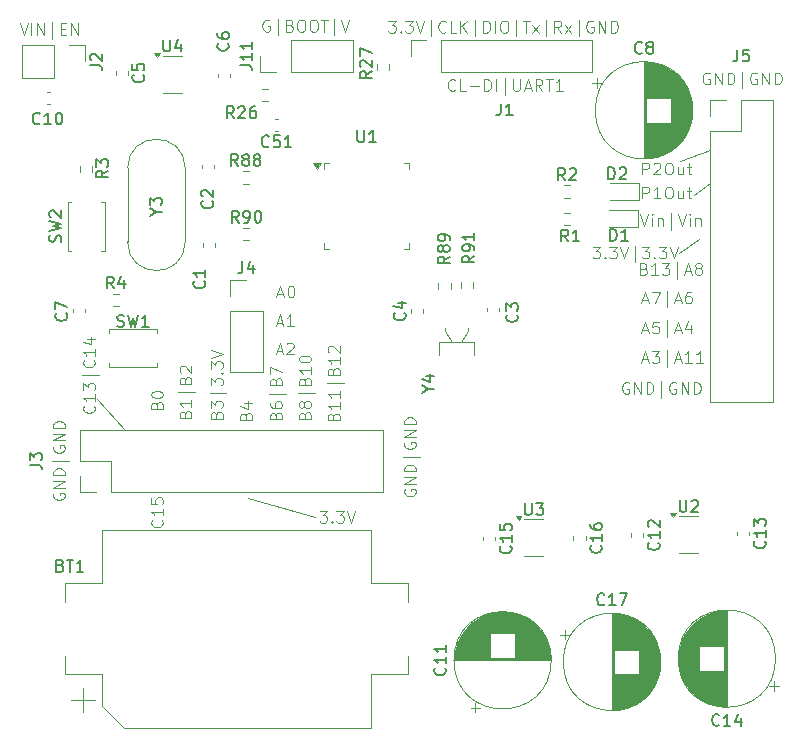
<source format=gbr>
%TF.GenerationSoftware,KiCad,Pcbnew,9.0.4*%
%TF.CreationDate,2025-09-21T18:36:08+05:30*%
%TF.ProjectId,l4_dev_board,6c345f64-6576-45f6-926f-6172642e6b69,rev?*%
%TF.SameCoordinates,Original*%
%TF.FileFunction,Legend,Top*%
%TF.FilePolarity,Positive*%
%FSLAX46Y46*%
G04 Gerber Fmt 4.6, Leading zero omitted, Abs format (unit mm)*
G04 Created by KiCad (PCBNEW 9.0.4) date 2025-09-21 18:36:08*
%MOMM*%
%LPD*%
G01*
G04 APERTURE LIST*
%ADD10C,0.100000*%
%ADD11C,0.150000*%
%ADD12C,0.120000*%
G04 APERTURE END LIST*
D10*
X176006222Y-72027999D02*
X170344000Y-70433333D01*
X206879374Y-41908888D02*
X209440000Y-40961333D01*
X206770666Y-49665333D02*
X208504000Y-48486666D01*
X208092888Y-44751555D02*
X209440000Y-43780888D01*
X157572444Y-62067111D02*
X159883555Y-64660000D01*
X203837217Y-51024608D02*
X203980074Y-51072227D01*
X203980074Y-51072227D02*
X204027693Y-51119846D01*
X204027693Y-51119846D02*
X204075312Y-51215084D01*
X204075312Y-51215084D02*
X204075312Y-51357941D01*
X204075312Y-51357941D02*
X204027693Y-51453179D01*
X204027693Y-51453179D02*
X203980074Y-51500799D01*
X203980074Y-51500799D02*
X203884836Y-51548418D01*
X203884836Y-51548418D02*
X203503884Y-51548418D01*
X203503884Y-51548418D02*
X203503884Y-50548418D01*
X203503884Y-50548418D02*
X203837217Y-50548418D01*
X203837217Y-50548418D02*
X203932455Y-50596037D01*
X203932455Y-50596037D02*
X203980074Y-50643656D01*
X203980074Y-50643656D02*
X204027693Y-50738894D01*
X204027693Y-50738894D02*
X204027693Y-50834132D01*
X204027693Y-50834132D02*
X203980074Y-50929370D01*
X203980074Y-50929370D02*
X203932455Y-50976989D01*
X203932455Y-50976989D02*
X203837217Y-51024608D01*
X203837217Y-51024608D02*
X203503884Y-51024608D01*
X205027693Y-51548418D02*
X204456265Y-51548418D01*
X204741979Y-51548418D02*
X204741979Y-50548418D01*
X204741979Y-50548418D02*
X204646741Y-50691275D01*
X204646741Y-50691275D02*
X204551503Y-50786513D01*
X204551503Y-50786513D02*
X204456265Y-50834132D01*
X205361027Y-50548418D02*
X205980074Y-50548418D01*
X205980074Y-50548418D02*
X205646741Y-50929370D01*
X205646741Y-50929370D02*
X205789598Y-50929370D01*
X205789598Y-50929370D02*
X205884836Y-50976989D01*
X205884836Y-50976989D02*
X205932455Y-51024608D01*
X205932455Y-51024608D02*
X205980074Y-51119846D01*
X205980074Y-51119846D02*
X205980074Y-51357941D01*
X205980074Y-51357941D02*
X205932455Y-51453179D01*
X205932455Y-51453179D02*
X205884836Y-51500799D01*
X205884836Y-51500799D02*
X205789598Y-51548418D01*
X205789598Y-51548418D02*
X205503884Y-51548418D01*
X205503884Y-51548418D02*
X205408646Y-51500799D01*
X205408646Y-51500799D02*
X205361027Y-51453179D01*
X206646741Y-51881751D02*
X206646741Y-50453179D01*
X207313408Y-51262703D02*
X207789598Y-51262703D01*
X207218170Y-51548418D02*
X207551503Y-50548418D01*
X207551503Y-50548418D02*
X207884836Y-51548418D01*
X208361027Y-50976989D02*
X208265789Y-50929370D01*
X208265789Y-50929370D02*
X208218170Y-50881751D01*
X208218170Y-50881751D02*
X208170551Y-50786513D01*
X208170551Y-50786513D02*
X208170551Y-50738894D01*
X208170551Y-50738894D02*
X208218170Y-50643656D01*
X208218170Y-50643656D02*
X208265789Y-50596037D01*
X208265789Y-50596037D02*
X208361027Y-50548418D01*
X208361027Y-50548418D02*
X208551503Y-50548418D01*
X208551503Y-50548418D02*
X208646741Y-50596037D01*
X208646741Y-50596037D02*
X208694360Y-50643656D01*
X208694360Y-50643656D02*
X208741979Y-50738894D01*
X208741979Y-50738894D02*
X208741979Y-50786513D01*
X208741979Y-50786513D02*
X208694360Y-50881751D01*
X208694360Y-50881751D02*
X208646741Y-50929370D01*
X208646741Y-50929370D02*
X208551503Y-50976989D01*
X208551503Y-50976989D02*
X208361027Y-50976989D01*
X208361027Y-50976989D02*
X208265789Y-51024608D01*
X208265789Y-51024608D02*
X208218170Y-51072227D01*
X208218170Y-51072227D02*
X208170551Y-51167465D01*
X208170551Y-51167465D02*
X208170551Y-51357941D01*
X208170551Y-51357941D02*
X208218170Y-51453179D01*
X208218170Y-51453179D02*
X208265789Y-51500799D01*
X208265789Y-51500799D02*
X208361027Y-51548418D01*
X208361027Y-51548418D02*
X208551503Y-51548418D01*
X208551503Y-51548418D02*
X208646741Y-51500799D01*
X208646741Y-51500799D02*
X208694360Y-51453179D01*
X208694360Y-51453179D02*
X208741979Y-51357941D01*
X208741979Y-51357941D02*
X208741979Y-51167465D01*
X208741979Y-51167465D02*
X208694360Y-51072227D01*
X208694360Y-51072227D02*
X208646741Y-51024608D01*
X208646741Y-51024608D02*
X208551503Y-50976989D01*
X172749598Y-55605370D02*
X173225788Y-55605370D01*
X172654360Y-55891085D02*
X172987693Y-54891085D01*
X172987693Y-54891085D02*
X173321026Y-55891085D01*
X174178169Y-55891085D02*
X173606741Y-55891085D01*
X173892455Y-55891085D02*
X173892455Y-54891085D01*
X173892455Y-54891085D02*
X173797217Y-55033942D01*
X173797217Y-55033942D02*
X173701979Y-55129180D01*
X173701979Y-55129180D02*
X173606741Y-55176799D01*
X199491312Y-49161752D02*
X200110359Y-49161752D01*
X200110359Y-49161752D02*
X199777026Y-49542704D01*
X199777026Y-49542704D02*
X199919883Y-49542704D01*
X199919883Y-49542704D02*
X200015121Y-49590323D01*
X200015121Y-49590323D02*
X200062740Y-49637942D01*
X200062740Y-49637942D02*
X200110359Y-49733180D01*
X200110359Y-49733180D02*
X200110359Y-49971275D01*
X200110359Y-49971275D02*
X200062740Y-50066513D01*
X200062740Y-50066513D02*
X200015121Y-50114133D01*
X200015121Y-50114133D02*
X199919883Y-50161752D01*
X199919883Y-50161752D02*
X199634169Y-50161752D01*
X199634169Y-50161752D02*
X199538931Y-50114133D01*
X199538931Y-50114133D02*
X199491312Y-50066513D01*
X200538931Y-50066513D02*
X200586550Y-50114133D01*
X200586550Y-50114133D02*
X200538931Y-50161752D01*
X200538931Y-50161752D02*
X200491312Y-50114133D01*
X200491312Y-50114133D02*
X200538931Y-50066513D01*
X200538931Y-50066513D02*
X200538931Y-50161752D01*
X200919883Y-49161752D02*
X201538930Y-49161752D01*
X201538930Y-49161752D02*
X201205597Y-49542704D01*
X201205597Y-49542704D02*
X201348454Y-49542704D01*
X201348454Y-49542704D02*
X201443692Y-49590323D01*
X201443692Y-49590323D02*
X201491311Y-49637942D01*
X201491311Y-49637942D02*
X201538930Y-49733180D01*
X201538930Y-49733180D02*
X201538930Y-49971275D01*
X201538930Y-49971275D02*
X201491311Y-50066513D01*
X201491311Y-50066513D02*
X201443692Y-50114133D01*
X201443692Y-50114133D02*
X201348454Y-50161752D01*
X201348454Y-50161752D02*
X201062740Y-50161752D01*
X201062740Y-50161752D02*
X200967502Y-50114133D01*
X200967502Y-50114133D02*
X200919883Y-50066513D01*
X201824645Y-49161752D02*
X202157978Y-50161752D01*
X202157978Y-50161752D02*
X202491311Y-49161752D01*
X203062740Y-50495085D02*
X203062740Y-49066513D01*
X203681788Y-49161752D02*
X204300835Y-49161752D01*
X204300835Y-49161752D02*
X203967502Y-49542704D01*
X203967502Y-49542704D02*
X204110359Y-49542704D01*
X204110359Y-49542704D02*
X204205597Y-49590323D01*
X204205597Y-49590323D02*
X204253216Y-49637942D01*
X204253216Y-49637942D02*
X204300835Y-49733180D01*
X204300835Y-49733180D02*
X204300835Y-49971275D01*
X204300835Y-49971275D02*
X204253216Y-50066513D01*
X204253216Y-50066513D02*
X204205597Y-50114133D01*
X204205597Y-50114133D02*
X204110359Y-50161752D01*
X204110359Y-50161752D02*
X203824645Y-50161752D01*
X203824645Y-50161752D02*
X203729407Y-50114133D01*
X203729407Y-50114133D02*
X203681788Y-50066513D01*
X204729407Y-50066513D02*
X204777026Y-50114133D01*
X204777026Y-50114133D02*
X204729407Y-50161752D01*
X204729407Y-50161752D02*
X204681788Y-50114133D01*
X204681788Y-50114133D02*
X204729407Y-50066513D01*
X204729407Y-50066513D02*
X204729407Y-50161752D01*
X205110359Y-49161752D02*
X205729406Y-49161752D01*
X205729406Y-49161752D02*
X205396073Y-49542704D01*
X205396073Y-49542704D02*
X205538930Y-49542704D01*
X205538930Y-49542704D02*
X205634168Y-49590323D01*
X205634168Y-49590323D02*
X205681787Y-49637942D01*
X205681787Y-49637942D02*
X205729406Y-49733180D01*
X205729406Y-49733180D02*
X205729406Y-49971275D01*
X205729406Y-49971275D02*
X205681787Y-50066513D01*
X205681787Y-50066513D02*
X205634168Y-50114133D01*
X205634168Y-50114133D02*
X205538930Y-50161752D01*
X205538930Y-50161752D02*
X205253216Y-50161752D01*
X205253216Y-50161752D02*
X205157978Y-50114133D01*
X205157978Y-50114133D02*
X205110359Y-50066513D01*
X206015121Y-49161752D02*
X206348454Y-50161752D01*
X206348454Y-50161752D02*
X206681787Y-49161752D01*
X172112581Y-29998704D02*
X172017343Y-29951085D01*
X172017343Y-29951085D02*
X171874486Y-29951085D01*
X171874486Y-29951085D02*
X171731629Y-29998704D01*
X171731629Y-29998704D02*
X171636391Y-30093942D01*
X171636391Y-30093942D02*
X171588772Y-30189180D01*
X171588772Y-30189180D02*
X171541153Y-30379656D01*
X171541153Y-30379656D02*
X171541153Y-30522513D01*
X171541153Y-30522513D02*
X171588772Y-30712989D01*
X171588772Y-30712989D02*
X171636391Y-30808227D01*
X171636391Y-30808227D02*
X171731629Y-30903466D01*
X171731629Y-30903466D02*
X171874486Y-30951085D01*
X171874486Y-30951085D02*
X171969724Y-30951085D01*
X171969724Y-30951085D02*
X172112581Y-30903466D01*
X172112581Y-30903466D02*
X172160200Y-30855846D01*
X172160200Y-30855846D02*
X172160200Y-30522513D01*
X172160200Y-30522513D02*
X171969724Y-30522513D01*
X172826867Y-31284418D02*
X172826867Y-29855846D01*
X173874486Y-30427275D02*
X174017343Y-30474894D01*
X174017343Y-30474894D02*
X174064962Y-30522513D01*
X174064962Y-30522513D02*
X174112581Y-30617751D01*
X174112581Y-30617751D02*
X174112581Y-30760608D01*
X174112581Y-30760608D02*
X174064962Y-30855846D01*
X174064962Y-30855846D02*
X174017343Y-30903466D01*
X174017343Y-30903466D02*
X173922105Y-30951085D01*
X173922105Y-30951085D02*
X173541153Y-30951085D01*
X173541153Y-30951085D02*
X173541153Y-29951085D01*
X173541153Y-29951085D02*
X173874486Y-29951085D01*
X173874486Y-29951085D02*
X173969724Y-29998704D01*
X173969724Y-29998704D02*
X174017343Y-30046323D01*
X174017343Y-30046323D02*
X174064962Y-30141561D01*
X174064962Y-30141561D02*
X174064962Y-30236799D01*
X174064962Y-30236799D02*
X174017343Y-30332037D01*
X174017343Y-30332037D02*
X173969724Y-30379656D01*
X173969724Y-30379656D02*
X173874486Y-30427275D01*
X173874486Y-30427275D02*
X173541153Y-30427275D01*
X174731629Y-29951085D02*
X174922105Y-29951085D01*
X174922105Y-29951085D02*
X175017343Y-29998704D01*
X175017343Y-29998704D02*
X175112581Y-30093942D01*
X175112581Y-30093942D02*
X175160200Y-30284418D01*
X175160200Y-30284418D02*
X175160200Y-30617751D01*
X175160200Y-30617751D02*
X175112581Y-30808227D01*
X175112581Y-30808227D02*
X175017343Y-30903466D01*
X175017343Y-30903466D02*
X174922105Y-30951085D01*
X174922105Y-30951085D02*
X174731629Y-30951085D01*
X174731629Y-30951085D02*
X174636391Y-30903466D01*
X174636391Y-30903466D02*
X174541153Y-30808227D01*
X174541153Y-30808227D02*
X174493534Y-30617751D01*
X174493534Y-30617751D02*
X174493534Y-30284418D01*
X174493534Y-30284418D02*
X174541153Y-30093942D01*
X174541153Y-30093942D02*
X174636391Y-29998704D01*
X174636391Y-29998704D02*
X174731629Y-29951085D01*
X175779248Y-29951085D02*
X175969724Y-29951085D01*
X175969724Y-29951085D02*
X176064962Y-29998704D01*
X176064962Y-29998704D02*
X176160200Y-30093942D01*
X176160200Y-30093942D02*
X176207819Y-30284418D01*
X176207819Y-30284418D02*
X176207819Y-30617751D01*
X176207819Y-30617751D02*
X176160200Y-30808227D01*
X176160200Y-30808227D02*
X176064962Y-30903466D01*
X176064962Y-30903466D02*
X175969724Y-30951085D01*
X175969724Y-30951085D02*
X175779248Y-30951085D01*
X175779248Y-30951085D02*
X175684010Y-30903466D01*
X175684010Y-30903466D02*
X175588772Y-30808227D01*
X175588772Y-30808227D02*
X175541153Y-30617751D01*
X175541153Y-30617751D02*
X175541153Y-30284418D01*
X175541153Y-30284418D02*
X175588772Y-30093942D01*
X175588772Y-30093942D02*
X175684010Y-29998704D01*
X175684010Y-29998704D02*
X175779248Y-29951085D01*
X176493534Y-29951085D02*
X177064962Y-29951085D01*
X176779248Y-30951085D02*
X176779248Y-29951085D01*
X177636391Y-31284418D02*
X177636391Y-29855846D01*
X178207820Y-29951085D02*
X178541153Y-30951085D01*
X178541153Y-30951085D02*
X178874486Y-29951085D01*
X172673942Y-63463670D02*
X172721561Y-63320813D01*
X172721561Y-63320813D02*
X172769180Y-63273194D01*
X172769180Y-63273194D02*
X172864418Y-63225575D01*
X172864418Y-63225575D02*
X173007275Y-63225575D01*
X173007275Y-63225575D02*
X173102513Y-63273194D01*
X173102513Y-63273194D02*
X173150133Y-63320813D01*
X173150133Y-63320813D02*
X173197752Y-63416051D01*
X173197752Y-63416051D02*
X173197752Y-63797003D01*
X173197752Y-63797003D02*
X172197752Y-63797003D01*
X172197752Y-63797003D02*
X172197752Y-63463670D01*
X172197752Y-63463670D02*
X172245371Y-63368432D01*
X172245371Y-63368432D02*
X172292990Y-63320813D01*
X172292990Y-63320813D02*
X172388228Y-63273194D01*
X172388228Y-63273194D02*
X172483466Y-63273194D01*
X172483466Y-63273194D02*
X172578704Y-63320813D01*
X172578704Y-63320813D02*
X172626323Y-63368432D01*
X172626323Y-63368432D02*
X172673942Y-63463670D01*
X172673942Y-63463670D02*
X172673942Y-63797003D01*
X172197752Y-62368432D02*
X172197752Y-62558908D01*
X172197752Y-62558908D02*
X172245371Y-62654146D01*
X172245371Y-62654146D02*
X172292990Y-62701765D01*
X172292990Y-62701765D02*
X172435847Y-62797003D01*
X172435847Y-62797003D02*
X172626323Y-62844622D01*
X172626323Y-62844622D02*
X173007275Y-62844622D01*
X173007275Y-62844622D02*
X173102513Y-62797003D01*
X173102513Y-62797003D02*
X173150133Y-62749384D01*
X173150133Y-62749384D02*
X173197752Y-62654146D01*
X173197752Y-62654146D02*
X173197752Y-62463670D01*
X173197752Y-62463670D02*
X173150133Y-62368432D01*
X173150133Y-62368432D02*
X173102513Y-62320813D01*
X173102513Y-62320813D02*
X173007275Y-62273194D01*
X173007275Y-62273194D02*
X172769180Y-62273194D01*
X172769180Y-62273194D02*
X172673942Y-62320813D01*
X172673942Y-62320813D02*
X172626323Y-62368432D01*
X172626323Y-62368432D02*
X172578704Y-62463670D01*
X172578704Y-62463670D02*
X172578704Y-62654146D01*
X172578704Y-62654146D02*
X172626323Y-62749384D01*
X172626323Y-62749384D02*
X172673942Y-62797003D01*
X172673942Y-62797003D02*
X172769180Y-62844622D01*
X173531085Y-61606527D02*
X172102513Y-61606527D01*
X172673942Y-60558908D02*
X172721561Y-60416051D01*
X172721561Y-60416051D02*
X172769180Y-60368432D01*
X172769180Y-60368432D02*
X172864418Y-60320813D01*
X172864418Y-60320813D02*
X173007275Y-60320813D01*
X173007275Y-60320813D02*
X173102513Y-60368432D01*
X173102513Y-60368432D02*
X173150133Y-60416051D01*
X173150133Y-60416051D02*
X173197752Y-60511289D01*
X173197752Y-60511289D02*
X173197752Y-60892241D01*
X173197752Y-60892241D02*
X172197752Y-60892241D01*
X172197752Y-60892241D02*
X172197752Y-60558908D01*
X172197752Y-60558908D02*
X172245371Y-60463670D01*
X172245371Y-60463670D02*
X172292990Y-60416051D01*
X172292990Y-60416051D02*
X172388228Y-60368432D01*
X172388228Y-60368432D02*
X172483466Y-60368432D01*
X172483466Y-60368432D02*
X172578704Y-60416051D01*
X172578704Y-60416051D02*
X172626323Y-60463670D01*
X172626323Y-60463670D02*
X172673942Y-60558908D01*
X172673942Y-60558908D02*
X172673942Y-60892241D01*
X172197752Y-59987479D02*
X172197752Y-59320813D01*
X172197752Y-59320813D02*
X173197752Y-59749384D01*
X163007402Y-72302534D02*
X163055022Y-72350153D01*
X163055022Y-72350153D02*
X163102641Y-72493010D01*
X163102641Y-72493010D02*
X163102641Y-72588248D01*
X163102641Y-72588248D02*
X163055022Y-72731105D01*
X163055022Y-72731105D02*
X162959783Y-72826343D01*
X162959783Y-72826343D02*
X162864545Y-72873962D01*
X162864545Y-72873962D02*
X162674069Y-72921581D01*
X162674069Y-72921581D02*
X162531212Y-72921581D01*
X162531212Y-72921581D02*
X162340736Y-72873962D01*
X162340736Y-72873962D02*
X162245498Y-72826343D01*
X162245498Y-72826343D02*
X162150260Y-72731105D01*
X162150260Y-72731105D02*
X162102641Y-72588248D01*
X162102641Y-72588248D02*
X162102641Y-72493010D01*
X162102641Y-72493010D02*
X162150260Y-72350153D01*
X162150260Y-72350153D02*
X162197879Y-72302534D01*
X163102641Y-71350153D02*
X163102641Y-71921581D01*
X163102641Y-71635867D02*
X162102641Y-71635867D01*
X162102641Y-71635867D02*
X162245498Y-71731105D01*
X162245498Y-71731105D02*
X162340736Y-71826343D01*
X162340736Y-71826343D02*
X162388355Y-71921581D01*
X162102641Y-70445391D02*
X162102641Y-70921581D01*
X162102641Y-70921581D02*
X162578831Y-70969200D01*
X162578831Y-70969200D02*
X162531212Y-70921581D01*
X162531212Y-70921581D02*
X162483593Y-70826343D01*
X162483593Y-70826343D02*
X162483593Y-70588248D01*
X162483593Y-70588248D02*
X162531212Y-70493010D01*
X162531212Y-70493010D02*
X162578831Y-70445391D01*
X162578831Y-70445391D02*
X162674069Y-70397772D01*
X162674069Y-70397772D02*
X162912164Y-70397772D01*
X162912164Y-70397772D02*
X163007402Y-70445391D01*
X163007402Y-70445391D02*
X163055022Y-70493010D01*
X163055022Y-70493010D02*
X163102641Y-70588248D01*
X163102641Y-70588248D02*
X163102641Y-70826343D01*
X163102641Y-70826343D02*
X163055022Y-70921581D01*
X163055022Y-70921581D02*
X163007402Y-70969200D01*
X165001053Y-63348115D02*
X165048672Y-63205258D01*
X165048672Y-63205258D02*
X165096291Y-63157639D01*
X165096291Y-63157639D02*
X165191529Y-63110020D01*
X165191529Y-63110020D02*
X165334386Y-63110020D01*
X165334386Y-63110020D02*
X165429624Y-63157639D01*
X165429624Y-63157639D02*
X165477244Y-63205258D01*
X165477244Y-63205258D02*
X165524863Y-63300496D01*
X165524863Y-63300496D02*
X165524863Y-63681448D01*
X165524863Y-63681448D02*
X164524863Y-63681448D01*
X164524863Y-63681448D02*
X164524863Y-63348115D01*
X164524863Y-63348115D02*
X164572482Y-63252877D01*
X164572482Y-63252877D02*
X164620101Y-63205258D01*
X164620101Y-63205258D02*
X164715339Y-63157639D01*
X164715339Y-63157639D02*
X164810577Y-63157639D01*
X164810577Y-63157639D02*
X164905815Y-63205258D01*
X164905815Y-63205258D02*
X164953434Y-63252877D01*
X164953434Y-63252877D02*
X165001053Y-63348115D01*
X165001053Y-63348115D02*
X165001053Y-63681448D01*
X165524863Y-62157639D02*
X165524863Y-62729067D01*
X165524863Y-62443353D02*
X164524863Y-62443353D01*
X164524863Y-62443353D02*
X164667720Y-62538591D01*
X164667720Y-62538591D02*
X164762958Y-62633829D01*
X164762958Y-62633829D02*
X164810577Y-62729067D01*
X165858196Y-61490972D02*
X164429624Y-61490972D01*
X165001053Y-60443353D02*
X165048672Y-60300496D01*
X165048672Y-60300496D02*
X165096291Y-60252877D01*
X165096291Y-60252877D02*
X165191529Y-60205258D01*
X165191529Y-60205258D02*
X165334386Y-60205258D01*
X165334386Y-60205258D02*
X165429624Y-60252877D01*
X165429624Y-60252877D02*
X165477244Y-60300496D01*
X165477244Y-60300496D02*
X165524863Y-60395734D01*
X165524863Y-60395734D02*
X165524863Y-60776686D01*
X165524863Y-60776686D02*
X164524863Y-60776686D01*
X164524863Y-60776686D02*
X164524863Y-60443353D01*
X164524863Y-60443353D02*
X164572482Y-60348115D01*
X164572482Y-60348115D02*
X164620101Y-60300496D01*
X164620101Y-60300496D02*
X164715339Y-60252877D01*
X164715339Y-60252877D02*
X164810577Y-60252877D01*
X164810577Y-60252877D02*
X164905815Y-60300496D01*
X164905815Y-60300496D02*
X164953434Y-60348115D01*
X164953434Y-60348115D02*
X165001053Y-60443353D01*
X165001053Y-60443353D02*
X165001053Y-60776686D01*
X164620101Y-59824305D02*
X164572482Y-59776686D01*
X164572482Y-59776686D02*
X164524863Y-59681448D01*
X164524863Y-59681448D02*
X164524863Y-59443353D01*
X164524863Y-59443353D02*
X164572482Y-59348115D01*
X164572482Y-59348115D02*
X164620101Y-59300496D01*
X164620101Y-59300496D02*
X164715339Y-59252877D01*
X164715339Y-59252877D02*
X164810577Y-59252877D01*
X164810577Y-59252877D02*
X164953434Y-59300496D01*
X164953434Y-59300496D02*
X165524863Y-59871924D01*
X165524863Y-59871924D02*
X165524863Y-59252877D01*
X172749598Y-57997370D02*
X173225788Y-57997370D01*
X172654360Y-58283085D02*
X172987693Y-57283085D01*
X172987693Y-57283085D02*
X173321026Y-58283085D01*
X173606741Y-57378323D02*
X173654360Y-57330704D01*
X173654360Y-57330704D02*
X173749598Y-57283085D01*
X173749598Y-57283085D02*
X173987693Y-57283085D01*
X173987693Y-57283085D02*
X174082931Y-57330704D01*
X174082931Y-57330704D02*
X174130550Y-57378323D01*
X174130550Y-57378323D02*
X174178169Y-57473561D01*
X174178169Y-57473561D02*
X174178169Y-57568799D01*
X174178169Y-57568799D02*
X174130550Y-57711656D01*
X174130550Y-57711656D02*
X173559122Y-58283085D01*
X173559122Y-58283085D02*
X174178169Y-58283085D01*
X202548581Y-60682260D02*
X202453343Y-60634641D01*
X202453343Y-60634641D02*
X202310486Y-60634641D01*
X202310486Y-60634641D02*
X202167629Y-60682260D01*
X202167629Y-60682260D02*
X202072391Y-60777498D01*
X202072391Y-60777498D02*
X202024772Y-60872736D01*
X202024772Y-60872736D02*
X201977153Y-61063212D01*
X201977153Y-61063212D02*
X201977153Y-61206069D01*
X201977153Y-61206069D02*
X202024772Y-61396545D01*
X202024772Y-61396545D02*
X202072391Y-61491783D01*
X202072391Y-61491783D02*
X202167629Y-61587022D01*
X202167629Y-61587022D02*
X202310486Y-61634641D01*
X202310486Y-61634641D02*
X202405724Y-61634641D01*
X202405724Y-61634641D02*
X202548581Y-61587022D01*
X202548581Y-61587022D02*
X202596200Y-61539402D01*
X202596200Y-61539402D02*
X202596200Y-61206069D01*
X202596200Y-61206069D02*
X202405724Y-61206069D01*
X203024772Y-61634641D02*
X203024772Y-60634641D01*
X203024772Y-60634641D02*
X203596200Y-61634641D01*
X203596200Y-61634641D02*
X203596200Y-60634641D01*
X204072391Y-61634641D02*
X204072391Y-60634641D01*
X204072391Y-60634641D02*
X204310486Y-60634641D01*
X204310486Y-60634641D02*
X204453343Y-60682260D01*
X204453343Y-60682260D02*
X204548581Y-60777498D01*
X204548581Y-60777498D02*
X204596200Y-60872736D01*
X204596200Y-60872736D02*
X204643819Y-61063212D01*
X204643819Y-61063212D02*
X204643819Y-61206069D01*
X204643819Y-61206069D02*
X204596200Y-61396545D01*
X204596200Y-61396545D02*
X204548581Y-61491783D01*
X204548581Y-61491783D02*
X204453343Y-61587022D01*
X204453343Y-61587022D02*
X204310486Y-61634641D01*
X204310486Y-61634641D02*
X204072391Y-61634641D01*
X205310486Y-61967974D02*
X205310486Y-60539402D01*
X206548581Y-60682260D02*
X206453343Y-60634641D01*
X206453343Y-60634641D02*
X206310486Y-60634641D01*
X206310486Y-60634641D02*
X206167629Y-60682260D01*
X206167629Y-60682260D02*
X206072391Y-60777498D01*
X206072391Y-60777498D02*
X206024772Y-60872736D01*
X206024772Y-60872736D02*
X205977153Y-61063212D01*
X205977153Y-61063212D02*
X205977153Y-61206069D01*
X205977153Y-61206069D02*
X206024772Y-61396545D01*
X206024772Y-61396545D02*
X206072391Y-61491783D01*
X206072391Y-61491783D02*
X206167629Y-61587022D01*
X206167629Y-61587022D02*
X206310486Y-61634641D01*
X206310486Y-61634641D02*
X206405724Y-61634641D01*
X206405724Y-61634641D02*
X206548581Y-61587022D01*
X206548581Y-61587022D02*
X206596200Y-61539402D01*
X206596200Y-61539402D02*
X206596200Y-61206069D01*
X206596200Y-61206069D02*
X206405724Y-61206069D01*
X207024772Y-61634641D02*
X207024772Y-60634641D01*
X207024772Y-60634641D02*
X207596200Y-61634641D01*
X207596200Y-61634641D02*
X207596200Y-60634641D01*
X208072391Y-61634641D02*
X208072391Y-60634641D01*
X208072391Y-60634641D02*
X208310486Y-60634641D01*
X208310486Y-60634641D02*
X208453343Y-60682260D01*
X208453343Y-60682260D02*
X208548581Y-60777498D01*
X208548581Y-60777498D02*
X208596200Y-60872736D01*
X208596200Y-60872736D02*
X208643819Y-61063212D01*
X208643819Y-61063212D02*
X208643819Y-61206069D01*
X208643819Y-61206069D02*
X208596200Y-61396545D01*
X208596200Y-61396545D02*
X208548581Y-61491783D01*
X208548581Y-61491783D02*
X208453343Y-61587022D01*
X208453343Y-61587022D02*
X208310486Y-61634641D01*
X208310486Y-61634641D02*
X208072391Y-61634641D01*
X157257180Y-62624687D02*
X157304800Y-62672306D01*
X157304800Y-62672306D02*
X157352419Y-62815163D01*
X157352419Y-62815163D02*
X157352419Y-62910401D01*
X157352419Y-62910401D02*
X157304800Y-63053258D01*
X157304800Y-63053258D02*
X157209561Y-63148496D01*
X157209561Y-63148496D02*
X157114323Y-63196115D01*
X157114323Y-63196115D02*
X156923847Y-63243734D01*
X156923847Y-63243734D02*
X156780990Y-63243734D01*
X156780990Y-63243734D02*
X156590514Y-63196115D01*
X156590514Y-63196115D02*
X156495276Y-63148496D01*
X156495276Y-63148496D02*
X156400038Y-63053258D01*
X156400038Y-63053258D02*
X156352419Y-62910401D01*
X156352419Y-62910401D02*
X156352419Y-62815163D01*
X156352419Y-62815163D02*
X156400038Y-62672306D01*
X156400038Y-62672306D02*
X156447657Y-62624687D01*
X157352419Y-61672306D02*
X157352419Y-62243734D01*
X157352419Y-61958020D02*
X156352419Y-61958020D01*
X156352419Y-61958020D02*
X156495276Y-62053258D01*
X156495276Y-62053258D02*
X156590514Y-62148496D01*
X156590514Y-62148496D02*
X156638133Y-62243734D01*
X156352419Y-61338972D02*
X156352419Y-60719925D01*
X156352419Y-60719925D02*
X156733371Y-61053258D01*
X156733371Y-61053258D02*
X156733371Y-60910401D01*
X156733371Y-60910401D02*
X156780990Y-60815163D01*
X156780990Y-60815163D02*
X156828609Y-60767544D01*
X156828609Y-60767544D02*
X156923847Y-60719925D01*
X156923847Y-60719925D02*
X157161942Y-60719925D01*
X157161942Y-60719925D02*
X157257180Y-60767544D01*
X157257180Y-60767544D02*
X157304800Y-60815163D01*
X157304800Y-60815163D02*
X157352419Y-60910401D01*
X157352419Y-60910401D02*
X157352419Y-61196115D01*
X157352419Y-61196115D02*
X157304800Y-61291353D01*
X157304800Y-61291353D02*
X157257180Y-61338972D01*
X157685752Y-60053258D02*
X156257180Y-60053258D01*
X157257180Y-58767544D02*
X157304800Y-58815163D01*
X157304800Y-58815163D02*
X157352419Y-58958020D01*
X157352419Y-58958020D02*
X157352419Y-59053258D01*
X157352419Y-59053258D02*
X157304800Y-59196115D01*
X157304800Y-59196115D02*
X157209561Y-59291353D01*
X157209561Y-59291353D02*
X157114323Y-59338972D01*
X157114323Y-59338972D02*
X156923847Y-59386591D01*
X156923847Y-59386591D02*
X156780990Y-59386591D01*
X156780990Y-59386591D02*
X156590514Y-59338972D01*
X156590514Y-59338972D02*
X156495276Y-59291353D01*
X156495276Y-59291353D02*
X156400038Y-59196115D01*
X156400038Y-59196115D02*
X156352419Y-59053258D01*
X156352419Y-59053258D02*
X156352419Y-58958020D01*
X156352419Y-58958020D02*
X156400038Y-58815163D01*
X156400038Y-58815163D02*
X156447657Y-58767544D01*
X157352419Y-57815163D02*
X157352419Y-58386591D01*
X157352419Y-58100877D02*
X156352419Y-58100877D01*
X156352419Y-58100877D02*
X156495276Y-58196115D01*
X156495276Y-58196115D02*
X156590514Y-58291353D01*
X156590514Y-58291353D02*
X156638133Y-58386591D01*
X156685752Y-56958020D02*
X157352419Y-56958020D01*
X156304800Y-57196115D02*
X157019085Y-57434210D01*
X157019085Y-57434210D02*
X157019085Y-56815163D01*
X203698931Y-53689370D02*
X204175121Y-53689370D01*
X203603693Y-53975085D02*
X203937026Y-52975085D01*
X203937026Y-52975085D02*
X204270359Y-53975085D01*
X204508455Y-52975085D02*
X205175121Y-52975085D01*
X205175121Y-52975085D02*
X204746550Y-53975085D01*
X205794169Y-54308418D02*
X205794169Y-52879846D01*
X206460836Y-53689370D02*
X206937026Y-53689370D01*
X206365598Y-53975085D02*
X206698931Y-52975085D01*
X206698931Y-52975085D02*
X207032264Y-53975085D01*
X207794169Y-52975085D02*
X207603693Y-52975085D01*
X207603693Y-52975085D02*
X207508455Y-53022704D01*
X207508455Y-53022704D02*
X207460836Y-53070323D01*
X207460836Y-53070323D02*
X207365598Y-53213180D01*
X207365598Y-53213180D02*
X207317979Y-53403656D01*
X207317979Y-53403656D02*
X207317979Y-53784608D01*
X207317979Y-53784608D02*
X207365598Y-53879846D01*
X207365598Y-53879846D02*
X207413217Y-53927466D01*
X207413217Y-53927466D02*
X207508455Y-53975085D01*
X207508455Y-53975085D02*
X207698931Y-53975085D01*
X207698931Y-53975085D02*
X207794169Y-53927466D01*
X207794169Y-53927466D02*
X207841788Y-53879846D01*
X207841788Y-53879846D02*
X207889407Y-53784608D01*
X207889407Y-53784608D02*
X207889407Y-53546513D01*
X207889407Y-53546513D02*
X207841788Y-53451275D01*
X207841788Y-53451275D02*
X207794169Y-53403656D01*
X207794169Y-53403656D02*
X207698931Y-53356037D01*
X207698931Y-53356037D02*
X207508455Y-53356037D01*
X207508455Y-53356037D02*
X207413217Y-53403656D01*
X207413217Y-53403656D02*
X207365598Y-53451275D01*
X207365598Y-53451275D02*
X207317979Y-53546513D01*
X167635720Y-63394337D02*
X167683339Y-63251480D01*
X167683339Y-63251480D02*
X167730958Y-63203861D01*
X167730958Y-63203861D02*
X167826196Y-63156242D01*
X167826196Y-63156242D02*
X167969053Y-63156242D01*
X167969053Y-63156242D02*
X168064291Y-63203861D01*
X168064291Y-63203861D02*
X168111911Y-63251480D01*
X168111911Y-63251480D02*
X168159530Y-63346718D01*
X168159530Y-63346718D02*
X168159530Y-63727670D01*
X168159530Y-63727670D02*
X167159530Y-63727670D01*
X167159530Y-63727670D02*
X167159530Y-63394337D01*
X167159530Y-63394337D02*
X167207149Y-63299099D01*
X167207149Y-63299099D02*
X167254768Y-63251480D01*
X167254768Y-63251480D02*
X167350006Y-63203861D01*
X167350006Y-63203861D02*
X167445244Y-63203861D01*
X167445244Y-63203861D02*
X167540482Y-63251480D01*
X167540482Y-63251480D02*
X167588101Y-63299099D01*
X167588101Y-63299099D02*
X167635720Y-63394337D01*
X167635720Y-63394337D02*
X167635720Y-63727670D01*
X167159530Y-62822908D02*
X167159530Y-62203861D01*
X167159530Y-62203861D02*
X167540482Y-62537194D01*
X167540482Y-62537194D02*
X167540482Y-62394337D01*
X167540482Y-62394337D02*
X167588101Y-62299099D01*
X167588101Y-62299099D02*
X167635720Y-62251480D01*
X167635720Y-62251480D02*
X167730958Y-62203861D01*
X167730958Y-62203861D02*
X167969053Y-62203861D01*
X167969053Y-62203861D02*
X168064291Y-62251480D01*
X168064291Y-62251480D02*
X168111911Y-62299099D01*
X168111911Y-62299099D02*
X168159530Y-62394337D01*
X168159530Y-62394337D02*
X168159530Y-62680051D01*
X168159530Y-62680051D02*
X168111911Y-62775289D01*
X168111911Y-62775289D02*
X168064291Y-62822908D01*
X168492863Y-61537194D02*
X167064291Y-61537194D01*
X167159530Y-60918146D02*
X167159530Y-60299099D01*
X167159530Y-60299099D02*
X167540482Y-60632432D01*
X167540482Y-60632432D02*
X167540482Y-60489575D01*
X167540482Y-60489575D02*
X167588101Y-60394337D01*
X167588101Y-60394337D02*
X167635720Y-60346718D01*
X167635720Y-60346718D02*
X167730958Y-60299099D01*
X167730958Y-60299099D02*
X167969053Y-60299099D01*
X167969053Y-60299099D02*
X168064291Y-60346718D01*
X168064291Y-60346718D02*
X168111911Y-60394337D01*
X168111911Y-60394337D02*
X168159530Y-60489575D01*
X168159530Y-60489575D02*
X168159530Y-60775289D01*
X168159530Y-60775289D02*
X168111911Y-60870527D01*
X168111911Y-60870527D02*
X168064291Y-60918146D01*
X168064291Y-59870527D02*
X168111911Y-59822908D01*
X168111911Y-59822908D02*
X168159530Y-59870527D01*
X168159530Y-59870527D02*
X168111911Y-59918146D01*
X168111911Y-59918146D02*
X168064291Y-59870527D01*
X168064291Y-59870527D02*
X168159530Y-59870527D01*
X167159530Y-59489575D02*
X167159530Y-58870528D01*
X167159530Y-58870528D02*
X167540482Y-59203861D01*
X167540482Y-59203861D02*
X167540482Y-59061004D01*
X167540482Y-59061004D02*
X167588101Y-58965766D01*
X167588101Y-58965766D02*
X167635720Y-58918147D01*
X167635720Y-58918147D02*
X167730958Y-58870528D01*
X167730958Y-58870528D02*
X167969053Y-58870528D01*
X167969053Y-58870528D02*
X168064291Y-58918147D01*
X168064291Y-58918147D02*
X168111911Y-58965766D01*
X168111911Y-58965766D02*
X168159530Y-59061004D01*
X168159530Y-59061004D02*
X168159530Y-59346718D01*
X168159530Y-59346718D02*
X168111911Y-59441956D01*
X168111911Y-59441956D02*
X168064291Y-59489575D01*
X167159530Y-58584813D02*
X168159530Y-58251480D01*
X168159530Y-58251480D02*
X167159530Y-57918147D01*
X187862423Y-35883624D02*
X187814804Y-35931244D01*
X187814804Y-35931244D02*
X187671947Y-35978863D01*
X187671947Y-35978863D02*
X187576709Y-35978863D01*
X187576709Y-35978863D02*
X187433852Y-35931244D01*
X187433852Y-35931244D02*
X187338614Y-35836005D01*
X187338614Y-35836005D02*
X187290995Y-35740767D01*
X187290995Y-35740767D02*
X187243376Y-35550291D01*
X187243376Y-35550291D02*
X187243376Y-35407434D01*
X187243376Y-35407434D02*
X187290995Y-35216958D01*
X187290995Y-35216958D02*
X187338614Y-35121720D01*
X187338614Y-35121720D02*
X187433852Y-35026482D01*
X187433852Y-35026482D02*
X187576709Y-34978863D01*
X187576709Y-34978863D02*
X187671947Y-34978863D01*
X187671947Y-34978863D02*
X187814804Y-35026482D01*
X187814804Y-35026482D02*
X187862423Y-35074101D01*
X188767185Y-35978863D02*
X188290995Y-35978863D01*
X188290995Y-35978863D02*
X188290995Y-34978863D01*
X189100519Y-35597910D02*
X189862424Y-35597910D01*
X190338614Y-35978863D02*
X190338614Y-34978863D01*
X190338614Y-34978863D02*
X190576709Y-34978863D01*
X190576709Y-34978863D02*
X190719566Y-35026482D01*
X190719566Y-35026482D02*
X190814804Y-35121720D01*
X190814804Y-35121720D02*
X190862423Y-35216958D01*
X190862423Y-35216958D02*
X190910042Y-35407434D01*
X190910042Y-35407434D02*
X190910042Y-35550291D01*
X190910042Y-35550291D02*
X190862423Y-35740767D01*
X190862423Y-35740767D02*
X190814804Y-35836005D01*
X190814804Y-35836005D02*
X190719566Y-35931244D01*
X190719566Y-35931244D02*
X190576709Y-35978863D01*
X190576709Y-35978863D02*
X190338614Y-35978863D01*
X191338614Y-35978863D02*
X191338614Y-34978863D01*
X192052899Y-36312196D02*
X192052899Y-34883624D01*
X192767185Y-34978863D02*
X192767185Y-35788386D01*
X192767185Y-35788386D02*
X192814804Y-35883624D01*
X192814804Y-35883624D02*
X192862423Y-35931244D01*
X192862423Y-35931244D02*
X192957661Y-35978863D01*
X192957661Y-35978863D02*
X193148137Y-35978863D01*
X193148137Y-35978863D02*
X193243375Y-35931244D01*
X193243375Y-35931244D02*
X193290994Y-35883624D01*
X193290994Y-35883624D02*
X193338613Y-35788386D01*
X193338613Y-35788386D02*
X193338613Y-34978863D01*
X193767185Y-35693148D02*
X194243375Y-35693148D01*
X193671947Y-35978863D02*
X194005280Y-34978863D01*
X194005280Y-34978863D02*
X194338613Y-35978863D01*
X195243375Y-35978863D02*
X194910042Y-35502672D01*
X194671947Y-35978863D02*
X194671947Y-34978863D01*
X194671947Y-34978863D02*
X195052899Y-34978863D01*
X195052899Y-34978863D02*
X195148137Y-35026482D01*
X195148137Y-35026482D02*
X195195756Y-35074101D01*
X195195756Y-35074101D02*
X195243375Y-35169339D01*
X195243375Y-35169339D02*
X195243375Y-35312196D01*
X195243375Y-35312196D02*
X195195756Y-35407434D01*
X195195756Y-35407434D02*
X195148137Y-35455053D01*
X195148137Y-35455053D02*
X195052899Y-35502672D01*
X195052899Y-35502672D02*
X194671947Y-35502672D01*
X195529090Y-34978863D02*
X196100518Y-34978863D01*
X195814804Y-35978863D02*
X195814804Y-34978863D01*
X196957661Y-35978863D02*
X196386233Y-35978863D01*
X196671947Y-35978863D02*
X196671947Y-34978863D01*
X196671947Y-34978863D02*
X196576709Y-35121720D01*
X196576709Y-35121720D02*
X196481471Y-35216958D01*
X196481471Y-35216958D02*
X196386233Y-35264577D01*
X150985026Y-30251530D02*
X151318359Y-31251530D01*
X151318359Y-31251530D02*
X151651692Y-30251530D01*
X151985026Y-31251530D02*
X151985026Y-30251530D01*
X152461216Y-31251530D02*
X152461216Y-30251530D01*
X152461216Y-30251530D02*
X153032644Y-31251530D01*
X153032644Y-31251530D02*
X153032644Y-30251530D01*
X153746930Y-31584863D02*
X153746930Y-30156291D01*
X154461216Y-30727720D02*
X154794549Y-30727720D01*
X154937406Y-31251530D02*
X154461216Y-31251530D01*
X154461216Y-31251530D02*
X154461216Y-30251530D01*
X154461216Y-30251530D02*
X154937406Y-30251530D01*
X155365978Y-31251530D02*
X155365978Y-30251530D01*
X155365978Y-30251530D02*
X155937406Y-31251530D01*
X155937406Y-31251530D02*
X155937406Y-30251530D01*
X203716452Y-43052419D02*
X203716452Y-42052419D01*
X203716452Y-42052419D02*
X204097404Y-42052419D01*
X204097404Y-42052419D02*
X204192642Y-42100038D01*
X204192642Y-42100038D02*
X204240261Y-42147657D01*
X204240261Y-42147657D02*
X204287880Y-42242895D01*
X204287880Y-42242895D02*
X204287880Y-42385752D01*
X204287880Y-42385752D02*
X204240261Y-42480990D01*
X204240261Y-42480990D02*
X204192642Y-42528609D01*
X204192642Y-42528609D02*
X204097404Y-42576228D01*
X204097404Y-42576228D02*
X203716452Y-42576228D01*
X204668833Y-42147657D02*
X204716452Y-42100038D01*
X204716452Y-42100038D02*
X204811690Y-42052419D01*
X204811690Y-42052419D02*
X205049785Y-42052419D01*
X205049785Y-42052419D02*
X205145023Y-42100038D01*
X205145023Y-42100038D02*
X205192642Y-42147657D01*
X205192642Y-42147657D02*
X205240261Y-42242895D01*
X205240261Y-42242895D02*
X205240261Y-42338133D01*
X205240261Y-42338133D02*
X205192642Y-42480990D01*
X205192642Y-42480990D02*
X204621214Y-43052419D01*
X204621214Y-43052419D02*
X205240261Y-43052419D01*
X205859309Y-42052419D02*
X206049785Y-42052419D01*
X206049785Y-42052419D02*
X206145023Y-42100038D01*
X206145023Y-42100038D02*
X206240261Y-42195276D01*
X206240261Y-42195276D02*
X206287880Y-42385752D01*
X206287880Y-42385752D02*
X206287880Y-42719085D01*
X206287880Y-42719085D02*
X206240261Y-42909561D01*
X206240261Y-42909561D02*
X206145023Y-43004800D01*
X206145023Y-43004800D02*
X206049785Y-43052419D01*
X206049785Y-43052419D02*
X205859309Y-43052419D01*
X205859309Y-43052419D02*
X205764071Y-43004800D01*
X205764071Y-43004800D02*
X205668833Y-42909561D01*
X205668833Y-42909561D02*
X205621214Y-42719085D01*
X205621214Y-42719085D02*
X205621214Y-42385752D01*
X205621214Y-42385752D02*
X205668833Y-42195276D01*
X205668833Y-42195276D02*
X205764071Y-42100038D01*
X205764071Y-42100038D02*
X205859309Y-42052419D01*
X207145023Y-42385752D02*
X207145023Y-43052419D01*
X206716452Y-42385752D02*
X206716452Y-42909561D01*
X206716452Y-42909561D02*
X206764071Y-43004800D01*
X206764071Y-43004800D02*
X206859309Y-43052419D01*
X206859309Y-43052419D02*
X207002166Y-43052419D01*
X207002166Y-43052419D02*
X207097404Y-43004800D01*
X207097404Y-43004800D02*
X207145023Y-42957180D01*
X207478357Y-42385752D02*
X207859309Y-42385752D01*
X207621214Y-42052419D02*
X207621214Y-42909561D01*
X207621214Y-42909561D02*
X207668833Y-43004800D01*
X207668833Y-43004800D02*
X207764071Y-43052419D01*
X207764071Y-43052419D02*
X207859309Y-43052419D01*
X172818931Y-53178704D02*
X173295121Y-53178704D01*
X172723693Y-53464419D02*
X173057026Y-52464419D01*
X173057026Y-52464419D02*
X173390359Y-53464419D01*
X173914169Y-52464419D02*
X174009407Y-52464419D01*
X174009407Y-52464419D02*
X174104645Y-52512038D01*
X174104645Y-52512038D02*
X174152264Y-52559657D01*
X174152264Y-52559657D02*
X174199883Y-52654895D01*
X174199883Y-52654895D02*
X174247502Y-52845371D01*
X174247502Y-52845371D02*
X174247502Y-53083466D01*
X174247502Y-53083466D02*
X174199883Y-53273942D01*
X174199883Y-53273942D02*
X174152264Y-53369180D01*
X174152264Y-53369180D02*
X174104645Y-53416800D01*
X174104645Y-53416800D02*
X174009407Y-53464419D01*
X174009407Y-53464419D02*
X173914169Y-53464419D01*
X173914169Y-53464419D02*
X173818931Y-53416800D01*
X173818931Y-53416800D02*
X173771312Y-53369180D01*
X173771312Y-53369180D02*
X173723693Y-53273942D01*
X173723693Y-53273942D02*
X173676074Y-53083466D01*
X173676074Y-53083466D02*
X173676074Y-52845371D01*
X173676074Y-52845371D02*
X173723693Y-52654895D01*
X173723693Y-52654895D02*
X173771312Y-52559657D01*
X173771312Y-52559657D02*
X173818931Y-52512038D01*
X173818931Y-52512038D02*
X173914169Y-52464419D01*
X170131720Y-63486781D02*
X170179339Y-63343924D01*
X170179339Y-63343924D02*
X170226958Y-63296305D01*
X170226958Y-63296305D02*
X170322196Y-63248686D01*
X170322196Y-63248686D02*
X170465053Y-63248686D01*
X170465053Y-63248686D02*
X170560291Y-63296305D01*
X170560291Y-63296305D02*
X170607911Y-63343924D01*
X170607911Y-63343924D02*
X170655530Y-63439162D01*
X170655530Y-63439162D02*
X170655530Y-63820114D01*
X170655530Y-63820114D02*
X169655530Y-63820114D01*
X169655530Y-63820114D02*
X169655530Y-63486781D01*
X169655530Y-63486781D02*
X169703149Y-63391543D01*
X169703149Y-63391543D02*
X169750768Y-63343924D01*
X169750768Y-63343924D02*
X169846006Y-63296305D01*
X169846006Y-63296305D02*
X169941244Y-63296305D01*
X169941244Y-63296305D02*
X170036482Y-63343924D01*
X170036482Y-63343924D02*
X170084101Y-63391543D01*
X170084101Y-63391543D02*
X170131720Y-63486781D01*
X170131720Y-63486781D02*
X170131720Y-63820114D01*
X169988863Y-62391543D02*
X170655530Y-62391543D01*
X169607911Y-62629638D02*
X170322196Y-62867733D01*
X170322196Y-62867733D02*
X170322196Y-62248686D01*
X182203757Y-30033085D02*
X182822804Y-30033085D01*
X182822804Y-30033085D02*
X182489471Y-30414037D01*
X182489471Y-30414037D02*
X182632328Y-30414037D01*
X182632328Y-30414037D02*
X182727566Y-30461656D01*
X182727566Y-30461656D02*
X182775185Y-30509275D01*
X182775185Y-30509275D02*
X182822804Y-30604513D01*
X182822804Y-30604513D02*
X182822804Y-30842608D01*
X182822804Y-30842608D02*
X182775185Y-30937846D01*
X182775185Y-30937846D02*
X182727566Y-30985466D01*
X182727566Y-30985466D02*
X182632328Y-31033085D01*
X182632328Y-31033085D02*
X182346614Y-31033085D01*
X182346614Y-31033085D02*
X182251376Y-30985466D01*
X182251376Y-30985466D02*
X182203757Y-30937846D01*
X183251376Y-30937846D02*
X183298995Y-30985466D01*
X183298995Y-30985466D02*
X183251376Y-31033085D01*
X183251376Y-31033085D02*
X183203757Y-30985466D01*
X183203757Y-30985466D02*
X183251376Y-30937846D01*
X183251376Y-30937846D02*
X183251376Y-31033085D01*
X183632328Y-30033085D02*
X184251375Y-30033085D01*
X184251375Y-30033085D02*
X183918042Y-30414037D01*
X183918042Y-30414037D02*
X184060899Y-30414037D01*
X184060899Y-30414037D02*
X184156137Y-30461656D01*
X184156137Y-30461656D02*
X184203756Y-30509275D01*
X184203756Y-30509275D02*
X184251375Y-30604513D01*
X184251375Y-30604513D02*
X184251375Y-30842608D01*
X184251375Y-30842608D02*
X184203756Y-30937846D01*
X184203756Y-30937846D02*
X184156137Y-30985466D01*
X184156137Y-30985466D02*
X184060899Y-31033085D01*
X184060899Y-31033085D02*
X183775185Y-31033085D01*
X183775185Y-31033085D02*
X183679947Y-30985466D01*
X183679947Y-30985466D02*
X183632328Y-30937846D01*
X184537090Y-30033085D02*
X184870423Y-31033085D01*
X184870423Y-31033085D02*
X185203756Y-30033085D01*
X185775185Y-31366418D02*
X185775185Y-29937846D01*
X187060899Y-30937846D02*
X187013280Y-30985466D01*
X187013280Y-30985466D02*
X186870423Y-31033085D01*
X186870423Y-31033085D02*
X186775185Y-31033085D01*
X186775185Y-31033085D02*
X186632328Y-30985466D01*
X186632328Y-30985466D02*
X186537090Y-30890227D01*
X186537090Y-30890227D02*
X186489471Y-30794989D01*
X186489471Y-30794989D02*
X186441852Y-30604513D01*
X186441852Y-30604513D02*
X186441852Y-30461656D01*
X186441852Y-30461656D02*
X186489471Y-30271180D01*
X186489471Y-30271180D02*
X186537090Y-30175942D01*
X186537090Y-30175942D02*
X186632328Y-30080704D01*
X186632328Y-30080704D02*
X186775185Y-30033085D01*
X186775185Y-30033085D02*
X186870423Y-30033085D01*
X186870423Y-30033085D02*
X187013280Y-30080704D01*
X187013280Y-30080704D02*
X187060899Y-30128323D01*
X187965661Y-31033085D02*
X187489471Y-31033085D01*
X187489471Y-31033085D02*
X187489471Y-30033085D01*
X188298995Y-31033085D02*
X188298995Y-30033085D01*
X188870423Y-31033085D02*
X188441852Y-30461656D01*
X188870423Y-30033085D02*
X188298995Y-30604513D01*
X189537090Y-31366418D02*
X189537090Y-29937846D01*
X190251376Y-31033085D02*
X190251376Y-30033085D01*
X190251376Y-30033085D02*
X190489471Y-30033085D01*
X190489471Y-30033085D02*
X190632328Y-30080704D01*
X190632328Y-30080704D02*
X190727566Y-30175942D01*
X190727566Y-30175942D02*
X190775185Y-30271180D01*
X190775185Y-30271180D02*
X190822804Y-30461656D01*
X190822804Y-30461656D02*
X190822804Y-30604513D01*
X190822804Y-30604513D02*
X190775185Y-30794989D01*
X190775185Y-30794989D02*
X190727566Y-30890227D01*
X190727566Y-30890227D02*
X190632328Y-30985466D01*
X190632328Y-30985466D02*
X190489471Y-31033085D01*
X190489471Y-31033085D02*
X190251376Y-31033085D01*
X191251376Y-31033085D02*
X191251376Y-30033085D01*
X191918042Y-30033085D02*
X192108518Y-30033085D01*
X192108518Y-30033085D02*
X192203756Y-30080704D01*
X192203756Y-30080704D02*
X192298994Y-30175942D01*
X192298994Y-30175942D02*
X192346613Y-30366418D01*
X192346613Y-30366418D02*
X192346613Y-30699751D01*
X192346613Y-30699751D02*
X192298994Y-30890227D01*
X192298994Y-30890227D02*
X192203756Y-30985466D01*
X192203756Y-30985466D02*
X192108518Y-31033085D01*
X192108518Y-31033085D02*
X191918042Y-31033085D01*
X191918042Y-31033085D02*
X191822804Y-30985466D01*
X191822804Y-30985466D02*
X191727566Y-30890227D01*
X191727566Y-30890227D02*
X191679947Y-30699751D01*
X191679947Y-30699751D02*
X191679947Y-30366418D01*
X191679947Y-30366418D02*
X191727566Y-30175942D01*
X191727566Y-30175942D02*
X191822804Y-30080704D01*
X191822804Y-30080704D02*
X191918042Y-30033085D01*
X193013280Y-31366418D02*
X193013280Y-29937846D01*
X193584709Y-30033085D02*
X194156137Y-30033085D01*
X193870423Y-31033085D02*
X193870423Y-30033085D01*
X194394233Y-31033085D02*
X194918042Y-30366418D01*
X194394233Y-30366418D02*
X194918042Y-31033085D01*
X195537090Y-31366418D02*
X195537090Y-29937846D01*
X196822804Y-31033085D02*
X196489471Y-30556894D01*
X196251376Y-31033085D02*
X196251376Y-30033085D01*
X196251376Y-30033085D02*
X196632328Y-30033085D01*
X196632328Y-30033085D02*
X196727566Y-30080704D01*
X196727566Y-30080704D02*
X196775185Y-30128323D01*
X196775185Y-30128323D02*
X196822804Y-30223561D01*
X196822804Y-30223561D02*
X196822804Y-30366418D01*
X196822804Y-30366418D02*
X196775185Y-30461656D01*
X196775185Y-30461656D02*
X196727566Y-30509275D01*
X196727566Y-30509275D02*
X196632328Y-30556894D01*
X196632328Y-30556894D02*
X196251376Y-30556894D01*
X197156138Y-31033085D02*
X197679947Y-30366418D01*
X197156138Y-30366418D02*
X197679947Y-31033085D01*
X198298995Y-31366418D02*
X198298995Y-29937846D01*
X199537090Y-30080704D02*
X199441852Y-30033085D01*
X199441852Y-30033085D02*
X199298995Y-30033085D01*
X199298995Y-30033085D02*
X199156138Y-30080704D01*
X199156138Y-30080704D02*
X199060900Y-30175942D01*
X199060900Y-30175942D02*
X199013281Y-30271180D01*
X199013281Y-30271180D02*
X198965662Y-30461656D01*
X198965662Y-30461656D02*
X198965662Y-30604513D01*
X198965662Y-30604513D02*
X199013281Y-30794989D01*
X199013281Y-30794989D02*
X199060900Y-30890227D01*
X199060900Y-30890227D02*
X199156138Y-30985466D01*
X199156138Y-30985466D02*
X199298995Y-31033085D01*
X199298995Y-31033085D02*
X199394233Y-31033085D01*
X199394233Y-31033085D02*
X199537090Y-30985466D01*
X199537090Y-30985466D02*
X199584709Y-30937846D01*
X199584709Y-30937846D02*
X199584709Y-30604513D01*
X199584709Y-30604513D02*
X199394233Y-30604513D01*
X200013281Y-31033085D02*
X200013281Y-30033085D01*
X200013281Y-30033085D02*
X200584709Y-31033085D01*
X200584709Y-31033085D02*
X200584709Y-30033085D01*
X201060900Y-31033085D02*
X201060900Y-30033085D01*
X201060900Y-30033085D02*
X201298995Y-30033085D01*
X201298995Y-30033085D02*
X201441852Y-30080704D01*
X201441852Y-30080704D02*
X201537090Y-30175942D01*
X201537090Y-30175942D02*
X201584709Y-30271180D01*
X201584709Y-30271180D02*
X201632328Y-30461656D01*
X201632328Y-30461656D02*
X201632328Y-30604513D01*
X201632328Y-30604513D02*
X201584709Y-30794989D01*
X201584709Y-30794989D02*
X201537090Y-30890227D01*
X201537090Y-30890227D02*
X201441852Y-30985466D01*
X201441852Y-30985466D02*
X201298995Y-31033085D01*
X201298995Y-31033085D02*
X201060900Y-31033085D01*
X203716452Y-45085720D02*
X203716452Y-44085720D01*
X203716452Y-44085720D02*
X204097404Y-44085720D01*
X204097404Y-44085720D02*
X204192642Y-44133339D01*
X204192642Y-44133339D02*
X204240261Y-44180958D01*
X204240261Y-44180958D02*
X204287880Y-44276196D01*
X204287880Y-44276196D02*
X204287880Y-44419053D01*
X204287880Y-44419053D02*
X204240261Y-44514291D01*
X204240261Y-44514291D02*
X204192642Y-44561910D01*
X204192642Y-44561910D02*
X204097404Y-44609529D01*
X204097404Y-44609529D02*
X203716452Y-44609529D01*
X205240261Y-45085720D02*
X204668833Y-45085720D01*
X204954547Y-45085720D02*
X204954547Y-44085720D01*
X204954547Y-44085720D02*
X204859309Y-44228577D01*
X204859309Y-44228577D02*
X204764071Y-44323815D01*
X204764071Y-44323815D02*
X204668833Y-44371434D01*
X205859309Y-44085720D02*
X206049785Y-44085720D01*
X206049785Y-44085720D02*
X206145023Y-44133339D01*
X206145023Y-44133339D02*
X206240261Y-44228577D01*
X206240261Y-44228577D02*
X206287880Y-44419053D01*
X206287880Y-44419053D02*
X206287880Y-44752386D01*
X206287880Y-44752386D02*
X206240261Y-44942862D01*
X206240261Y-44942862D02*
X206145023Y-45038101D01*
X206145023Y-45038101D02*
X206049785Y-45085720D01*
X206049785Y-45085720D02*
X205859309Y-45085720D01*
X205859309Y-45085720D02*
X205764071Y-45038101D01*
X205764071Y-45038101D02*
X205668833Y-44942862D01*
X205668833Y-44942862D02*
X205621214Y-44752386D01*
X205621214Y-44752386D02*
X205621214Y-44419053D01*
X205621214Y-44419053D02*
X205668833Y-44228577D01*
X205668833Y-44228577D02*
X205764071Y-44133339D01*
X205764071Y-44133339D02*
X205859309Y-44085720D01*
X207145023Y-44419053D02*
X207145023Y-45085720D01*
X206716452Y-44419053D02*
X206716452Y-44942862D01*
X206716452Y-44942862D02*
X206764071Y-45038101D01*
X206764071Y-45038101D02*
X206859309Y-45085720D01*
X206859309Y-45085720D02*
X207002166Y-45085720D01*
X207002166Y-45085720D02*
X207097404Y-45038101D01*
X207097404Y-45038101D02*
X207145023Y-44990481D01*
X207478357Y-44419053D02*
X207859309Y-44419053D01*
X207621214Y-44085720D02*
X207621214Y-44942862D01*
X207621214Y-44942862D02*
X207668833Y-45038101D01*
X207668833Y-45038101D02*
X207764071Y-45085720D01*
X207764071Y-45085720D02*
X207859309Y-45085720D01*
X203536936Y-46392922D02*
X203870269Y-47392922D01*
X203870269Y-47392922D02*
X204203602Y-46392922D01*
X204536936Y-47392922D02*
X204536936Y-46726255D01*
X204536936Y-46392922D02*
X204489317Y-46440541D01*
X204489317Y-46440541D02*
X204536936Y-46488160D01*
X204536936Y-46488160D02*
X204584555Y-46440541D01*
X204584555Y-46440541D02*
X204536936Y-46392922D01*
X204536936Y-46392922D02*
X204536936Y-46488160D01*
X205013126Y-46726255D02*
X205013126Y-47392922D01*
X205013126Y-46821493D02*
X205060745Y-46773874D01*
X205060745Y-46773874D02*
X205155983Y-46726255D01*
X205155983Y-46726255D02*
X205298840Y-46726255D01*
X205298840Y-46726255D02*
X205394078Y-46773874D01*
X205394078Y-46773874D02*
X205441697Y-46869112D01*
X205441697Y-46869112D02*
X205441697Y-47392922D01*
X206155983Y-47726255D02*
X206155983Y-46297683D01*
X206727412Y-46392922D02*
X207060745Y-47392922D01*
X207060745Y-47392922D02*
X207394078Y-46392922D01*
X207727412Y-47392922D02*
X207727412Y-46726255D01*
X207727412Y-46392922D02*
X207679793Y-46440541D01*
X207679793Y-46440541D02*
X207727412Y-46488160D01*
X207727412Y-46488160D02*
X207775031Y-46440541D01*
X207775031Y-46440541D02*
X207727412Y-46392922D01*
X207727412Y-46392922D02*
X207727412Y-46488160D01*
X208203602Y-46726255D02*
X208203602Y-47392922D01*
X208203602Y-46821493D02*
X208251221Y-46773874D01*
X208251221Y-46773874D02*
X208346459Y-46726255D01*
X208346459Y-46726255D02*
X208489316Y-46726255D01*
X208489316Y-46726255D02*
X208584554Y-46773874D01*
X208584554Y-46773874D02*
X208632173Y-46869112D01*
X208632173Y-46869112D02*
X208632173Y-47392922D01*
X203698931Y-56220037D02*
X204175121Y-56220037D01*
X203603693Y-56505752D02*
X203937026Y-55505752D01*
X203937026Y-55505752D02*
X204270359Y-56505752D01*
X205079883Y-55505752D02*
X204603693Y-55505752D01*
X204603693Y-55505752D02*
X204556074Y-55981942D01*
X204556074Y-55981942D02*
X204603693Y-55934323D01*
X204603693Y-55934323D02*
X204698931Y-55886704D01*
X204698931Y-55886704D02*
X204937026Y-55886704D01*
X204937026Y-55886704D02*
X205032264Y-55934323D01*
X205032264Y-55934323D02*
X205079883Y-55981942D01*
X205079883Y-55981942D02*
X205127502Y-56077180D01*
X205127502Y-56077180D02*
X205127502Y-56315275D01*
X205127502Y-56315275D02*
X205079883Y-56410513D01*
X205079883Y-56410513D02*
X205032264Y-56458133D01*
X205032264Y-56458133D02*
X204937026Y-56505752D01*
X204937026Y-56505752D02*
X204698931Y-56505752D01*
X204698931Y-56505752D02*
X204603693Y-56458133D01*
X204603693Y-56458133D02*
X204556074Y-56410513D01*
X205794169Y-56839085D02*
X205794169Y-55410513D01*
X206460836Y-56220037D02*
X206937026Y-56220037D01*
X206365598Y-56505752D02*
X206698931Y-55505752D01*
X206698931Y-55505752D02*
X207032264Y-56505752D01*
X207794169Y-55839085D02*
X207794169Y-56505752D01*
X207556074Y-55458133D02*
X207317979Y-56172418D01*
X207317979Y-56172418D02*
X207937026Y-56172418D01*
X183580038Y-69720306D02*
X183532419Y-69815544D01*
X183532419Y-69815544D02*
X183532419Y-69958401D01*
X183532419Y-69958401D02*
X183580038Y-70101258D01*
X183580038Y-70101258D02*
X183675276Y-70196496D01*
X183675276Y-70196496D02*
X183770514Y-70244115D01*
X183770514Y-70244115D02*
X183960990Y-70291734D01*
X183960990Y-70291734D02*
X184103847Y-70291734D01*
X184103847Y-70291734D02*
X184294323Y-70244115D01*
X184294323Y-70244115D02*
X184389561Y-70196496D01*
X184389561Y-70196496D02*
X184484800Y-70101258D01*
X184484800Y-70101258D02*
X184532419Y-69958401D01*
X184532419Y-69958401D02*
X184532419Y-69863163D01*
X184532419Y-69863163D02*
X184484800Y-69720306D01*
X184484800Y-69720306D02*
X184437180Y-69672687D01*
X184437180Y-69672687D02*
X184103847Y-69672687D01*
X184103847Y-69672687D02*
X184103847Y-69863163D01*
X184532419Y-69244115D02*
X183532419Y-69244115D01*
X183532419Y-69244115D02*
X184532419Y-68672687D01*
X184532419Y-68672687D02*
X183532419Y-68672687D01*
X184532419Y-68196496D02*
X183532419Y-68196496D01*
X183532419Y-68196496D02*
X183532419Y-67958401D01*
X183532419Y-67958401D02*
X183580038Y-67815544D01*
X183580038Y-67815544D02*
X183675276Y-67720306D01*
X183675276Y-67720306D02*
X183770514Y-67672687D01*
X183770514Y-67672687D02*
X183960990Y-67625068D01*
X183960990Y-67625068D02*
X184103847Y-67625068D01*
X184103847Y-67625068D02*
X184294323Y-67672687D01*
X184294323Y-67672687D02*
X184389561Y-67720306D01*
X184389561Y-67720306D02*
X184484800Y-67815544D01*
X184484800Y-67815544D02*
X184532419Y-67958401D01*
X184532419Y-67958401D02*
X184532419Y-68196496D01*
X184865752Y-66958401D02*
X183437180Y-66958401D01*
X183580038Y-65720306D02*
X183532419Y-65815544D01*
X183532419Y-65815544D02*
X183532419Y-65958401D01*
X183532419Y-65958401D02*
X183580038Y-66101258D01*
X183580038Y-66101258D02*
X183675276Y-66196496D01*
X183675276Y-66196496D02*
X183770514Y-66244115D01*
X183770514Y-66244115D02*
X183960990Y-66291734D01*
X183960990Y-66291734D02*
X184103847Y-66291734D01*
X184103847Y-66291734D02*
X184294323Y-66244115D01*
X184294323Y-66244115D02*
X184389561Y-66196496D01*
X184389561Y-66196496D02*
X184484800Y-66101258D01*
X184484800Y-66101258D02*
X184532419Y-65958401D01*
X184532419Y-65958401D02*
X184532419Y-65863163D01*
X184532419Y-65863163D02*
X184484800Y-65720306D01*
X184484800Y-65720306D02*
X184437180Y-65672687D01*
X184437180Y-65672687D02*
X184103847Y-65672687D01*
X184103847Y-65672687D02*
X184103847Y-65863163D01*
X184532419Y-65244115D02*
X183532419Y-65244115D01*
X183532419Y-65244115D02*
X184532419Y-64672687D01*
X184532419Y-64672687D02*
X183532419Y-64672687D01*
X184532419Y-64196496D02*
X183532419Y-64196496D01*
X183532419Y-64196496D02*
X183532419Y-63958401D01*
X183532419Y-63958401D02*
X183580038Y-63815544D01*
X183580038Y-63815544D02*
X183675276Y-63720306D01*
X183675276Y-63720306D02*
X183770514Y-63672687D01*
X183770514Y-63672687D02*
X183960990Y-63625068D01*
X183960990Y-63625068D02*
X184103847Y-63625068D01*
X184103847Y-63625068D02*
X184294323Y-63672687D01*
X184294323Y-63672687D02*
X184389561Y-63720306D01*
X184389561Y-63720306D02*
X184484800Y-63815544D01*
X184484800Y-63815544D02*
X184532419Y-63958401D01*
X184532419Y-63958401D02*
X184532419Y-64196496D01*
X176376646Y-71524418D02*
X176995693Y-71524418D01*
X176995693Y-71524418D02*
X176662360Y-71905370D01*
X176662360Y-71905370D02*
X176805217Y-71905370D01*
X176805217Y-71905370D02*
X176900455Y-71952989D01*
X176900455Y-71952989D02*
X176948074Y-72000608D01*
X176948074Y-72000608D02*
X176995693Y-72095846D01*
X176995693Y-72095846D02*
X176995693Y-72333941D01*
X176995693Y-72333941D02*
X176948074Y-72429179D01*
X176948074Y-72429179D02*
X176900455Y-72476799D01*
X176900455Y-72476799D02*
X176805217Y-72524418D01*
X176805217Y-72524418D02*
X176519503Y-72524418D01*
X176519503Y-72524418D02*
X176424265Y-72476799D01*
X176424265Y-72476799D02*
X176376646Y-72429179D01*
X177424265Y-72429179D02*
X177471884Y-72476799D01*
X177471884Y-72476799D02*
X177424265Y-72524418D01*
X177424265Y-72524418D02*
X177376646Y-72476799D01*
X177376646Y-72476799D02*
X177424265Y-72429179D01*
X177424265Y-72429179D02*
X177424265Y-72524418D01*
X177805217Y-71524418D02*
X178424264Y-71524418D01*
X178424264Y-71524418D02*
X178090931Y-71905370D01*
X178090931Y-71905370D02*
X178233788Y-71905370D01*
X178233788Y-71905370D02*
X178329026Y-71952989D01*
X178329026Y-71952989D02*
X178376645Y-72000608D01*
X178376645Y-72000608D02*
X178424264Y-72095846D01*
X178424264Y-72095846D02*
X178424264Y-72333941D01*
X178424264Y-72333941D02*
X178376645Y-72429179D01*
X178376645Y-72429179D02*
X178329026Y-72476799D01*
X178329026Y-72476799D02*
X178233788Y-72524418D01*
X178233788Y-72524418D02*
X177948074Y-72524418D01*
X177948074Y-72524418D02*
X177852836Y-72476799D01*
X177852836Y-72476799D02*
X177805217Y-72429179D01*
X178709979Y-71524418D02*
X179043312Y-72524418D01*
X179043312Y-72524418D02*
X179376645Y-71524418D01*
X209394359Y-34480038D02*
X209299121Y-34432419D01*
X209299121Y-34432419D02*
X209156264Y-34432419D01*
X209156264Y-34432419D02*
X209013407Y-34480038D01*
X209013407Y-34480038D02*
X208918169Y-34575276D01*
X208918169Y-34575276D02*
X208870550Y-34670514D01*
X208870550Y-34670514D02*
X208822931Y-34860990D01*
X208822931Y-34860990D02*
X208822931Y-35003847D01*
X208822931Y-35003847D02*
X208870550Y-35194323D01*
X208870550Y-35194323D02*
X208918169Y-35289561D01*
X208918169Y-35289561D02*
X209013407Y-35384800D01*
X209013407Y-35384800D02*
X209156264Y-35432419D01*
X209156264Y-35432419D02*
X209251502Y-35432419D01*
X209251502Y-35432419D02*
X209394359Y-35384800D01*
X209394359Y-35384800D02*
X209441978Y-35337180D01*
X209441978Y-35337180D02*
X209441978Y-35003847D01*
X209441978Y-35003847D02*
X209251502Y-35003847D01*
X209870550Y-35432419D02*
X209870550Y-34432419D01*
X209870550Y-34432419D02*
X210441978Y-35432419D01*
X210441978Y-35432419D02*
X210441978Y-34432419D01*
X210918169Y-35432419D02*
X210918169Y-34432419D01*
X210918169Y-34432419D02*
X211156264Y-34432419D01*
X211156264Y-34432419D02*
X211299121Y-34480038D01*
X211299121Y-34480038D02*
X211394359Y-34575276D01*
X211394359Y-34575276D02*
X211441978Y-34670514D01*
X211441978Y-34670514D02*
X211489597Y-34860990D01*
X211489597Y-34860990D02*
X211489597Y-35003847D01*
X211489597Y-35003847D02*
X211441978Y-35194323D01*
X211441978Y-35194323D02*
X211394359Y-35289561D01*
X211394359Y-35289561D02*
X211299121Y-35384800D01*
X211299121Y-35384800D02*
X211156264Y-35432419D01*
X211156264Y-35432419D02*
X210918169Y-35432419D01*
X212156264Y-35765752D02*
X212156264Y-34337180D01*
X213394359Y-34480038D02*
X213299121Y-34432419D01*
X213299121Y-34432419D02*
X213156264Y-34432419D01*
X213156264Y-34432419D02*
X213013407Y-34480038D01*
X213013407Y-34480038D02*
X212918169Y-34575276D01*
X212918169Y-34575276D02*
X212870550Y-34670514D01*
X212870550Y-34670514D02*
X212822931Y-34860990D01*
X212822931Y-34860990D02*
X212822931Y-35003847D01*
X212822931Y-35003847D02*
X212870550Y-35194323D01*
X212870550Y-35194323D02*
X212918169Y-35289561D01*
X212918169Y-35289561D02*
X213013407Y-35384800D01*
X213013407Y-35384800D02*
X213156264Y-35432419D01*
X213156264Y-35432419D02*
X213251502Y-35432419D01*
X213251502Y-35432419D02*
X213394359Y-35384800D01*
X213394359Y-35384800D02*
X213441978Y-35337180D01*
X213441978Y-35337180D02*
X213441978Y-35003847D01*
X213441978Y-35003847D02*
X213251502Y-35003847D01*
X213870550Y-35432419D02*
X213870550Y-34432419D01*
X213870550Y-34432419D02*
X214441978Y-35432419D01*
X214441978Y-35432419D02*
X214441978Y-34432419D01*
X214918169Y-35432419D02*
X214918169Y-34432419D01*
X214918169Y-34432419D02*
X215156264Y-34432419D01*
X215156264Y-34432419D02*
X215299121Y-34480038D01*
X215299121Y-34480038D02*
X215394359Y-34575276D01*
X215394359Y-34575276D02*
X215441978Y-34670514D01*
X215441978Y-34670514D02*
X215489597Y-34860990D01*
X215489597Y-34860990D02*
X215489597Y-35003847D01*
X215489597Y-35003847D02*
X215441978Y-35194323D01*
X215441978Y-35194323D02*
X215394359Y-35289561D01*
X215394359Y-35289561D02*
X215299121Y-35384800D01*
X215299121Y-35384800D02*
X215156264Y-35432419D01*
X215156264Y-35432419D02*
X214918169Y-35432419D01*
X203698931Y-58716037D02*
X204175121Y-58716037D01*
X203603693Y-59001752D02*
X203937026Y-58001752D01*
X203937026Y-58001752D02*
X204270359Y-59001752D01*
X204508455Y-58001752D02*
X205127502Y-58001752D01*
X205127502Y-58001752D02*
X204794169Y-58382704D01*
X204794169Y-58382704D02*
X204937026Y-58382704D01*
X204937026Y-58382704D02*
X205032264Y-58430323D01*
X205032264Y-58430323D02*
X205079883Y-58477942D01*
X205079883Y-58477942D02*
X205127502Y-58573180D01*
X205127502Y-58573180D02*
X205127502Y-58811275D01*
X205127502Y-58811275D02*
X205079883Y-58906513D01*
X205079883Y-58906513D02*
X205032264Y-58954133D01*
X205032264Y-58954133D02*
X204937026Y-59001752D01*
X204937026Y-59001752D02*
X204651312Y-59001752D01*
X204651312Y-59001752D02*
X204556074Y-58954133D01*
X204556074Y-58954133D02*
X204508455Y-58906513D01*
X205794169Y-59335085D02*
X205794169Y-57906513D01*
X206460836Y-58716037D02*
X206937026Y-58716037D01*
X206365598Y-59001752D02*
X206698931Y-58001752D01*
X206698931Y-58001752D02*
X207032264Y-59001752D01*
X207889407Y-59001752D02*
X207317979Y-59001752D01*
X207603693Y-59001752D02*
X207603693Y-58001752D01*
X207603693Y-58001752D02*
X207508455Y-58144609D01*
X207508455Y-58144609D02*
X207413217Y-58239847D01*
X207413217Y-58239847D02*
X207317979Y-58287466D01*
X208841788Y-59001752D02*
X208270360Y-59001752D01*
X208556074Y-59001752D02*
X208556074Y-58001752D01*
X208556074Y-58001752D02*
X208460836Y-58144609D01*
X208460836Y-58144609D02*
X208365598Y-58239847D01*
X208365598Y-58239847D02*
X208270360Y-58287466D01*
X153860038Y-70032306D02*
X153812419Y-70127544D01*
X153812419Y-70127544D02*
X153812419Y-70270401D01*
X153812419Y-70270401D02*
X153860038Y-70413258D01*
X153860038Y-70413258D02*
X153955276Y-70508496D01*
X153955276Y-70508496D02*
X154050514Y-70556115D01*
X154050514Y-70556115D02*
X154240990Y-70603734D01*
X154240990Y-70603734D02*
X154383847Y-70603734D01*
X154383847Y-70603734D02*
X154574323Y-70556115D01*
X154574323Y-70556115D02*
X154669561Y-70508496D01*
X154669561Y-70508496D02*
X154764800Y-70413258D01*
X154764800Y-70413258D02*
X154812419Y-70270401D01*
X154812419Y-70270401D02*
X154812419Y-70175163D01*
X154812419Y-70175163D02*
X154764800Y-70032306D01*
X154764800Y-70032306D02*
X154717180Y-69984687D01*
X154717180Y-69984687D02*
X154383847Y-69984687D01*
X154383847Y-69984687D02*
X154383847Y-70175163D01*
X154812419Y-69556115D02*
X153812419Y-69556115D01*
X153812419Y-69556115D02*
X154812419Y-68984687D01*
X154812419Y-68984687D02*
X153812419Y-68984687D01*
X154812419Y-68508496D02*
X153812419Y-68508496D01*
X153812419Y-68508496D02*
X153812419Y-68270401D01*
X153812419Y-68270401D02*
X153860038Y-68127544D01*
X153860038Y-68127544D02*
X153955276Y-68032306D01*
X153955276Y-68032306D02*
X154050514Y-67984687D01*
X154050514Y-67984687D02*
X154240990Y-67937068D01*
X154240990Y-67937068D02*
X154383847Y-67937068D01*
X154383847Y-67937068D02*
X154574323Y-67984687D01*
X154574323Y-67984687D02*
X154669561Y-68032306D01*
X154669561Y-68032306D02*
X154764800Y-68127544D01*
X154764800Y-68127544D02*
X154812419Y-68270401D01*
X154812419Y-68270401D02*
X154812419Y-68508496D01*
X155145752Y-67270401D02*
X153717180Y-67270401D01*
X153860038Y-66032306D02*
X153812419Y-66127544D01*
X153812419Y-66127544D02*
X153812419Y-66270401D01*
X153812419Y-66270401D02*
X153860038Y-66413258D01*
X153860038Y-66413258D02*
X153955276Y-66508496D01*
X153955276Y-66508496D02*
X154050514Y-66556115D01*
X154050514Y-66556115D02*
X154240990Y-66603734D01*
X154240990Y-66603734D02*
X154383847Y-66603734D01*
X154383847Y-66603734D02*
X154574323Y-66556115D01*
X154574323Y-66556115D02*
X154669561Y-66508496D01*
X154669561Y-66508496D02*
X154764800Y-66413258D01*
X154764800Y-66413258D02*
X154812419Y-66270401D01*
X154812419Y-66270401D02*
X154812419Y-66175163D01*
X154812419Y-66175163D02*
X154764800Y-66032306D01*
X154764800Y-66032306D02*
X154717180Y-65984687D01*
X154717180Y-65984687D02*
X154383847Y-65984687D01*
X154383847Y-65984687D02*
X154383847Y-66175163D01*
X154812419Y-65556115D02*
X153812419Y-65556115D01*
X153812419Y-65556115D02*
X154812419Y-64984687D01*
X154812419Y-64984687D02*
X153812419Y-64984687D01*
X154812419Y-64508496D02*
X153812419Y-64508496D01*
X153812419Y-64508496D02*
X153812419Y-64270401D01*
X153812419Y-64270401D02*
X153860038Y-64127544D01*
X153860038Y-64127544D02*
X153955276Y-64032306D01*
X153955276Y-64032306D02*
X154050514Y-63984687D01*
X154050514Y-63984687D02*
X154240990Y-63937068D01*
X154240990Y-63937068D02*
X154383847Y-63937068D01*
X154383847Y-63937068D02*
X154574323Y-63984687D01*
X154574323Y-63984687D02*
X154669561Y-64032306D01*
X154669561Y-64032306D02*
X154764800Y-64127544D01*
X154764800Y-64127544D02*
X154812419Y-64270401D01*
X154812419Y-64270401D02*
X154812419Y-64508496D01*
X177550386Y-63533004D02*
X177598005Y-63390147D01*
X177598005Y-63390147D02*
X177645624Y-63342528D01*
X177645624Y-63342528D02*
X177740862Y-63294909D01*
X177740862Y-63294909D02*
X177883719Y-63294909D01*
X177883719Y-63294909D02*
X177978957Y-63342528D01*
X177978957Y-63342528D02*
X178026577Y-63390147D01*
X178026577Y-63390147D02*
X178074196Y-63485385D01*
X178074196Y-63485385D02*
X178074196Y-63866337D01*
X178074196Y-63866337D02*
X177074196Y-63866337D01*
X177074196Y-63866337D02*
X177074196Y-63533004D01*
X177074196Y-63533004D02*
X177121815Y-63437766D01*
X177121815Y-63437766D02*
X177169434Y-63390147D01*
X177169434Y-63390147D02*
X177264672Y-63342528D01*
X177264672Y-63342528D02*
X177359910Y-63342528D01*
X177359910Y-63342528D02*
X177455148Y-63390147D01*
X177455148Y-63390147D02*
X177502767Y-63437766D01*
X177502767Y-63437766D02*
X177550386Y-63533004D01*
X177550386Y-63533004D02*
X177550386Y-63866337D01*
X178074196Y-62342528D02*
X178074196Y-62913956D01*
X178074196Y-62628242D02*
X177074196Y-62628242D01*
X177074196Y-62628242D02*
X177217053Y-62723480D01*
X177217053Y-62723480D02*
X177312291Y-62818718D01*
X177312291Y-62818718D02*
X177359910Y-62913956D01*
X178074196Y-61390147D02*
X178074196Y-61961575D01*
X178074196Y-61675861D02*
X177074196Y-61675861D01*
X177074196Y-61675861D02*
X177217053Y-61771099D01*
X177217053Y-61771099D02*
X177312291Y-61866337D01*
X177312291Y-61866337D02*
X177359910Y-61961575D01*
X178407529Y-60723480D02*
X176978957Y-60723480D01*
X177550386Y-59675861D02*
X177598005Y-59533004D01*
X177598005Y-59533004D02*
X177645624Y-59485385D01*
X177645624Y-59485385D02*
X177740862Y-59437766D01*
X177740862Y-59437766D02*
X177883719Y-59437766D01*
X177883719Y-59437766D02*
X177978957Y-59485385D01*
X177978957Y-59485385D02*
X178026577Y-59533004D01*
X178026577Y-59533004D02*
X178074196Y-59628242D01*
X178074196Y-59628242D02*
X178074196Y-60009194D01*
X178074196Y-60009194D02*
X177074196Y-60009194D01*
X177074196Y-60009194D02*
X177074196Y-59675861D01*
X177074196Y-59675861D02*
X177121815Y-59580623D01*
X177121815Y-59580623D02*
X177169434Y-59533004D01*
X177169434Y-59533004D02*
X177264672Y-59485385D01*
X177264672Y-59485385D02*
X177359910Y-59485385D01*
X177359910Y-59485385D02*
X177455148Y-59533004D01*
X177455148Y-59533004D02*
X177502767Y-59580623D01*
X177502767Y-59580623D02*
X177550386Y-59675861D01*
X177550386Y-59675861D02*
X177550386Y-60009194D01*
X178074196Y-58485385D02*
X178074196Y-59056813D01*
X178074196Y-58771099D02*
X177074196Y-58771099D01*
X177074196Y-58771099D02*
X177217053Y-58866337D01*
X177217053Y-58866337D02*
X177312291Y-58961575D01*
X177312291Y-58961575D02*
X177359910Y-59056813D01*
X177169434Y-58104432D02*
X177121815Y-58056813D01*
X177121815Y-58056813D02*
X177074196Y-57961575D01*
X177074196Y-57961575D02*
X177074196Y-57723480D01*
X177074196Y-57723480D02*
X177121815Y-57628242D01*
X177121815Y-57628242D02*
X177169434Y-57580623D01*
X177169434Y-57580623D02*
X177264672Y-57533004D01*
X177264672Y-57533004D02*
X177359910Y-57533004D01*
X177359910Y-57533004D02*
X177502767Y-57580623D01*
X177502767Y-57580623D02*
X178074196Y-58152051D01*
X178074196Y-58152051D02*
X178074196Y-57533004D01*
X162597497Y-62585448D02*
X162645116Y-62442591D01*
X162645116Y-62442591D02*
X162692735Y-62394972D01*
X162692735Y-62394972D02*
X162787973Y-62347353D01*
X162787973Y-62347353D02*
X162930830Y-62347353D01*
X162930830Y-62347353D02*
X163026068Y-62394972D01*
X163026068Y-62394972D02*
X163073688Y-62442591D01*
X163073688Y-62442591D02*
X163121307Y-62537829D01*
X163121307Y-62537829D02*
X163121307Y-62918781D01*
X163121307Y-62918781D02*
X162121307Y-62918781D01*
X162121307Y-62918781D02*
X162121307Y-62585448D01*
X162121307Y-62585448D02*
X162168926Y-62490210D01*
X162168926Y-62490210D02*
X162216545Y-62442591D01*
X162216545Y-62442591D02*
X162311783Y-62394972D01*
X162311783Y-62394972D02*
X162407021Y-62394972D01*
X162407021Y-62394972D02*
X162502259Y-62442591D01*
X162502259Y-62442591D02*
X162549878Y-62490210D01*
X162549878Y-62490210D02*
X162597497Y-62585448D01*
X162597497Y-62585448D02*
X162597497Y-62918781D01*
X162121307Y-61728305D02*
X162121307Y-61633067D01*
X162121307Y-61633067D02*
X162168926Y-61537829D01*
X162168926Y-61537829D02*
X162216545Y-61490210D01*
X162216545Y-61490210D02*
X162311783Y-61442591D01*
X162311783Y-61442591D02*
X162502259Y-61394972D01*
X162502259Y-61394972D02*
X162740354Y-61394972D01*
X162740354Y-61394972D02*
X162930830Y-61442591D01*
X162930830Y-61442591D02*
X163026068Y-61490210D01*
X163026068Y-61490210D02*
X163073688Y-61537829D01*
X163073688Y-61537829D02*
X163121307Y-61633067D01*
X163121307Y-61633067D02*
X163121307Y-61728305D01*
X163121307Y-61728305D02*
X163073688Y-61823543D01*
X163073688Y-61823543D02*
X163026068Y-61871162D01*
X163026068Y-61871162D02*
X162930830Y-61918781D01*
X162930830Y-61918781D02*
X162740354Y-61966400D01*
X162740354Y-61966400D02*
X162502259Y-61966400D01*
X162502259Y-61966400D02*
X162311783Y-61918781D01*
X162311783Y-61918781D02*
X162216545Y-61871162D01*
X162216545Y-61871162D02*
X162168926Y-61823543D01*
X162168926Y-61823543D02*
X162121307Y-61728305D01*
X175123720Y-63440559D02*
X175171339Y-63297702D01*
X175171339Y-63297702D02*
X175218958Y-63250083D01*
X175218958Y-63250083D02*
X175314196Y-63202464D01*
X175314196Y-63202464D02*
X175457053Y-63202464D01*
X175457053Y-63202464D02*
X175552291Y-63250083D01*
X175552291Y-63250083D02*
X175599911Y-63297702D01*
X175599911Y-63297702D02*
X175647530Y-63392940D01*
X175647530Y-63392940D02*
X175647530Y-63773892D01*
X175647530Y-63773892D02*
X174647530Y-63773892D01*
X174647530Y-63773892D02*
X174647530Y-63440559D01*
X174647530Y-63440559D02*
X174695149Y-63345321D01*
X174695149Y-63345321D02*
X174742768Y-63297702D01*
X174742768Y-63297702D02*
X174838006Y-63250083D01*
X174838006Y-63250083D02*
X174933244Y-63250083D01*
X174933244Y-63250083D02*
X175028482Y-63297702D01*
X175028482Y-63297702D02*
X175076101Y-63345321D01*
X175076101Y-63345321D02*
X175123720Y-63440559D01*
X175123720Y-63440559D02*
X175123720Y-63773892D01*
X175076101Y-62631035D02*
X175028482Y-62726273D01*
X175028482Y-62726273D02*
X174980863Y-62773892D01*
X174980863Y-62773892D02*
X174885625Y-62821511D01*
X174885625Y-62821511D02*
X174838006Y-62821511D01*
X174838006Y-62821511D02*
X174742768Y-62773892D01*
X174742768Y-62773892D02*
X174695149Y-62726273D01*
X174695149Y-62726273D02*
X174647530Y-62631035D01*
X174647530Y-62631035D02*
X174647530Y-62440559D01*
X174647530Y-62440559D02*
X174695149Y-62345321D01*
X174695149Y-62345321D02*
X174742768Y-62297702D01*
X174742768Y-62297702D02*
X174838006Y-62250083D01*
X174838006Y-62250083D02*
X174885625Y-62250083D01*
X174885625Y-62250083D02*
X174980863Y-62297702D01*
X174980863Y-62297702D02*
X175028482Y-62345321D01*
X175028482Y-62345321D02*
X175076101Y-62440559D01*
X175076101Y-62440559D02*
X175076101Y-62631035D01*
X175076101Y-62631035D02*
X175123720Y-62726273D01*
X175123720Y-62726273D02*
X175171339Y-62773892D01*
X175171339Y-62773892D02*
X175266577Y-62821511D01*
X175266577Y-62821511D02*
X175457053Y-62821511D01*
X175457053Y-62821511D02*
X175552291Y-62773892D01*
X175552291Y-62773892D02*
X175599911Y-62726273D01*
X175599911Y-62726273D02*
X175647530Y-62631035D01*
X175647530Y-62631035D02*
X175647530Y-62440559D01*
X175647530Y-62440559D02*
X175599911Y-62345321D01*
X175599911Y-62345321D02*
X175552291Y-62297702D01*
X175552291Y-62297702D02*
X175457053Y-62250083D01*
X175457053Y-62250083D02*
X175266577Y-62250083D01*
X175266577Y-62250083D02*
X175171339Y-62297702D01*
X175171339Y-62297702D02*
X175123720Y-62345321D01*
X175123720Y-62345321D02*
X175076101Y-62440559D01*
X175980863Y-61583416D02*
X174552291Y-61583416D01*
X175123720Y-60535797D02*
X175171339Y-60392940D01*
X175171339Y-60392940D02*
X175218958Y-60345321D01*
X175218958Y-60345321D02*
X175314196Y-60297702D01*
X175314196Y-60297702D02*
X175457053Y-60297702D01*
X175457053Y-60297702D02*
X175552291Y-60345321D01*
X175552291Y-60345321D02*
X175599911Y-60392940D01*
X175599911Y-60392940D02*
X175647530Y-60488178D01*
X175647530Y-60488178D02*
X175647530Y-60869130D01*
X175647530Y-60869130D02*
X174647530Y-60869130D01*
X174647530Y-60869130D02*
X174647530Y-60535797D01*
X174647530Y-60535797D02*
X174695149Y-60440559D01*
X174695149Y-60440559D02*
X174742768Y-60392940D01*
X174742768Y-60392940D02*
X174838006Y-60345321D01*
X174838006Y-60345321D02*
X174933244Y-60345321D01*
X174933244Y-60345321D02*
X175028482Y-60392940D01*
X175028482Y-60392940D02*
X175076101Y-60440559D01*
X175076101Y-60440559D02*
X175123720Y-60535797D01*
X175123720Y-60535797D02*
X175123720Y-60869130D01*
X175647530Y-59345321D02*
X175647530Y-59916749D01*
X175647530Y-59631035D02*
X174647530Y-59631035D01*
X174647530Y-59631035D02*
X174790387Y-59726273D01*
X174790387Y-59726273D02*
X174885625Y-59821511D01*
X174885625Y-59821511D02*
X174933244Y-59916749D01*
X174647530Y-58726273D02*
X174647530Y-58631035D01*
X174647530Y-58631035D02*
X174695149Y-58535797D01*
X174695149Y-58535797D02*
X174742768Y-58488178D01*
X174742768Y-58488178D02*
X174838006Y-58440559D01*
X174838006Y-58440559D02*
X175028482Y-58392940D01*
X175028482Y-58392940D02*
X175266577Y-58392940D01*
X175266577Y-58392940D02*
X175457053Y-58440559D01*
X175457053Y-58440559D02*
X175552291Y-58488178D01*
X175552291Y-58488178D02*
X175599911Y-58535797D01*
X175599911Y-58535797D02*
X175647530Y-58631035D01*
X175647530Y-58631035D02*
X175647530Y-58726273D01*
X175647530Y-58726273D02*
X175599911Y-58821511D01*
X175599911Y-58821511D02*
X175552291Y-58869130D01*
X175552291Y-58869130D02*
X175457053Y-58916749D01*
X175457053Y-58916749D02*
X175266577Y-58964368D01*
X175266577Y-58964368D02*
X175028482Y-58964368D01*
X175028482Y-58964368D02*
X174838006Y-58916749D01*
X174838006Y-58916749D02*
X174742768Y-58869130D01*
X174742768Y-58869130D02*
X174695149Y-58821511D01*
X174695149Y-58821511D02*
X174647530Y-58726273D01*
D11*
X167279100Y-45288396D02*
X167326720Y-45336015D01*
X167326720Y-45336015D02*
X167374339Y-45478872D01*
X167374339Y-45478872D02*
X167374339Y-45574110D01*
X167374339Y-45574110D02*
X167326720Y-45716967D01*
X167326720Y-45716967D02*
X167231481Y-45812205D01*
X167231481Y-45812205D02*
X167136243Y-45859824D01*
X167136243Y-45859824D02*
X166945767Y-45907443D01*
X166945767Y-45907443D02*
X166802910Y-45907443D01*
X166802910Y-45907443D02*
X166612434Y-45859824D01*
X166612434Y-45859824D02*
X166517196Y-45812205D01*
X166517196Y-45812205D02*
X166421958Y-45716967D01*
X166421958Y-45716967D02*
X166374339Y-45574110D01*
X166374339Y-45574110D02*
X166374339Y-45478872D01*
X166374339Y-45478872D02*
X166421958Y-45336015D01*
X166421958Y-45336015D02*
X166469577Y-45288396D01*
X166469577Y-44907443D02*
X166421958Y-44859824D01*
X166421958Y-44859824D02*
X166374339Y-44764586D01*
X166374339Y-44764586D02*
X166374339Y-44526491D01*
X166374339Y-44526491D02*
X166421958Y-44431253D01*
X166421958Y-44431253D02*
X166469577Y-44383634D01*
X166469577Y-44383634D02*
X166564815Y-44336015D01*
X166564815Y-44336015D02*
X166660053Y-44336015D01*
X166660053Y-44336015D02*
X166802910Y-44383634D01*
X166802910Y-44383634D02*
X167374339Y-44955062D01*
X167374339Y-44955062D02*
X167374339Y-44336015D01*
X152702203Y-38720135D02*
X152654584Y-38767755D01*
X152654584Y-38767755D02*
X152511727Y-38815374D01*
X152511727Y-38815374D02*
X152416489Y-38815374D01*
X152416489Y-38815374D02*
X152273632Y-38767755D01*
X152273632Y-38767755D02*
X152178394Y-38672516D01*
X152178394Y-38672516D02*
X152130775Y-38577278D01*
X152130775Y-38577278D02*
X152083156Y-38386802D01*
X152083156Y-38386802D02*
X152083156Y-38243945D01*
X152083156Y-38243945D02*
X152130775Y-38053469D01*
X152130775Y-38053469D02*
X152178394Y-37958231D01*
X152178394Y-37958231D02*
X152273632Y-37862993D01*
X152273632Y-37862993D02*
X152416489Y-37815374D01*
X152416489Y-37815374D02*
X152511727Y-37815374D01*
X152511727Y-37815374D02*
X152654584Y-37862993D01*
X152654584Y-37862993D02*
X152702203Y-37910612D01*
X153654584Y-38815374D02*
X153083156Y-38815374D01*
X153368870Y-38815374D02*
X153368870Y-37815374D01*
X153368870Y-37815374D02*
X153273632Y-37958231D01*
X153273632Y-37958231D02*
X153178394Y-38053469D01*
X153178394Y-38053469D02*
X153083156Y-38101088D01*
X154273632Y-37815374D02*
X154368870Y-37815374D01*
X154368870Y-37815374D02*
X154464108Y-37862993D01*
X154464108Y-37862993D02*
X154511727Y-37910612D01*
X154511727Y-37910612D02*
X154559346Y-38005850D01*
X154559346Y-38005850D02*
X154606965Y-38196326D01*
X154606965Y-38196326D02*
X154606965Y-38434421D01*
X154606965Y-38434421D02*
X154559346Y-38624897D01*
X154559346Y-38624897D02*
X154511727Y-38720135D01*
X154511727Y-38720135D02*
X154464108Y-38767755D01*
X154464108Y-38767755D02*
X154368870Y-38815374D01*
X154368870Y-38815374D02*
X154273632Y-38815374D01*
X154273632Y-38815374D02*
X154178394Y-38767755D01*
X154178394Y-38767755D02*
X154130775Y-38720135D01*
X154130775Y-38720135D02*
X154083156Y-38624897D01*
X154083156Y-38624897D02*
X154035537Y-38434421D01*
X154035537Y-38434421D02*
X154035537Y-38196326D01*
X154035537Y-38196326D02*
X154083156Y-38005850D01*
X154083156Y-38005850D02*
X154130775Y-37910612D01*
X154130775Y-37910612D02*
X154178394Y-37862993D01*
X154178394Y-37862993D02*
X154273632Y-37815374D01*
X193761767Y-70871818D02*
X193761767Y-71681341D01*
X193761767Y-71681341D02*
X193809386Y-71776579D01*
X193809386Y-71776579D02*
X193857005Y-71824199D01*
X193857005Y-71824199D02*
X193952243Y-71871818D01*
X193952243Y-71871818D02*
X194142719Y-71871818D01*
X194142719Y-71871818D02*
X194237957Y-71824199D01*
X194237957Y-71824199D02*
X194285576Y-71776579D01*
X194285576Y-71776579D02*
X194333195Y-71681341D01*
X194333195Y-71681341D02*
X194333195Y-70871818D01*
X194714148Y-70871818D02*
X195333195Y-70871818D01*
X195333195Y-70871818D02*
X194999862Y-71252770D01*
X194999862Y-71252770D02*
X195142719Y-71252770D01*
X195142719Y-71252770D02*
X195237957Y-71300389D01*
X195237957Y-71300389D02*
X195285576Y-71348008D01*
X195285576Y-71348008D02*
X195333195Y-71443246D01*
X195333195Y-71443246D02*
X195333195Y-71681341D01*
X195333195Y-71681341D02*
X195285576Y-71776579D01*
X195285576Y-71776579D02*
X195237957Y-71824199D01*
X195237957Y-71824199D02*
X195142719Y-71871818D01*
X195142719Y-71871818D02*
X194857005Y-71871818D01*
X194857005Y-71871818D02*
X194761767Y-71824199D01*
X194761767Y-71824199D02*
X194714148Y-71776579D01*
X154428513Y-76158856D02*
X154571370Y-76206475D01*
X154571370Y-76206475D02*
X154618989Y-76254094D01*
X154618989Y-76254094D02*
X154666608Y-76349332D01*
X154666608Y-76349332D02*
X154666608Y-76492189D01*
X154666608Y-76492189D02*
X154618989Y-76587427D01*
X154618989Y-76587427D02*
X154571370Y-76635047D01*
X154571370Y-76635047D02*
X154476132Y-76682666D01*
X154476132Y-76682666D02*
X154095180Y-76682666D01*
X154095180Y-76682666D02*
X154095180Y-75682666D01*
X154095180Y-75682666D02*
X154428513Y-75682666D01*
X154428513Y-75682666D02*
X154523751Y-75730285D01*
X154523751Y-75730285D02*
X154571370Y-75777904D01*
X154571370Y-75777904D02*
X154618989Y-75873142D01*
X154618989Y-75873142D02*
X154618989Y-75968380D01*
X154618989Y-75968380D02*
X154571370Y-76063618D01*
X154571370Y-76063618D02*
X154523751Y-76111237D01*
X154523751Y-76111237D02*
X154428513Y-76158856D01*
X154428513Y-76158856D02*
X154095180Y-76158856D01*
X154952323Y-75682666D02*
X155523751Y-75682666D01*
X155238037Y-76682666D02*
X155238037Y-75682666D01*
X156380894Y-76682666D02*
X155809466Y-76682666D01*
X156095180Y-76682666D02*
X156095180Y-75682666D01*
X156095180Y-75682666D02*
X155999942Y-75825523D01*
X155999942Y-75825523D02*
X155904704Y-75920761D01*
X155904704Y-75920761D02*
X155809466Y-75968380D01*
X200174253Y-74460643D02*
X200221873Y-74508262D01*
X200221873Y-74508262D02*
X200269492Y-74651119D01*
X200269492Y-74651119D02*
X200269492Y-74746357D01*
X200269492Y-74746357D02*
X200221873Y-74889214D01*
X200221873Y-74889214D02*
X200126634Y-74984452D01*
X200126634Y-74984452D02*
X200031396Y-75032071D01*
X200031396Y-75032071D02*
X199840920Y-75079690D01*
X199840920Y-75079690D02*
X199698063Y-75079690D01*
X199698063Y-75079690D02*
X199507587Y-75032071D01*
X199507587Y-75032071D02*
X199412349Y-74984452D01*
X199412349Y-74984452D02*
X199317111Y-74889214D01*
X199317111Y-74889214D02*
X199269492Y-74746357D01*
X199269492Y-74746357D02*
X199269492Y-74651119D01*
X199269492Y-74651119D02*
X199317111Y-74508262D01*
X199317111Y-74508262D02*
X199364730Y-74460643D01*
X200269492Y-73508262D02*
X200269492Y-74079690D01*
X200269492Y-73793976D02*
X199269492Y-73793976D01*
X199269492Y-73793976D02*
X199412349Y-73889214D01*
X199412349Y-73889214D02*
X199507587Y-73984452D01*
X199507587Y-73984452D02*
X199555206Y-74079690D01*
X199269492Y-72651119D02*
X199269492Y-72841595D01*
X199269492Y-72841595D02*
X199317111Y-72936833D01*
X199317111Y-72936833D02*
X199364730Y-72984452D01*
X199364730Y-72984452D02*
X199507587Y-73079690D01*
X199507587Y-73079690D02*
X199698063Y-73127309D01*
X199698063Y-73127309D02*
X200079015Y-73127309D01*
X200079015Y-73127309D02*
X200174253Y-73079690D01*
X200174253Y-73079690D02*
X200221873Y-73032071D01*
X200221873Y-73032071D02*
X200269492Y-72936833D01*
X200269492Y-72936833D02*
X200269492Y-72746357D01*
X200269492Y-72746357D02*
X200221873Y-72651119D01*
X200221873Y-72651119D02*
X200174253Y-72603500D01*
X200174253Y-72603500D02*
X200079015Y-72555881D01*
X200079015Y-72555881D02*
X199840920Y-72555881D01*
X199840920Y-72555881D02*
X199745682Y-72603500D01*
X199745682Y-72603500D02*
X199698063Y-72651119D01*
X199698063Y-72651119D02*
X199650444Y-72746357D01*
X199650444Y-72746357D02*
X199650444Y-72936833D01*
X199650444Y-72936833D02*
X199698063Y-73032071D01*
X199698063Y-73032071D02*
X199745682Y-73079690D01*
X199745682Y-73079690D02*
X199840920Y-73127309D01*
X189472171Y-49925076D02*
X188995980Y-50258409D01*
X189472171Y-50496504D02*
X188472171Y-50496504D01*
X188472171Y-50496504D02*
X188472171Y-50115552D01*
X188472171Y-50115552D02*
X188519790Y-50020314D01*
X188519790Y-50020314D02*
X188567409Y-49972695D01*
X188567409Y-49972695D02*
X188662647Y-49925076D01*
X188662647Y-49925076D02*
X188805504Y-49925076D01*
X188805504Y-49925076D02*
X188900742Y-49972695D01*
X188900742Y-49972695D02*
X188948361Y-50020314D01*
X188948361Y-50020314D02*
X188995980Y-50115552D01*
X188995980Y-50115552D02*
X188995980Y-50496504D01*
X189472171Y-49448885D02*
X189472171Y-49258409D01*
X189472171Y-49258409D02*
X189424552Y-49163171D01*
X189424552Y-49163171D02*
X189376932Y-49115552D01*
X189376932Y-49115552D02*
X189234075Y-49020314D01*
X189234075Y-49020314D02*
X189043599Y-48972695D01*
X189043599Y-48972695D02*
X188662647Y-48972695D01*
X188662647Y-48972695D02*
X188567409Y-49020314D01*
X188567409Y-49020314D02*
X188519790Y-49067933D01*
X188519790Y-49067933D02*
X188472171Y-49163171D01*
X188472171Y-49163171D02*
X188472171Y-49353647D01*
X188472171Y-49353647D02*
X188519790Y-49448885D01*
X188519790Y-49448885D02*
X188567409Y-49496504D01*
X188567409Y-49496504D02*
X188662647Y-49544123D01*
X188662647Y-49544123D02*
X188900742Y-49544123D01*
X188900742Y-49544123D02*
X188995980Y-49496504D01*
X188995980Y-49496504D02*
X189043599Y-49448885D01*
X189043599Y-49448885D02*
X189091218Y-49353647D01*
X189091218Y-49353647D02*
X189091218Y-49163171D01*
X189091218Y-49163171D02*
X189043599Y-49067933D01*
X189043599Y-49067933D02*
X188995980Y-49020314D01*
X188995980Y-49020314D02*
X188900742Y-48972695D01*
X189472171Y-48020314D02*
X189472171Y-48591742D01*
X189472171Y-48306028D02*
X188472171Y-48306028D01*
X188472171Y-48306028D02*
X188615028Y-48401266D01*
X188615028Y-48401266D02*
X188710266Y-48496504D01*
X188710266Y-48496504D02*
X188757885Y-48591742D01*
X193083550Y-54909969D02*
X193131170Y-54957588D01*
X193131170Y-54957588D02*
X193178789Y-55100445D01*
X193178789Y-55100445D02*
X193178789Y-55195683D01*
X193178789Y-55195683D02*
X193131170Y-55338540D01*
X193131170Y-55338540D02*
X193035931Y-55433778D01*
X193035931Y-55433778D02*
X192940693Y-55481397D01*
X192940693Y-55481397D02*
X192750217Y-55529016D01*
X192750217Y-55529016D02*
X192607360Y-55529016D01*
X192607360Y-55529016D02*
X192416884Y-55481397D01*
X192416884Y-55481397D02*
X192321646Y-55433778D01*
X192321646Y-55433778D02*
X192226408Y-55338540D01*
X192226408Y-55338540D02*
X192178789Y-55195683D01*
X192178789Y-55195683D02*
X192178789Y-55100445D01*
X192178789Y-55100445D02*
X192226408Y-54957588D01*
X192226408Y-54957588D02*
X192274027Y-54909969D01*
X192178789Y-54576635D02*
X192178789Y-53957588D01*
X192178789Y-53957588D02*
X192559741Y-54290921D01*
X192559741Y-54290921D02*
X192559741Y-54148064D01*
X192559741Y-54148064D02*
X192607360Y-54052826D01*
X192607360Y-54052826D02*
X192654979Y-54005207D01*
X192654979Y-54005207D02*
X192750217Y-53957588D01*
X192750217Y-53957588D02*
X192988312Y-53957588D01*
X192988312Y-53957588D02*
X193083550Y-54005207D01*
X193083550Y-54005207D02*
X193131170Y-54052826D01*
X193131170Y-54052826D02*
X193178789Y-54148064D01*
X193178789Y-54148064D02*
X193178789Y-54433778D01*
X193178789Y-54433778D02*
X193131170Y-54529016D01*
X193131170Y-54529016D02*
X193083550Y-54576635D01*
X205069613Y-74226647D02*
X205117233Y-74274266D01*
X205117233Y-74274266D02*
X205164852Y-74417123D01*
X205164852Y-74417123D02*
X205164852Y-74512361D01*
X205164852Y-74512361D02*
X205117233Y-74655218D01*
X205117233Y-74655218D02*
X205021994Y-74750456D01*
X205021994Y-74750456D02*
X204926756Y-74798075D01*
X204926756Y-74798075D02*
X204736280Y-74845694D01*
X204736280Y-74845694D02*
X204593423Y-74845694D01*
X204593423Y-74845694D02*
X204402947Y-74798075D01*
X204402947Y-74798075D02*
X204307709Y-74750456D01*
X204307709Y-74750456D02*
X204212471Y-74655218D01*
X204212471Y-74655218D02*
X204164852Y-74512361D01*
X204164852Y-74512361D02*
X204164852Y-74417123D01*
X204164852Y-74417123D02*
X204212471Y-74274266D01*
X204212471Y-74274266D02*
X204260090Y-74226647D01*
X205164852Y-73274266D02*
X205164852Y-73845694D01*
X205164852Y-73559980D02*
X204164852Y-73559980D01*
X204164852Y-73559980D02*
X204307709Y-73655218D01*
X204307709Y-73655218D02*
X204402947Y-73750456D01*
X204402947Y-73750456D02*
X204450566Y-73845694D01*
X204260090Y-72893313D02*
X204212471Y-72845694D01*
X204212471Y-72845694D02*
X204164852Y-72750456D01*
X204164852Y-72750456D02*
X204164852Y-72512361D01*
X204164852Y-72512361D02*
X204212471Y-72417123D01*
X204212471Y-72417123D02*
X204260090Y-72369504D01*
X204260090Y-72369504D02*
X204355328Y-72321885D01*
X204355328Y-72321885D02*
X204450566Y-72321885D01*
X204450566Y-72321885D02*
X204593423Y-72369504D01*
X204593423Y-72369504D02*
X205164852Y-72940932D01*
X205164852Y-72940932D02*
X205164852Y-72321885D01*
X158473115Y-42721024D02*
X157996924Y-43054357D01*
X158473115Y-43292452D02*
X157473115Y-43292452D01*
X157473115Y-43292452D02*
X157473115Y-42911500D01*
X157473115Y-42911500D02*
X157520734Y-42816262D01*
X157520734Y-42816262D02*
X157568353Y-42768643D01*
X157568353Y-42768643D02*
X157663591Y-42721024D01*
X157663591Y-42721024D02*
X157806448Y-42721024D01*
X157806448Y-42721024D02*
X157901686Y-42768643D01*
X157901686Y-42768643D02*
X157949305Y-42816262D01*
X157949305Y-42816262D02*
X157996924Y-42911500D01*
X157996924Y-42911500D02*
X157996924Y-43292452D01*
X157473115Y-42387690D02*
X157473115Y-41768643D01*
X157473115Y-41768643D02*
X157854067Y-42101976D01*
X157854067Y-42101976D02*
X157854067Y-41959119D01*
X157854067Y-41959119D02*
X157901686Y-41863881D01*
X157901686Y-41863881D02*
X157949305Y-41816262D01*
X157949305Y-41816262D02*
X158044543Y-41768643D01*
X158044543Y-41768643D02*
X158282638Y-41768643D01*
X158282638Y-41768643D02*
X158377876Y-41816262D01*
X158377876Y-41816262D02*
X158425496Y-41863881D01*
X158425496Y-41863881D02*
X158473115Y-41959119D01*
X158473115Y-41959119D02*
X158473115Y-42244833D01*
X158473115Y-42244833D02*
X158425496Y-42340071D01*
X158425496Y-42340071D02*
X158377876Y-42387690D01*
X186981995Y-84826168D02*
X187029615Y-84873787D01*
X187029615Y-84873787D02*
X187077234Y-85016644D01*
X187077234Y-85016644D02*
X187077234Y-85111882D01*
X187077234Y-85111882D02*
X187029615Y-85254739D01*
X187029615Y-85254739D02*
X186934376Y-85349977D01*
X186934376Y-85349977D02*
X186839138Y-85397596D01*
X186839138Y-85397596D02*
X186648662Y-85445215D01*
X186648662Y-85445215D02*
X186505805Y-85445215D01*
X186505805Y-85445215D02*
X186315329Y-85397596D01*
X186315329Y-85397596D02*
X186220091Y-85349977D01*
X186220091Y-85349977D02*
X186124853Y-85254739D01*
X186124853Y-85254739D02*
X186077234Y-85111882D01*
X186077234Y-85111882D02*
X186077234Y-85016644D01*
X186077234Y-85016644D02*
X186124853Y-84873787D01*
X186124853Y-84873787D02*
X186172472Y-84826168D01*
X187077234Y-83873787D02*
X187077234Y-84445215D01*
X187077234Y-84159501D02*
X186077234Y-84159501D01*
X186077234Y-84159501D02*
X186220091Y-84254739D01*
X186220091Y-84254739D02*
X186315329Y-84349977D01*
X186315329Y-84349977D02*
X186362948Y-84445215D01*
X187077234Y-82921406D02*
X187077234Y-83492834D01*
X187077234Y-83207120D02*
X186077234Y-83207120D01*
X186077234Y-83207120D02*
X186220091Y-83302358D01*
X186220091Y-83302358D02*
X186315329Y-83397596D01*
X186315329Y-83397596D02*
X186362948Y-83492834D01*
X214050715Y-74092564D02*
X214098335Y-74140183D01*
X214098335Y-74140183D02*
X214145954Y-74283040D01*
X214145954Y-74283040D02*
X214145954Y-74378278D01*
X214145954Y-74378278D02*
X214098335Y-74521135D01*
X214098335Y-74521135D02*
X214003096Y-74616373D01*
X214003096Y-74616373D02*
X213907858Y-74663992D01*
X213907858Y-74663992D02*
X213717382Y-74711611D01*
X213717382Y-74711611D02*
X213574525Y-74711611D01*
X213574525Y-74711611D02*
X213384049Y-74663992D01*
X213384049Y-74663992D02*
X213288811Y-74616373D01*
X213288811Y-74616373D02*
X213193573Y-74521135D01*
X213193573Y-74521135D02*
X213145954Y-74378278D01*
X213145954Y-74378278D02*
X213145954Y-74283040D01*
X213145954Y-74283040D02*
X213193573Y-74140183D01*
X213193573Y-74140183D02*
X213241192Y-74092564D01*
X214145954Y-73140183D02*
X214145954Y-73711611D01*
X214145954Y-73425897D02*
X213145954Y-73425897D01*
X213145954Y-73425897D02*
X213288811Y-73521135D01*
X213288811Y-73521135D02*
X213384049Y-73616373D01*
X213384049Y-73616373D02*
X213431668Y-73711611D01*
X213145954Y-72806849D02*
X213145954Y-72187802D01*
X213145954Y-72187802D02*
X213526906Y-72521135D01*
X213526906Y-72521135D02*
X213526906Y-72378278D01*
X213526906Y-72378278D02*
X213574525Y-72283040D01*
X213574525Y-72283040D02*
X213622144Y-72235421D01*
X213622144Y-72235421D02*
X213717382Y-72187802D01*
X213717382Y-72187802D02*
X213955477Y-72187802D01*
X213955477Y-72187802D02*
X214050715Y-72235421D01*
X214050715Y-72235421D02*
X214098335Y-72283040D01*
X214098335Y-72283040D02*
X214145954Y-72378278D01*
X214145954Y-72378278D02*
X214145954Y-72663992D01*
X214145954Y-72663992D02*
X214098335Y-72759230D01*
X214098335Y-72759230D02*
X214050715Y-72806849D01*
X158962201Y-52695176D02*
X158628868Y-52218985D01*
X158390773Y-52695176D02*
X158390773Y-51695176D01*
X158390773Y-51695176D02*
X158771725Y-51695176D01*
X158771725Y-51695176D02*
X158866963Y-51742795D01*
X158866963Y-51742795D02*
X158914582Y-51790414D01*
X158914582Y-51790414D02*
X158962201Y-51885652D01*
X158962201Y-51885652D02*
X158962201Y-52028509D01*
X158962201Y-52028509D02*
X158914582Y-52123747D01*
X158914582Y-52123747D02*
X158866963Y-52171366D01*
X158866963Y-52171366D02*
X158771725Y-52218985D01*
X158771725Y-52218985D02*
X158390773Y-52218985D01*
X159819344Y-52028509D02*
X159819344Y-52695176D01*
X159581249Y-51647557D02*
X159343154Y-52361842D01*
X159343154Y-52361842D02*
X159962201Y-52361842D01*
X191733544Y-37050792D02*
X191733544Y-37765077D01*
X191733544Y-37765077D02*
X191685925Y-37907934D01*
X191685925Y-37907934D02*
X191590687Y-38003173D01*
X191590687Y-38003173D02*
X191447830Y-38050792D01*
X191447830Y-38050792D02*
X191352592Y-38050792D01*
X192733544Y-38050792D02*
X192162116Y-38050792D01*
X192447830Y-38050792D02*
X192447830Y-37050792D01*
X192447830Y-37050792D02*
X192352592Y-37193649D01*
X192352592Y-37193649D02*
X192257354Y-37288887D01*
X192257354Y-37288887D02*
X192162116Y-37336506D01*
X169111847Y-38288211D02*
X168778514Y-37812020D01*
X168540419Y-38288211D02*
X168540419Y-37288211D01*
X168540419Y-37288211D02*
X168921371Y-37288211D01*
X168921371Y-37288211D02*
X169016609Y-37335830D01*
X169016609Y-37335830D02*
X169064228Y-37383449D01*
X169064228Y-37383449D02*
X169111847Y-37478687D01*
X169111847Y-37478687D02*
X169111847Y-37621544D01*
X169111847Y-37621544D02*
X169064228Y-37716782D01*
X169064228Y-37716782D02*
X169016609Y-37764401D01*
X169016609Y-37764401D02*
X168921371Y-37812020D01*
X168921371Y-37812020D02*
X168540419Y-37812020D01*
X169492800Y-37383449D02*
X169540419Y-37335830D01*
X169540419Y-37335830D02*
X169635657Y-37288211D01*
X169635657Y-37288211D02*
X169873752Y-37288211D01*
X169873752Y-37288211D02*
X169968990Y-37335830D01*
X169968990Y-37335830D02*
X170016609Y-37383449D01*
X170016609Y-37383449D02*
X170064228Y-37478687D01*
X170064228Y-37478687D02*
X170064228Y-37573925D01*
X170064228Y-37573925D02*
X170016609Y-37716782D01*
X170016609Y-37716782D02*
X169445181Y-38288211D01*
X169445181Y-38288211D02*
X170064228Y-38288211D01*
X170921371Y-37288211D02*
X170730895Y-37288211D01*
X170730895Y-37288211D02*
X170635657Y-37335830D01*
X170635657Y-37335830D02*
X170588038Y-37383449D01*
X170588038Y-37383449D02*
X170492800Y-37526306D01*
X170492800Y-37526306D02*
X170445181Y-37716782D01*
X170445181Y-37716782D02*
X170445181Y-38097734D01*
X170445181Y-38097734D02*
X170492800Y-38192972D01*
X170492800Y-38192972D02*
X170540419Y-38240592D01*
X170540419Y-38240592D02*
X170635657Y-38288211D01*
X170635657Y-38288211D02*
X170826133Y-38288211D01*
X170826133Y-38288211D02*
X170921371Y-38240592D01*
X170921371Y-38240592D02*
X170968990Y-38192972D01*
X170968990Y-38192972D02*
X171016609Y-38097734D01*
X171016609Y-38097734D02*
X171016609Y-37859639D01*
X171016609Y-37859639D02*
X170968990Y-37764401D01*
X170968990Y-37764401D02*
X170921371Y-37716782D01*
X170921371Y-37716782D02*
X170826133Y-37669163D01*
X170826133Y-37669163D02*
X170635657Y-37669163D01*
X170635657Y-37669163D02*
X170540419Y-37716782D01*
X170540419Y-37716782D02*
X170492800Y-37764401D01*
X170492800Y-37764401D02*
X170445181Y-37859639D01*
X169467279Y-42322929D02*
X169133946Y-41846738D01*
X168895851Y-42322929D02*
X168895851Y-41322929D01*
X168895851Y-41322929D02*
X169276803Y-41322929D01*
X169276803Y-41322929D02*
X169372041Y-41370548D01*
X169372041Y-41370548D02*
X169419660Y-41418167D01*
X169419660Y-41418167D02*
X169467279Y-41513405D01*
X169467279Y-41513405D02*
X169467279Y-41656262D01*
X169467279Y-41656262D02*
X169419660Y-41751500D01*
X169419660Y-41751500D02*
X169372041Y-41799119D01*
X169372041Y-41799119D02*
X169276803Y-41846738D01*
X169276803Y-41846738D02*
X168895851Y-41846738D01*
X170038708Y-41751500D02*
X169943470Y-41703881D01*
X169943470Y-41703881D02*
X169895851Y-41656262D01*
X169895851Y-41656262D02*
X169848232Y-41561024D01*
X169848232Y-41561024D02*
X169848232Y-41513405D01*
X169848232Y-41513405D02*
X169895851Y-41418167D01*
X169895851Y-41418167D02*
X169943470Y-41370548D01*
X169943470Y-41370548D02*
X170038708Y-41322929D01*
X170038708Y-41322929D02*
X170229184Y-41322929D01*
X170229184Y-41322929D02*
X170324422Y-41370548D01*
X170324422Y-41370548D02*
X170372041Y-41418167D01*
X170372041Y-41418167D02*
X170419660Y-41513405D01*
X170419660Y-41513405D02*
X170419660Y-41561024D01*
X170419660Y-41561024D02*
X170372041Y-41656262D01*
X170372041Y-41656262D02*
X170324422Y-41703881D01*
X170324422Y-41703881D02*
X170229184Y-41751500D01*
X170229184Y-41751500D02*
X170038708Y-41751500D01*
X170038708Y-41751500D02*
X169943470Y-41799119D01*
X169943470Y-41799119D02*
X169895851Y-41846738D01*
X169895851Y-41846738D02*
X169848232Y-41941976D01*
X169848232Y-41941976D02*
X169848232Y-42132452D01*
X169848232Y-42132452D02*
X169895851Y-42227690D01*
X169895851Y-42227690D02*
X169943470Y-42275310D01*
X169943470Y-42275310D02*
X170038708Y-42322929D01*
X170038708Y-42322929D02*
X170229184Y-42322929D01*
X170229184Y-42322929D02*
X170324422Y-42275310D01*
X170324422Y-42275310D02*
X170372041Y-42227690D01*
X170372041Y-42227690D02*
X170419660Y-42132452D01*
X170419660Y-42132452D02*
X170419660Y-41941976D01*
X170419660Y-41941976D02*
X170372041Y-41846738D01*
X170372041Y-41846738D02*
X170324422Y-41799119D01*
X170324422Y-41799119D02*
X170229184Y-41751500D01*
X170991089Y-41751500D02*
X170895851Y-41703881D01*
X170895851Y-41703881D02*
X170848232Y-41656262D01*
X170848232Y-41656262D02*
X170800613Y-41561024D01*
X170800613Y-41561024D02*
X170800613Y-41513405D01*
X170800613Y-41513405D02*
X170848232Y-41418167D01*
X170848232Y-41418167D02*
X170895851Y-41370548D01*
X170895851Y-41370548D02*
X170991089Y-41322929D01*
X170991089Y-41322929D02*
X171181565Y-41322929D01*
X171181565Y-41322929D02*
X171276803Y-41370548D01*
X171276803Y-41370548D02*
X171324422Y-41418167D01*
X171324422Y-41418167D02*
X171372041Y-41513405D01*
X171372041Y-41513405D02*
X171372041Y-41561024D01*
X171372041Y-41561024D02*
X171324422Y-41656262D01*
X171324422Y-41656262D02*
X171276803Y-41703881D01*
X171276803Y-41703881D02*
X171181565Y-41751500D01*
X171181565Y-41751500D02*
X170991089Y-41751500D01*
X170991089Y-41751500D02*
X170895851Y-41799119D01*
X170895851Y-41799119D02*
X170848232Y-41846738D01*
X170848232Y-41846738D02*
X170800613Y-41941976D01*
X170800613Y-41941976D02*
X170800613Y-42132452D01*
X170800613Y-42132452D02*
X170848232Y-42227690D01*
X170848232Y-42227690D02*
X170895851Y-42275310D01*
X170895851Y-42275310D02*
X170991089Y-42322929D01*
X170991089Y-42322929D02*
X171181565Y-42322929D01*
X171181565Y-42322929D02*
X171276803Y-42275310D01*
X171276803Y-42275310D02*
X171324422Y-42227690D01*
X171324422Y-42227690D02*
X171372041Y-42132452D01*
X171372041Y-42132452D02*
X171372041Y-41941976D01*
X171372041Y-41941976D02*
X171324422Y-41846738D01*
X171324422Y-41846738D02*
X171276803Y-41799119D01*
X171276803Y-41799119D02*
X171181565Y-41751500D01*
X185585892Y-61224215D02*
X186062083Y-61224215D01*
X185062083Y-61557548D02*
X185585892Y-61224215D01*
X185585892Y-61224215D02*
X185062083Y-60890882D01*
X185395416Y-60128977D02*
X186062083Y-60128977D01*
X185014464Y-60367072D02*
X185728749Y-60605167D01*
X185728749Y-60605167D02*
X185728749Y-59986120D01*
X200977814Y-48670322D02*
X200977814Y-47670322D01*
X200977814Y-47670322D02*
X201215909Y-47670322D01*
X201215909Y-47670322D02*
X201358766Y-47717941D01*
X201358766Y-47717941D02*
X201454004Y-47813179D01*
X201454004Y-47813179D02*
X201501623Y-47908417D01*
X201501623Y-47908417D02*
X201549242Y-48098893D01*
X201549242Y-48098893D02*
X201549242Y-48241750D01*
X201549242Y-48241750D02*
X201501623Y-48432226D01*
X201501623Y-48432226D02*
X201454004Y-48527464D01*
X201454004Y-48527464D02*
X201358766Y-48622703D01*
X201358766Y-48622703D02*
X201215909Y-48670322D01*
X201215909Y-48670322D02*
X200977814Y-48670322D01*
X202501623Y-48670322D02*
X201930195Y-48670322D01*
X202215909Y-48670322D02*
X202215909Y-47670322D01*
X202215909Y-47670322D02*
X202120671Y-47813179D01*
X202120671Y-47813179D02*
X202025433Y-47908417D01*
X202025433Y-47908417D02*
X201930195Y-47956036D01*
X203672707Y-32727719D02*
X203625088Y-32775339D01*
X203625088Y-32775339D02*
X203482231Y-32822958D01*
X203482231Y-32822958D02*
X203386993Y-32822958D01*
X203386993Y-32822958D02*
X203244136Y-32775339D01*
X203244136Y-32775339D02*
X203148898Y-32680100D01*
X203148898Y-32680100D02*
X203101279Y-32584862D01*
X203101279Y-32584862D02*
X203053660Y-32394386D01*
X203053660Y-32394386D02*
X203053660Y-32251529D01*
X203053660Y-32251529D02*
X203101279Y-32061053D01*
X203101279Y-32061053D02*
X203148898Y-31965815D01*
X203148898Y-31965815D02*
X203244136Y-31870577D01*
X203244136Y-31870577D02*
X203386993Y-31822958D01*
X203386993Y-31822958D02*
X203482231Y-31822958D01*
X203482231Y-31822958D02*
X203625088Y-31870577D01*
X203625088Y-31870577D02*
X203672707Y-31918196D01*
X204244136Y-32251529D02*
X204148898Y-32203910D01*
X204148898Y-32203910D02*
X204101279Y-32156291D01*
X204101279Y-32156291D02*
X204053660Y-32061053D01*
X204053660Y-32061053D02*
X204053660Y-32013434D01*
X204053660Y-32013434D02*
X204101279Y-31918196D01*
X204101279Y-31918196D02*
X204148898Y-31870577D01*
X204148898Y-31870577D02*
X204244136Y-31822958D01*
X204244136Y-31822958D02*
X204434612Y-31822958D01*
X204434612Y-31822958D02*
X204529850Y-31870577D01*
X204529850Y-31870577D02*
X204577469Y-31918196D01*
X204577469Y-31918196D02*
X204625088Y-32013434D01*
X204625088Y-32013434D02*
X204625088Y-32061053D01*
X204625088Y-32061053D02*
X204577469Y-32156291D01*
X204577469Y-32156291D02*
X204529850Y-32203910D01*
X204529850Y-32203910D02*
X204434612Y-32251529D01*
X204434612Y-32251529D02*
X204244136Y-32251529D01*
X204244136Y-32251529D02*
X204148898Y-32299148D01*
X204148898Y-32299148D02*
X204101279Y-32346767D01*
X204101279Y-32346767D02*
X204053660Y-32442005D01*
X204053660Y-32442005D02*
X204053660Y-32632481D01*
X204053660Y-32632481D02*
X204101279Y-32727719D01*
X204101279Y-32727719D02*
X204148898Y-32775339D01*
X204148898Y-32775339D02*
X204244136Y-32822958D01*
X204244136Y-32822958D02*
X204434612Y-32822958D01*
X204434612Y-32822958D02*
X204529850Y-32775339D01*
X204529850Y-32775339D02*
X204577469Y-32727719D01*
X204577469Y-32727719D02*
X204625088Y-32632481D01*
X204625088Y-32632481D02*
X204625088Y-32442005D01*
X204625088Y-32442005D02*
X204577469Y-32346767D01*
X204577469Y-32346767D02*
X204529850Y-32299148D01*
X204529850Y-32299148D02*
X204434612Y-32251529D01*
X162538628Y-46196190D02*
X163014819Y-46196190D01*
X162014819Y-46529523D02*
X162538628Y-46196190D01*
X162538628Y-46196190D02*
X162014819Y-45862857D01*
X162014819Y-45624761D02*
X162014819Y-45005714D01*
X162014819Y-45005714D02*
X162395771Y-45339047D01*
X162395771Y-45339047D02*
X162395771Y-45196190D01*
X162395771Y-45196190D02*
X162443390Y-45100952D01*
X162443390Y-45100952D02*
X162491009Y-45053333D01*
X162491009Y-45053333D02*
X162586247Y-45005714D01*
X162586247Y-45005714D02*
X162824342Y-45005714D01*
X162824342Y-45005714D02*
X162919580Y-45053333D01*
X162919580Y-45053333D02*
X162967200Y-45100952D01*
X162967200Y-45100952D02*
X163014819Y-45196190D01*
X163014819Y-45196190D02*
X163014819Y-45481904D01*
X163014819Y-45481904D02*
X162967200Y-45577142D01*
X162967200Y-45577142D02*
X162919580Y-45624761D01*
X179578095Y-39324819D02*
X179578095Y-40134342D01*
X179578095Y-40134342D02*
X179625714Y-40229580D01*
X179625714Y-40229580D02*
X179673333Y-40277200D01*
X179673333Y-40277200D02*
X179768571Y-40324819D01*
X179768571Y-40324819D02*
X179959047Y-40324819D01*
X179959047Y-40324819D02*
X180054285Y-40277200D01*
X180054285Y-40277200D02*
X180101904Y-40229580D01*
X180101904Y-40229580D02*
X180149523Y-40134342D01*
X180149523Y-40134342D02*
X180149523Y-39324819D01*
X181149523Y-40324819D02*
X180578095Y-40324819D01*
X180863809Y-40324819D02*
X180863809Y-39324819D01*
X180863809Y-39324819D02*
X180768571Y-39467676D01*
X180768571Y-39467676D02*
X180673333Y-39562914D01*
X180673333Y-39562914D02*
X180578095Y-39610533D01*
X200487819Y-79432873D02*
X200440200Y-79480493D01*
X200440200Y-79480493D02*
X200297343Y-79528112D01*
X200297343Y-79528112D02*
X200202105Y-79528112D01*
X200202105Y-79528112D02*
X200059248Y-79480493D01*
X200059248Y-79480493D02*
X199964010Y-79385254D01*
X199964010Y-79385254D02*
X199916391Y-79290016D01*
X199916391Y-79290016D02*
X199868772Y-79099540D01*
X199868772Y-79099540D02*
X199868772Y-78956683D01*
X199868772Y-78956683D02*
X199916391Y-78766207D01*
X199916391Y-78766207D02*
X199964010Y-78670969D01*
X199964010Y-78670969D02*
X200059248Y-78575731D01*
X200059248Y-78575731D02*
X200202105Y-78528112D01*
X200202105Y-78528112D02*
X200297343Y-78528112D01*
X200297343Y-78528112D02*
X200440200Y-78575731D01*
X200440200Y-78575731D02*
X200487819Y-78623350D01*
X201440200Y-79528112D02*
X200868772Y-79528112D01*
X201154486Y-79528112D02*
X201154486Y-78528112D01*
X201154486Y-78528112D02*
X201059248Y-78670969D01*
X201059248Y-78670969D02*
X200964010Y-78766207D01*
X200964010Y-78766207D02*
X200868772Y-78813826D01*
X201773534Y-78528112D02*
X202440200Y-78528112D01*
X202440200Y-78528112D02*
X202011629Y-79528112D01*
X156970512Y-33812290D02*
X157684797Y-33812290D01*
X157684797Y-33812290D02*
X157827654Y-33859909D01*
X157827654Y-33859909D02*
X157922893Y-33955147D01*
X157922893Y-33955147D02*
X157970512Y-34098004D01*
X157970512Y-34098004D02*
X157970512Y-34193242D01*
X157065750Y-33383718D02*
X157018131Y-33336099D01*
X157018131Y-33336099D02*
X156970512Y-33240861D01*
X156970512Y-33240861D02*
X156970512Y-33002766D01*
X156970512Y-33002766D02*
X157018131Y-32907528D01*
X157018131Y-32907528D02*
X157065750Y-32859909D01*
X157065750Y-32859909D02*
X157160988Y-32812290D01*
X157160988Y-32812290D02*
X157256226Y-32812290D01*
X157256226Y-32812290D02*
X157399083Y-32859909D01*
X157399083Y-32859909D02*
X157970512Y-33431337D01*
X157970512Y-33431337D02*
X157970512Y-32812290D01*
X192539713Y-74517017D02*
X192587333Y-74564636D01*
X192587333Y-74564636D02*
X192634952Y-74707493D01*
X192634952Y-74707493D02*
X192634952Y-74802731D01*
X192634952Y-74802731D02*
X192587333Y-74945588D01*
X192587333Y-74945588D02*
X192492094Y-75040826D01*
X192492094Y-75040826D02*
X192396856Y-75088445D01*
X192396856Y-75088445D02*
X192206380Y-75136064D01*
X192206380Y-75136064D02*
X192063523Y-75136064D01*
X192063523Y-75136064D02*
X191873047Y-75088445D01*
X191873047Y-75088445D02*
X191777809Y-75040826D01*
X191777809Y-75040826D02*
X191682571Y-74945588D01*
X191682571Y-74945588D02*
X191634952Y-74802731D01*
X191634952Y-74802731D02*
X191634952Y-74707493D01*
X191634952Y-74707493D02*
X191682571Y-74564636D01*
X191682571Y-74564636D02*
X191730190Y-74517017D01*
X192634952Y-73564636D02*
X192634952Y-74136064D01*
X192634952Y-73850350D02*
X191634952Y-73850350D01*
X191634952Y-73850350D02*
X191777809Y-73945588D01*
X191777809Y-73945588D02*
X191873047Y-74040826D01*
X191873047Y-74040826D02*
X191920666Y-74136064D01*
X191634952Y-72659874D02*
X191634952Y-73136064D01*
X191634952Y-73136064D02*
X192111142Y-73183683D01*
X192111142Y-73183683D02*
X192063523Y-73136064D01*
X192063523Y-73136064D02*
X192015904Y-73040826D01*
X192015904Y-73040826D02*
X192015904Y-72802731D01*
X192015904Y-72802731D02*
X192063523Y-72707493D01*
X192063523Y-72707493D02*
X192111142Y-72659874D01*
X192111142Y-72659874D02*
X192206380Y-72612255D01*
X192206380Y-72612255D02*
X192444475Y-72612255D01*
X192444475Y-72612255D02*
X192539713Y-72659874D01*
X192539713Y-72659874D02*
X192587333Y-72707493D01*
X192587333Y-72707493D02*
X192634952Y-72802731D01*
X192634952Y-72802731D02*
X192634952Y-73040826D01*
X192634952Y-73040826D02*
X192587333Y-73136064D01*
X192587333Y-73136064D02*
X192539713Y-73183683D01*
X169537142Y-47123010D02*
X169203809Y-46646819D01*
X168965714Y-47123010D02*
X168965714Y-46123010D01*
X168965714Y-46123010D02*
X169346666Y-46123010D01*
X169346666Y-46123010D02*
X169441904Y-46170629D01*
X169441904Y-46170629D02*
X169489523Y-46218248D01*
X169489523Y-46218248D02*
X169537142Y-46313486D01*
X169537142Y-46313486D02*
X169537142Y-46456343D01*
X169537142Y-46456343D02*
X169489523Y-46551581D01*
X169489523Y-46551581D02*
X169441904Y-46599200D01*
X169441904Y-46599200D02*
X169346666Y-46646819D01*
X169346666Y-46646819D02*
X168965714Y-46646819D01*
X170013333Y-47123010D02*
X170203809Y-47123010D01*
X170203809Y-47123010D02*
X170299047Y-47075391D01*
X170299047Y-47075391D02*
X170346666Y-47027771D01*
X170346666Y-47027771D02*
X170441904Y-46884914D01*
X170441904Y-46884914D02*
X170489523Y-46694438D01*
X170489523Y-46694438D02*
X170489523Y-46313486D01*
X170489523Y-46313486D02*
X170441904Y-46218248D01*
X170441904Y-46218248D02*
X170394285Y-46170629D01*
X170394285Y-46170629D02*
X170299047Y-46123010D01*
X170299047Y-46123010D02*
X170108571Y-46123010D01*
X170108571Y-46123010D02*
X170013333Y-46170629D01*
X170013333Y-46170629D02*
X169965714Y-46218248D01*
X169965714Y-46218248D02*
X169918095Y-46313486D01*
X169918095Y-46313486D02*
X169918095Y-46551581D01*
X169918095Y-46551581D02*
X169965714Y-46646819D01*
X169965714Y-46646819D02*
X170013333Y-46694438D01*
X170013333Y-46694438D02*
X170108571Y-46742057D01*
X170108571Y-46742057D02*
X170299047Y-46742057D01*
X170299047Y-46742057D02*
X170394285Y-46694438D01*
X170394285Y-46694438D02*
X170441904Y-46646819D01*
X170441904Y-46646819D02*
X170489523Y-46551581D01*
X171108571Y-46123010D02*
X171203809Y-46123010D01*
X171203809Y-46123010D02*
X171299047Y-46170629D01*
X171299047Y-46170629D02*
X171346666Y-46218248D01*
X171346666Y-46218248D02*
X171394285Y-46313486D01*
X171394285Y-46313486D02*
X171441904Y-46503962D01*
X171441904Y-46503962D02*
X171441904Y-46742057D01*
X171441904Y-46742057D02*
X171394285Y-46932533D01*
X171394285Y-46932533D02*
X171346666Y-47027771D01*
X171346666Y-47027771D02*
X171299047Y-47075391D01*
X171299047Y-47075391D02*
X171203809Y-47123010D01*
X171203809Y-47123010D02*
X171108571Y-47123010D01*
X171108571Y-47123010D02*
X171013333Y-47075391D01*
X171013333Y-47075391D02*
X170965714Y-47027771D01*
X170965714Y-47027771D02*
X170918095Y-46932533D01*
X170918095Y-46932533D02*
X170870476Y-46742057D01*
X170870476Y-46742057D02*
X170870476Y-46503962D01*
X170870476Y-46503962D02*
X170918095Y-46313486D01*
X170918095Y-46313486D02*
X170965714Y-46218248D01*
X170965714Y-46218248D02*
X171013333Y-46170629D01*
X171013333Y-46170629D02*
X171108571Y-46123010D01*
X180789607Y-34316080D02*
X180313416Y-34649413D01*
X180789607Y-34887508D02*
X179789607Y-34887508D01*
X179789607Y-34887508D02*
X179789607Y-34506556D01*
X179789607Y-34506556D02*
X179837226Y-34411318D01*
X179837226Y-34411318D02*
X179884845Y-34363699D01*
X179884845Y-34363699D02*
X179980083Y-34316080D01*
X179980083Y-34316080D02*
X180122940Y-34316080D01*
X180122940Y-34316080D02*
X180218178Y-34363699D01*
X180218178Y-34363699D02*
X180265797Y-34411318D01*
X180265797Y-34411318D02*
X180313416Y-34506556D01*
X180313416Y-34506556D02*
X180313416Y-34887508D01*
X179884845Y-33935127D02*
X179837226Y-33887508D01*
X179837226Y-33887508D02*
X179789607Y-33792270D01*
X179789607Y-33792270D02*
X179789607Y-33554175D01*
X179789607Y-33554175D02*
X179837226Y-33458937D01*
X179837226Y-33458937D02*
X179884845Y-33411318D01*
X179884845Y-33411318D02*
X179980083Y-33363699D01*
X179980083Y-33363699D02*
X180075321Y-33363699D01*
X180075321Y-33363699D02*
X180218178Y-33411318D01*
X180218178Y-33411318D02*
X180789607Y-33982746D01*
X180789607Y-33982746D02*
X180789607Y-33363699D01*
X179789607Y-33030365D02*
X179789607Y-32363699D01*
X179789607Y-32363699D02*
X180789607Y-32792270D01*
X169654318Y-33799601D02*
X170368603Y-33799601D01*
X170368603Y-33799601D02*
X170511460Y-33847220D01*
X170511460Y-33847220D02*
X170606699Y-33942458D01*
X170606699Y-33942458D02*
X170654318Y-34085315D01*
X170654318Y-34085315D02*
X170654318Y-34180553D01*
X170654318Y-32799601D02*
X170654318Y-33371029D01*
X170654318Y-33085315D02*
X169654318Y-33085315D01*
X169654318Y-33085315D02*
X169797175Y-33180553D01*
X169797175Y-33180553D02*
X169892413Y-33275791D01*
X169892413Y-33275791D02*
X169940032Y-33371029D01*
X170654318Y-31847220D02*
X170654318Y-32418648D01*
X170654318Y-32132934D02*
X169654318Y-32132934D01*
X169654318Y-32132934D02*
X169797175Y-32228172D01*
X169797175Y-32228172D02*
X169892413Y-32323410D01*
X169892413Y-32323410D02*
X169940032Y-32418648D01*
X183557297Y-54766108D02*
X183604917Y-54813727D01*
X183604917Y-54813727D02*
X183652536Y-54956584D01*
X183652536Y-54956584D02*
X183652536Y-55051822D01*
X183652536Y-55051822D02*
X183604917Y-55194679D01*
X183604917Y-55194679D02*
X183509678Y-55289917D01*
X183509678Y-55289917D02*
X183414440Y-55337536D01*
X183414440Y-55337536D02*
X183223964Y-55385155D01*
X183223964Y-55385155D02*
X183081107Y-55385155D01*
X183081107Y-55385155D02*
X182890631Y-55337536D01*
X182890631Y-55337536D02*
X182795393Y-55289917D01*
X182795393Y-55289917D02*
X182700155Y-55194679D01*
X182700155Y-55194679D02*
X182652536Y-55051822D01*
X182652536Y-55051822D02*
X182652536Y-54956584D01*
X182652536Y-54956584D02*
X182700155Y-54813727D01*
X182700155Y-54813727D02*
X182747774Y-54766108D01*
X182985869Y-53908965D02*
X183652536Y-53908965D01*
X182604917Y-54147060D02*
X183319202Y-54385155D01*
X183319202Y-54385155D02*
X183319202Y-53766108D01*
X159248190Y-55900975D02*
X159391047Y-55948594D01*
X159391047Y-55948594D02*
X159629142Y-55948594D01*
X159629142Y-55948594D02*
X159724380Y-55900975D01*
X159724380Y-55900975D02*
X159771999Y-55853355D01*
X159771999Y-55853355D02*
X159819618Y-55758117D01*
X159819618Y-55758117D02*
X159819618Y-55662879D01*
X159819618Y-55662879D02*
X159771999Y-55567641D01*
X159771999Y-55567641D02*
X159724380Y-55520022D01*
X159724380Y-55520022D02*
X159629142Y-55472403D01*
X159629142Y-55472403D02*
X159438666Y-55424784D01*
X159438666Y-55424784D02*
X159343428Y-55377165D01*
X159343428Y-55377165D02*
X159295809Y-55329546D01*
X159295809Y-55329546D02*
X159248190Y-55234308D01*
X159248190Y-55234308D02*
X159248190Y-55139070D01*
X159248190Y-55139070D02*
X159295809Y-55043832D01*
X159295809Y-55043832D02*
X159343428Y-54996213D01*
X159343428Y-54996213D02*
X159438666Y-54948594D01*
X159438666Y-54948594D02*
X159676761Y-54948594D01*
X159676761Y-54948594D02*
X159819618Y-54996213D01*
X160152952Y-54948594D02*
X160391047Y-55948594D01*
X160391047Y-55948594D02*
X160581523Y-55234308D01*
X160581523Y-55234308D02*
X160771999Y-55948594D01*
X160771999Y-55948594D02*
X161010095Y-54948594D01*
X161914856Y-55948594D02*
X161343428Y-55948594D01*
X161629142Y-55948594D02*
X161629142Y-54948594D01*
X161629142Y-54948594D02*
X161533904Y-55091451D01*
X161533904Y-55091451D02*
X161438666Y-55186689D01*
X161438666Y-55186689D02*
X161343428Y-55234308D01*
X211756666Y-32474819D02*
X211756666Y-33189104D01*
X211756666Y-33189104D02*
X211709047Y-33331961D01*
X211709047Y-33331961D02*
X211613809Y-33427200D01*
X211613809Y-33427200D02*
X211470952Y-33474819D01*
X211470952Y-33474819D02*
X211375714Y-33474819D01*
X212709047Y-32474819D02*
X212232857Y-32474819D01*
X212232857Y-32474819D02*
X212185238Y-32951009D01*
X212185238Y-32951009D02*
X212232857Y-32903390D01*
X212232857Y-32903390D02*
X212328095Y-32855771D01*
X212328095Y-32855771D02*
X212566190Y-32855771D01*
X212566190Y-32855771D02*
X212661428Y-32903390D01*
X212661428Y-32903390D02*
X212709047Y-32951009D01*
X212709047Y-32951009D02*
X212756666Y-33046247D01*
X212756666Y-33046247D02*
X212756666Y-33284342D01*
X212756666Y-33284342D02*
X212709047Y-33379580D01*
X212709047Y-33379580D02*
X212661428Y-33427200D01*
X212661428Y-33427200D02*
X212566190Y-33474819D01*
X212566190Y-33474819D02*
X212328095Y-33474819D01*
X212328095Y-33474819D02*
X212232857Y-33427200D01*
X212232857Y-33427200D02*
X212185238Y-33379580D01*
X154452400Y-48755983D02*
X154500019Y-48613126D01*
X154500019Y-48613126D02*
X154500019Y-48375031D01*
X154500019Y-48375031D02*
X154452400Y-48279793D01*
X154452400Y-48279793D02*
X154404780Y-48232174D01*
X154404780Y-48232174D02*
X154309542Y-48184555D01*
X154309542Y-48184555D02*
X154214304Y-48184555D01*
X154214304Y-48184555D02*
X154119066Y-48232174D01*
X154119066Y-48232174D02*
X154071447Y-48279793D01*
X154071447Y-48279793D02*
X154023828Y-48375031D01*
X154023828Y-48375031D02*
X153976209Y-48565507D01*
X153976209Y-48565507D02*
X153928590Y-48660745D01*
X153928590Y-48660745D02*
X153880971Y-48708364D01*
X153880971Y-48708364D02*
X153785733Y-48755983D01*
X153785733Y-48755983D02*
X153690495Y-48755983D01*
X153690495Y-48755983D02*
X153595257Y-48708364D01*
X153595257Y-48708364D02*
X153547638Y-48660745D01*
X153547638Y-48660745D02*
X153500019Y-48565507D01*
X153500019Y-48565507D02*
X153500019Y-48327412D01*
X153500019Y-48327412D02*
X153547638Y-48184555D01*
X153500019Y-47851221D02*
X154500019Y-47613126D01*
X154500019Y-47613126D02*
X153785733Y-47422650D01*
X153785733Y-47422650D02*
X154500019Y-47232174D01*
X154500019Y-47232174D02*
X153500019Y-46994079D01*
X153595257Y-46660745D02*
X153547638Y-46613126D01*
X153547638Y-46613126D02*
X153500019Y-46517888D01*
X153500019Y-46517888D02*
X153500019Y-46279793D01*
X153500019Y-46279793D02*
X153547638Y-46184555D01*
X153547638Y-46184555D02*
X153595257Y-46136936D01*
X153595257Y-46136936D02*
X153690495Y-46089317D01*
X153690495Y-46089317D02*
X153785733Y-46089317D01*
X153785733Y-46089317D02*
X153928590Y-46136936D01*
X153928590Y-46136936D02*
X154500019Y-46708364D01*
X154500019Y-46708364D02*
X154500019Y-46089317D01*
X206857127Y-70615565D02*
X206857127Y-71425088D01*
X206857127Y-71425088D02*
X206904746Y-71520326D01*
X206904746Y-71520326D02*
X206952365Y-71567946D01*
X206952365Y-71567946D02*
X207047603Y-71615565D01*
X207047603Y-71615565D02*
X207238079Y-71615565D01*
X207238079Y-71615565D02*
X207333317Y-71567946D01*
X207333317Y-71567946D02*
X207380936Y-71520326D01*
X207380936Y-71520326D02*
X207428555Y-71425088D01*
X207428555Y-71425088D02*
X207428555Y-70615565D01*
X207857127Y-70710803D02*
X207904746Y-70663184D01*
X207904746Y-70663184D02*
X207999984Y-70615565D01*
X207999984Y-70615565D02*
X208238079Y-70615565D01*
X208238079Y-70615565D02*
X208333317Y-70663184D01*
X208333317Y-70663184D02*
X208380936Y-70710803D01*
X208380936Y-70710803D02*
X208428555Y-70806041D01*
X208428555Y-70806041D02*
X208428555Y-70901279D01*
X208428555Y-70901279D02*
X208380936Y-71044136D01*
X208380936Y-71044136D02*
X207809508Y-71615565D01*
X207809508Y-71615565D02*
X208428555Y-71615565D01*
X154921241Y-54816617D02*
X154968861Y-54864236D01*
X154968861Y-54864236D02*
X155016480Y-55007093D01*
X155016480Y-55007093D02*
X155016480Y-55102331D01*
X155016480Y-55102331D02*
X154968861Y-55245188D01*
X154968861Y-55245188D02*
X154873622Y-55340426D01*
X154873622Y-55340426D02*
X154778384Y-55388045D01*
X154778384Y-55388045D02*
X154587908Y-55435664D01*
X154587908Y-55435664D02*
X154445051Y-55435664D01*
X154445051Y-55435664D02*
X154254575Y-55388045D01*
X154254575Y-55388045D02*
X154159337Y-55340426D01*
X154159337Y-55340426D02*
X154064099Y-55245188D01*
X154064099Y-55245188D02*
X154016480Y-55102331D01*
X154016480Y-55102331D02*
X154016480Y-55007093D01*
X154016480Y-55007093D02*
X154064099Y-54864236D01*
X154064099Y-54864236D02*
X154111718Y-54816617D01*
X154016480Y-54483283D02*
X154016480Y-53816617D01*
X154016480Y-53816617D02*
X155016480Y-54245188D01*
X169846666Y-50414819D02*
X169846666Y-51129104D01*
X169846666Y-51129104D02*
X169799047Y-51271961D01*
X169799047Y-51271961D02*
X169703809Y-51367200D01*
X169703809Y-51367200D02*
X169560952Y-51414819D01*
X169560952Y-51414819D02*
X169465714Y-51414819D01*
X170751428Y-50748152D02*
X170751428Y-51414819D01*
X170513333Y-50367200D02*
X170275238Y-51081485D01*
X170275238Y-51081485D02*
X170894285Y-51081485D01*
X166599302Y-52072725D02*
X166646922Y-52120344D01*
X166646922Y-52120344D02*
X166694541Y-52263201D01*
X166694541Y-52263201D02*
X166694541Y-52358439D01*
X166694541Y-52358439D02*
X166646922Y-52501296D01*
X166646922Y-52501296D02*
X166551683Y-52596534D01*
X166551683Y-52596534D02*
X166456445Y-52644153D01*
X166456445Y-52644153D02*
X166265969Y-52691772D01*
X166265969Y-52691772D02*
X166123112Y-52691772D01*
X166123112Y-52691772D02*
X165932636Y-52644153D01*
X165932636Y-52644153D02*
X165837398Y-52596534D01*
X165837398Y-52596534D02*
X165742160Y-52501296D01*
X165742160Y-52501296D02*
X165694541Y-52358439D01*
X165694541Y-52358439D02*
X165694541Y-52263201D01*
X165694541Y-52263201D02*
X165742160Y-52120344D01*
X165742160Y-52120344D02*
X165789779Y-52072725D01*
X166694541Y-51120344D02*
X166694541Y-51691772D01*
X166694541Y-51406058D02*
X165694541Y-51406058D01*
X165694541Y-51406058D02*
X165837398Y-51501296D01*
X165837398Y-51501296D02*
X165932636Y-51596534D01*
X165932636Y-51596534D02*
X165980255Y-51691772D01*
X172094708Y-40652336D02*
X172047089Y-40699956D01*
X172047089Y-40699956D02*
X171904232Y-40747575D01*
X171904232Y-40747575D02*
X171808994Y-40747575D01*
X171808994Y-40747575D02*
X171666137Y-40699956D01*
X171666137Y-40699956D02*
X171570899Y-40604717D01*
X171570899Y-40604717D02*
X171523280Y-40509479D01*
X171523280Y-40509479D02*
X171475661Y-40319003D01*
X171475661Y-40319003D02*
X171475661Y-40176146D01*
X171475661Y-40176146D02*
X171523280Y-39985670D01*
X171523280Y-39985670D02*
X171570899Y-39890432D01*
X171570899Y-39890432D02*
X171666137Y-39795194D01*
X171666137Y-39795194D02*
X171808994Y-39747575D01*
X171808994Y-39747575D02*
X171904232Y-39747575D01*
X171904232Y-39747575D02*
X172047089Y-39795194D01*
X172047089Y-39795194D02*
X172094708Y-39842813D01*
X172999470Y-39747575D02*
X172523280Y-39747575D01*
X172523280Y-39747575D02*
X172475661Y-40223765D01*
X172475661Y-40223765D02*
X172523280Y-40176146D01*
X172523280Y-40176146D02*
X172618518Y-40128527D01*
X172618518Y-40128527D02*
X172856613Y-40128527D01*
X172856613Y-40128527D02*
X172951851Y-40176146D01*
X172951851Y-40176146D02*
X172999470Y-40223765D01*
X172999470Y-40223765D02*
X173047089Y-40319003D01*
X173047089Y-40319003D02*
X173047089Y-40557098D01*
X173047089Y-40557098D02*
X172999470Y-40652336D01*
X172999470Y-40652336D02*
X172951851Y-40699956D01*
X172951851Y-40699956D02*
X172856613Y-40747575D01*
X172856613Y-40747575D02*
X172618518Y-40747575D01*
X172618518Y-40747575D02*
X172523280Y-40699956D01*
X172523280Y-40699956D02*
X172475661Y-40652336D01*
X173999470Y-40747575D02*
X173428042Y-40747575D01*
X173713756Y-40747575D02*
X173713756Y-39747575D01*
X173713756Y-39747575D02*
X173618518Y-39890432D01*
X173618518Y-39890432D02*
X173523280Y-39985670D01*
X173523280Y-39985670D02*
X173428042Y-40033289D01*
X187396465Y-49999209D02*
X186920274Y-50332542D01*
X187396465Y-50570637D02*
X186396465Y-50570637D01*
X186396465Y-50570637D02*
X186396465Y-50189685D01*
X186396465Y-50189685D02*
X186444084Y-50094447D01*
X186444084Y-50094447D02*
X186491703Y-50046828D01*
X186491703Y-50046828D02*
X186586941Y-49999209D01*
X186586941Y-49999209D02*
X186729798Y-49999209D01*
X186729798Y-49999209D02*
X186825036Y-50046828D01*
X186825036Y-50046828D02*
X186872655Y-50094447D01*
X186872655Y-50094447D02*
X186920274Y-50189685D01*
X186920274Y-50189685D02*
X186920274Y-50570637D01*
X186825036Y-49427780D02*
X186777417Y-49523018D01*
X186777417Y-49523018D02*
X186729798Y-49570637D01*
X186729798Y-49570637D02*
X186634560Y-49618256D01*
X186634560Y-49618256D02*
X186586941Y-49618256D01*
X186586941Y-49618256D02*
X186491703Y-49570637D01*
X186491703Y-49570637D02*
X186444084Y-49523018D01*
X186444084Y-49523018D02*
X186396465Y-49427780D01*
X186396465Y-49427780D02*
X186396465Y-49237304D01*
X186396465Y-49237304D02*
X186444084Y-49142066D01*
X186444084Y-49142066D02*
X186491703Y-49094447D01*
X186491703Y-49094447D02*
X186586941Y-49046828D01*
X186586941Y-49046828D02*
X186634560Y-49046828D01*
X186634560Y-49046828D02*
X186729798Y-49094447D01*
X186729798Y-49094447D02*
X186777417Y-49142066D01*
X186777417Y-49142066D02*
X186825036Y-49237304D01*
X186825036Y-49237304D02*
X186825036Y-49427780D01*
X186825036Y-49427780D02*
X186872655Y-49523018D01*
X186872655Y-49523018D02*
X186920274Y-49570637D01*
X186920274Y-49570637D02*
X187015512Y-49618256D01*
X187015512Y-49618256D02*
X187205988Y-49618256D01*
X187205988Y-49618256D02*
X187301226Y-49570637D01*
X187301226Y-49570637D02*
X187348846Y-49523018D01*
X187348846Y-49523018D02*
X187396465Y-49427780D01*
X187396465Y-49427780D02*
X187396465Y-49237304D01*
X187396465Y-49237304D02*
X187348846Y-49142066D01*
X187348846Y-49142066D02*
X187301226Y-49094447D01*
X187301226Y-49094447D02*
X187205988Y-49046828D01*
X187205988Y-49046828D02*
X187015512Y-49046828D01*
X187015512Y-49046828D02*
X186920274Y-49094447D01*
X186920274Y-49094447D02*
X186872655Y-49142066D01*
X186872655Y-49142066D02*
X186825036Y-49237304D01*
X187396465Y-48570637D02*
X187396465Y-48380161D01*
X187396465Y-48380161D02*
X187348846Y-48284923D01*
X187348846Y-48284923D02*
X187301226Y-48237304D01*
X187301226Y-48237304D02*
X187158369Y-48142066D01*
X187158369Y-48142066D02*
X186967893Y-48094447D01*
X186967893Y-48094447D02*
X186586941Y-48094447D01*
X186586941Y-48094447D02*
X186491703Y-48142066D01*
X186491703Y-48142066D02*
X186444084Y-48189685D01*
X186444084Y-48189685D02*
X186396465Y-48284923D01*
X186396465Y-48284923D02*
X186396465Y-48475399D01*
X186396465Y-48475399D02*
X186444084Y-48570637D01*
X186444084Y-48570637D02*
X186491703Y-48618256D01*
X186491703Y-48618256D02*
X186586941Y-48665875D01*
X186586941Y-48665875D02*
X186825036Y-48665875D01*
X186825036Y-48665875D02*
X186920274Y-48618256D01*
X186920274Y-48618256D02*
X186967893Y-48570637D01*
X186967893Y-48570637D02*
X187015512Y-48475399D01*
X187015512Y-48475399D02*
X187015512Y-48284923D01*
X187015512Y-48284923D02*
X186967893Y-48189685D01*
X186967893Y-48189685D02*
X186920274Y-48142066D01*
X186920274Y-48142066D02*
X186825036Y-48094447D01*
X161436139Y-34620145D02*
X161483759Y-34667764D01*
X161483759Y-34667764D02*
X161531378Y-34810621D01*
X161531378Y-34810621D02*
X161531378Y-34905859D01*
X161531378Y-34905859D02*
X161483759Y-35048716D01*
X161483759Y-35048716D02*
X161388520Y-35143954D01*
X161388520Y-35143954D02*
X161293282Y-35191573D01*
X161293282Y-35191573D02*
X161102806Y-35239192D01*
X161102806Y-35239192D02*
X160959949Y-35239192D01*
X160959949Y-35239192D02*
X160769473Y-35191573D01*
X160769473Y-35191573D02*
X160674235Y-35143954D01*
X160674235Y-35143954D02*
X160578997Y-35048716D01*
X160578997Y-35048716D02*
X160531378Y-34905859D01*
X160531378Y-34905859D02*
X160531378Y-34810621D01*
X160531378Y-34810621D02*
X160578997Y-34667764D01*
X160578997Y-34667764D02*
X160626616Y-34620145D01*
X160531378Y-33715383D02*
X160531378Y-34191573D01*
X160531378Y-34191573D02*
X161007568Y-34239192D01*
X161007568Y-34239192D02*
X160959949Y-34191573D01*
X160959949Y-34191573D02*
X160912330Y-34096335D01*
X160912330Y-34096335D02*
X160912330Y-33858240D01*
X160912330Y-33858240D02*
X160959949Y-33763002D01*
X160959949Y-33763002D02*
X161007568Y-33715383D01*
X161007568Y-33715383D02*
X161102806Y-33667764D01*
X161102806Y-33667764D02*
X161340901Y-33667764D01*
X161340901Y-33667764D02*
X161436139Y-33715383D01*
X161436139Y-33715383D02*
X161483759Y-33763002D01*
X161483759Y-33763002D02*
X161531378Y-33858240D01*
X161531378Y-33858240D02*
X161531378Y-34096335D01*
X161531378Y-34096335D02*
X161483759Y-34191573D01*
X161483759Y-34191573D02*
X161436139Y-34239192D01*
X197427690Y-48714819D02*
X197094357Y-48238628D01*
X196856262Y-48714819D02*
X196856262Y-47714819D01*
X196856262Y-47714819D02*
X197237214Y-47714819D01*
X197237214Y-47714819D02*
X197332452Y-47762438D01*
X197332452Y-47762438D02*
X197380071Y-47810057D01*
X197380071Y-47810057D02*
X197427690Y-47905295D01*
X197427690Y-47905295D02*
X197427690Y-48048152D01*
X197427690Y-48048152D02*
X197380071Y-48143390D01*
X197380071Y-48143390D02*
X197332452Y-48191009D01*
X197332452Y-48191009D02*
X197237214Y-48238628D01*
X197237214Y-48238628D02*
X196856262Y-48238628D01*
X198380071Y-48714819D02*
X197808643Y-48714819D01*
X198094357Y-48714819D02*
X198094357Y-47714819D01*
X198094357Y-47714819D02*
X197999119Y-47857676D01*
X197999119Y-47857676D02*
X197903881Y-47952914D01*
X197903881Y-47952914D02*
X197808643Y-48000533D01*
X210215724Y-89654877D02*
X210168105Y-89702497D01*
X210168105Y-89702497D02*
X210025248Y-89750116D01*
X210025248Y-89750116D02*
X209930010Y-89750116D01*
X209930010Y-89750116D02*
X209787153Y-89702497D01*
X209787153Y-89702497D02*
X209691915Y-89607258D01*
X209691915Y-89607258D02*
X209644296Y-89512020D01*
X209644296Y-89512020D02*
X209596677Y-89321544D01*
X209596677Y-89321544D02*
X209596677Y-89178687D01*
X209596677Y-89178687D02*
X209644296Y-88988211D01*
X209644296Y-88988211D02*
X209691915Y-88892973D01*
X209691915Y-88892973D02*
X209787153Y-88797735D01*
X209787153Y-88797735D02*
X209930010Y-88750116D01*
X209930010Y-88750116D02*
X210025248Y-88750116D01*
X210025248Y-88750116D02*
X210168105Y-88797735D01*
X210168105Y-88797735D02*
X210215724Y-88845354D01*
X211168105Y-89750116D02*
X210596677Y-89750116D01*
X210882391Y-89750116D02*
X210882391Y-88750116D01*
X210882391Y-88750116D02*
X210787153Y-88892973D01*
X210787153Y-88892973D02*
X210691915Y-88988211D01*
X210691915Y-88988211D02*
X210596677Y-89035830D01*
X212025248Y-89083449D02*
X212025248Y-89750116D01*
X211787153Y-88702497D02*
X211549058Y-89416782D01*
X211549058Y-89416782D02*
X212168105Y-89416782D01*
X200818817Y-43459658D02*
X200818817Y-42459658D01*
X200818817Y-42459658D02*
X201056912Y-42459658D01*
X201056912Y-42459658D02*
X201199769Y-42507277D01*
X201199769Y-42507277D02*
X201295007Y-42602515D01*
X201295007Y-42602515D02*
X201342626Y-42697753D01*
X201342626Y-42697753D02*
X201390245Y-42888229D01*
X201390245Y-42888229D02*
X201390245Y-43031086D01*
X201390245Y-43031086D02*
X201342626Y-43221562D01*
X201342626Y-43221562D02*
X201295007Y-43316800D01*
X201295007Y-43316800D02*
X201199769Y-43412039D01*
X201199769Y-43412039D02*
X201056912Y-43459658D01*
X201056912Y-43459658D02*
X200818817Y-43459658D01*
X201771198Y-42554896D02*
X201818817Y-42507277D01*
X201818817Y-42507277D02*
X201914055Y-42459658D01*
X201914055Y-42459658D02*
X202152150Y-42459658D01*
X202152150Y-42459658D02*
X202247388Y-42507277D01*
X202247388Y-42507277D02*
X202295007Y-42554896D01*
X202295007Y-42554896D02*
X202342626Y-42650134D01*
X202342626Y-42650134D02*
X202342626Y-42745372D01*
X202342626Y-42745372D02*
X202295007Y-42888229D01*
X202295007Y-42888229D02*
X201723579Y-43459658D01*
X201723579Y-43459658D02*
X202342626Y-43459658D01*
X151854819Y-67643333D02*
X152569104Y-67643333D01*
X152569104Y-67643333D02*
X152711961Y-67690952D01*
X152711961Y-67690952D02*
X152807200Y-67786190D01*
X152807200Y-67786190D02*
X152854819Y-67929047D01*
X152854819Y-67929047D02*
X152854819Y-68024285D01*
X151854819Y-67262380D02*
X151854819Y-66643333D01*
X151854819Y-66643333D02*
X152235771Y-66976666D01*
X152235771Y-66976666D02*
X152235771Y-66833809D01*
X152235771Y-66833809D02*
X152283390Y-66738571D01*
X152283390Y-66738571D02*
X152331009Y-66690952D01*
X152331009Y-66690952D02*
X152426247Y-66643333D01*
X152426247Y-66643333D02*
X152664342Y-66643333D01*
X152664342Y-66643333D02*
X152759580Y-66690952D01*
X152759580Y-66690952D02*
X152807200Y-66738571D01*
X152807200Y-66738571D02*
X152854819Y-66833809D01*
X152854819Y-66833809D02*
X152854819Y-67119523D01*
X152854819Y-67119523D02*
X152807200Y-67214761D01*
X152807200Y-67214761D02*
X152759580Y-67262380D01*
X163146600Y-31637821D02*
X163146600Y-32447344D01*
X163146600Y-32447344D02*
X163194219Y-32542582D01*
X163194219Y-32542582D02*
X163241838Y-32590202D01*
X163241838Y-32590202D02*
X163337076Y-32637821D01*
X163337076Y-32637821D02*
X163527552Y-32637821D01*
X163527552Y-32637821D02*
X163622790Y-32590202D01*
X163622790Y-32590202D02*
X163670409Y-32542582D01*
X163670409Y-32542582D02*
X163718028Y-32447344D01*
X163718028Y-32447344D02*
X163718028Y-31637821D01*
X164622790Y-31971154D02*
X164622790Y-32637821D01*
X164384695Y-31590202D02*
X164146600Y-32304487D01*
X164146600Y-32304487D02*
X164765647Y-32304487D01*
X168606927Y-31945915D02*
X168654547Y-31993534D01*
X168654547Y-31993534D02*
X168702166Y-32136391D01*
X168702166Y-32136391D02*
X168702166Y-32231629D01*
X168702166Y-32231629D02*
X168654547Y-32374486D01*
X168654547Y-32374486D02*
X168559308Y-32469724D01*
X168559308Y-32469724D02*
X168464070Y-32517343D01*
X168464070Y-32517343D02*
X168273594Y-32564962D01*
X168273594Y-32564962D02*
X168130737Y-32564962D01*
X168130737Y-32564962D02*
X167940261Y-32517343D01*
X167940261Y-32517343D02*
X167845023Y-32469724D01*
X167845023Y-32469724D02*
X167749785Y-32374486D01*
X167749785Y-32374486D02*
X167702166Y-32231629D01*
X167702166Y-32231629D02*
X167702166Y-32136391D01*
X167702166Y-32136391D02*
X167749785Y-31993534D01*
X167749785Y-31993534D02*
X167797404Y-31945915D01*
X167702166Y-31088772D02*
X167702166Y-31279248D01*
X167702166Y-31279248D02*
X167749785Y-31374486D01*
X167749785Y-31374486D02*
X167797404Y-31422105D01*
X167797404Y-31422105D02*
X167940261Y-31517343D01*
X167940261Y-31517343D02*
X168130737Y-31564962D01*
X168130737Y-31564962D02*
X168511689Y-31564962D01*
X168511689Y-31564962D02*
X168606927Y-31517343D01*
X168606927Y-31517343D02*
X168654547Y-31469724D01*
X168654547Y-31469724D02*
X168702166Y-31374486D01*
X168702166Y-31374486D02*
X168702166Y-31184010D01*
X168702166Y-31184010D02*
X168654547Y-31088772D01*
X168654547Y-31088772D02*
X168606927Y-31041153D01*
X168606927Y-31041153D02*
X168511689Y-30993534D01*
X168511689Y-30993534D02*
X168273594Y-30993534D01*
X168273594Y-30993534D02*
X168178356Y-31041153D01*
X168178356Y-31041153D02*
X168130737Y-31088772D01*
X168130737Y-31088772D02*
X168083118Y-31184010D01*
X168083118Y-31184010D02*
X168083118Y-31374486D01*
X168083118Y-31374486D02*
X168130737Y-31469724D01*
X168130737Y-31469724D02*
X168178356Y-31517343D01*
X168178356Y-31517343D02*
X168273594Y-31564962D01*
X197172966Y-43531518D02*
X196839633Y-43055327D01*
X196601538Y-43531518D02*
X196601538Y-42531518D01*
X196601538Y-42531518D02*
X196982490Y-42531518D01*
X196982490Y-42531518D02*
X197077728Y-42579137D01*
X197077728Y-42579137D02*
X197125347Y-42626756D01*
X197125347Y-42626756D02*
X197172966Y-42721994D01*
X197172966Y-42721994D02*
X197172966Y-42864851D01*
X197172966Y-42864851D02*
X197125347Y-42960089D01*
X197125347Y-42960089D02*
X197077728Y-43007708D01*
X197077728Y-43007708D02*
X196982490Y-43055327D01*
X196982490Y-43055327D02*
X196601538Y-43055327D01*
X197553919Y-42626756D02*
X197601538Y-42579137D01*
X197601538Y-42579137D02*
X197696776Y-42531518D01*
X197696776Y-42531518D02*
X197934871Y-42531518D01*
X197934871Y-42531518D02*
X198030109Y-42579137D01*
X198030109Y-42579137D02*
X198077728Y-42626756D01*
X198077728Y-42626756D02*
X198125347Y-42721994D01*
X198125347Y-42721994D02*
X198125347Y-42817232D01*
X198125347Y-42817232D02*
X198077728Y-42960089D01*
X198077728Y-42960089D02*
X197506300Y-43531518D01*
X197506300Y-43531518D02*
X198125347Y-43531518D01*
D12*
%TO.C,C2*%
X166453479Y-42531533D02*
X166453479Y-42238999D01*
X167473479Y-42531533D02*
X167473479Y-42238999D01*
%TO.C,C10*%
X153291586Y-36033220D02*
X153584120Y-36033220D01*
X153291586Y-37053220D02*
X153584120Y-37053220D01*
%TO.C,U3*%
X194523672Y-72256999D02*
X193723672Y-72256999D01*
X194523672Y-72256999D02*
X195323672Y-72256999D01*
X194523672Y-75376999D02*
X193723672Y-75376999D01*
X194523672Y-75376999D02*
X195323672Y-75376999D01*
X193223672Y-72306999D02*
X192983672Y-71976999D01*
X193463672Y-71976999D01*
X193223672Y-72306999D01*
G36*
X193223672Y-72306999D02*
G01*
X192983672Y-71976999D01*
X193463672Y-71976999D01*
X193223672Y-72306999D01*
G37*
%TO.C,BT1*%
X154789228Y-77677847D02*
X154789228Y-79227847D01*
X154789228Y-85377847D02*
X154789228Y-83827847D01*
X156339228Y-86527847D02*
X156339228Y-88527847D01*
X157339228Y-87527847D02*
X155339228Y-87527847D01*
X157989228Y-73177847D02*
X157989228Y-77677847D01*
X157989228Y-73177847D02*
X180689228Y-73177847D01*
X157989228Y-77677847D02*
X154789228Y-77677847D01*
X157989228Y-85377847D02*
X154789228Y-85377847D01*
X157989228Y-88077847D02*
X157989228Y-85377847D01*
X159789228Y-89877847D02*
X157989228Y-88077847D01*
X180689228Y-73177847D02*
X180689228Y-77677847D01*
X180689228Y-77677847D02*
X183889228Y-77677847D01*
X180689228Y-85377847D02*
X183889228Y-85377847D01*
X180689228Y-89877847D02*
X159789228Y-89877847D01*
X180689228Y-89877847D02*
X180689228Y-85377847D01*
X183889228Y-77677847D02*
X183889228Y-79227847D01*
X183889228Y-85377847D02*
X183889228Y-83827847D01*
%TO.C,C16*%
X197874673Y-73671519D02*
X197874673Y-73964053D01*
X198894673Y-73671519D02*
X198894673Y-73964053D01*
%TO.C,R91*%
X188336446Y-52706093D02*
X188336446Y-52196645D01*
X189381446Y-52706093D02*
X189381446Y-52196645D01*
%TO.C,C3*%
X190581438Y-54653150D02*
X190581438Y-54360616D01*
X191601438Y-54653150D02*
X191601438Y-54360616D01*
%TO.C,C12*%
X202770033Y-73437523D02*
X202770033Y-73730057D01*
X203790033Y-73437523D02*
X203790033Y-73730057D01*
%TO.C,R3*%
X156065796Y-42299634D02*
X156065796Y-42809082D01*
X157110796Y-42299634D02*
X157110796Y-42809082D01*
%TO.C,C11*%
X187792415Y-84143311D02*
X195952415Y-84143311D01*
X187792415Y-84183311D02*
X195952415Y-84183311D01*
X187793415Y-84103311D02*
X195951415Y-84103311D01*
X187794415Y-84063311D02*
X195950415Y-84063311D01*
X187795415Y-84023311D02*
X195949415Y-84023311D01*
X187797415Y-83983311D02*
X195947415Y-83983311D01*
X187799415Y-83943311D02*
X190832415Y-83943311D01*
X187802415Y-83903311D02*
X190832415Y-83903311D01*
X187804415Y-83863311D02*
X190832415Y-83863311D01*
X187808415Y-83823311D02*
X190832415Y-83823311D01*
X187811415Y-83783311D02*
X190832415Y-83783311D01*
X187816415Y-83743311D02*
X190832415Y-83743311D01*
X187820415Y-83703311D02*
X190832415Y-83703311D01*
X187825415Y-83663311D02*
X190832415Y-83663311D01*
X187830415Y-83623311D02*
X190832415Y-83623311D01*
X187836415Y-83583311D02*
X190832415Y-83583311D01*
X187842415Y-83543311D02*
X190832415Y-83543311D01*
X187849415Y-83503311D02*
X190832415Y-83503311D01*
X187855415Y-83463311D02*
X190832415Y-83463311D01*
X187863415Y-83423311D02*
X190832415Y-83423311D01*
X187870415Y-83383311D02*
X190832415Y-83383311D01*
X187879415Y-83343311D02*
X190832415Y-83343311D01*
X187887415Y-83303311D02*
X190832415Y-83303311D01*
X187896415Y-83263311D02*
X190832415Y-83263311D01*
X187905415Y-83223311D02*
X190832415Y-83223311D01*
X187915415Y-83183311D02*
X190832415Y-83183311D01*
X187925415Y-83143311D02*
X190832415Y-83143311D01*
X187936415Y-83103311D02*
X190832415Y-83103311D01*
X187947415Y-83063311D02*
X190832415Y-83063311D01*
X187959415Y-83023311D02*
X190832415Y-83023311D01*
X187971415Y-82983311D02*
X190832415Y-82983311D01*
X187983415Y-82943311D02*
X190832415Y-82943311D01*
X187996415Y-82903311D02*
X190832415Y-82903311D01*
X188009415Y-82863311D02*
X190832415Y-82863311D01*
X188023415Y-82823311D02*
X190832415Y-82823311D01*
X188037415Y-82783311D02*
X190832415Y-82783311D01*
X188052415Y-82743311D02*
X190832415Y-82743311D01*
X188067415Y-82703311D02*
X190832415Y-82703311D01*
X188083415Y-82663311D02*
X190832415Y-82663311D01*
X188099415Y-82623311D02*
X190832415Y-82623311D01*
X188115415Y-82583311D02*
X190832415Y-82583311D01*
X188132415Y-82543311D02*
X190832415Y-82543311D01*
X188150415Y-82503311D02*
X190832415Y-82503311D01*
X188168415Y-82463311D02*
X190832415Y-82463311D01*
X188187415Y-82423311D02*
X190832415Y-82423311D01*
X188206415Y-82383311D02*
X190832415Y-82383311D01*
X188226415Y-82343311D02*
X190832415Y-82343311D01*
X188246415Y-82303311D02*
X190832415Y-82303311D01*
X188267415Y-82263311D02*
X190832415Y-82263311D01*
X188288415Y-82223311D02*
X190832415Y-82223311D01*
X188310415Y-82183311D02*
X190832415Y-82183311D01*
X188333415Y-82143311D02*
X190832415Y-82143311D01*
X188356415Y-82103311D02*
X190832415Y-82103311D01*
X188379415Y-82063311D02*
X190832415Y-82063311D01*
X188404415Y-82023311D02*
X190832415Y-82023311D01*
X188429415Y-81983311D02*
X190832415Y-81983311D01*
X188454415Y-81943311D02*
X190832415Y-81943311D01*
X188480415Y-81903311D02*
X190832415Y-81903311D01*
X188507415Y-81863311D02*
X195237415Y-81863311D01*
X188535415Y-81823311D02*
X195209415Y-81823311D01*
X188563415Y-81783311D02*
X195181415Y-81783311D01*
X188592415Y-81743311D02*
X195152415Y-81743311D01*
X188622415Y-81703311D02*
X195122415Y-81703311D01*
X188653415Y-81663311D02*
X195091415Y-81663311D01*
X188684415Y-81623311D02*
X195060415Y-81623311D01*
X188716415Y-81583311D02*
X195028415Y-81583311D01*
X188749415Y-81543311D02*
X194995415Y-81543311D01*
X188783415Y-81503311D02*
X194961415Y-81503311D01*
X188817415Y-81463311D02*
X194927415Y-81463311D01*
X188853415Y-81423311D02*
X194891415Y-81423311D01*
X188890415Y-81383311D02*
X194854415Y-81383311D01*
X188927415Y-81343311D02*
X194817415Y-81343311D01*
X188966415Y-81303311D02*
X194778415Y-81303311D01*
X189005415Y-81263311D02*
X194739415Y-81263311D01*
X189046415Y-81223311D02*
X194698415Y-81223311D01*
X189088415Y-81183311D02*
X194656415Y-81183311D01*
X189131415Y-81143311D02*
X194613415Y-81143311D01*
X189157415Y-88193009D02*
X189957415Y-88193009D01*
X189176415Y-81103311D02*
X194568415Y-81103311D01*
X189221415Y-81063311D02*
X194523415Y-81063311D01*
X189268415Y-81023311D02*
X194476415Y-81023311D01*
X189317415Y-80983311D02*
X194427415Y-80983311D01*
X189367415Y-80943311D02*
X194377415Y-80943311D01*
X189419415Y-80903311D02*
X194325415Y-80903311D01*
X189472415Y-80863311D02*
X194272415Y-80863311D01*
X189528415Y-80823311D02*
X194216415Y-80823311D01*
X189557415Y-88593009D02*
X189557415Y-87793009D01*
X189585415Y-80783311D02*
X194159415Y-80783311D01*
X189645415Y-80743311D02*
X194099415Y-80743311D01*
X189707415Y-80703311D02*
X194037415Y-80703311D01*
X189771415Y-80663311D02*
X193973415Y-80663311D01*
X189838415Y-80623311D02*
X193906415Y-80623311D01*
X189908415Y-80583311D02*
X193836415Y-80583311D01*
X189982415Y-80543311D02*
X193762415Y-80543311D01*
X190059415Y-80503311D02*
X193685415Y-80503311D01*
X190141415Y-80463311D02*
X193603415Y-80463311D01*
X190228415Y-80423311D02*
X193516415Y-80423311D01*
X190320415Y-80383311D02*
X193424415Y-80383311D01*
X190419415Y-80343311D02*
X193325415Y-80343311D01*
X190526415Y-80303311D02*
X193218415Y-80303311D01*
X190644415Y-80263311D02*
X193100415Y-80263311D01*
X190775415Y-80223311D02*
X192969415Y-80223311D01*
X190925415Y-80183311D02*
X192819415Y-80183311D01*
X191104415Y-80143311D02*
X192640415Y-80143311D01*
X191339415Y-80103311D02*
X192405415Y-80103311D01*
X192912415Y-81903311D02*
X195264415Y-81903311D01*
X192912415Y-81943311D02*
X195290415Y-81943311D01*
X192912415Y-81983311D02*
X195315415Y-81983311D01*
X192912415Y-82023311D02*
X195340415Y-82023311D01*
X192912415Y-82063311D02*
X195365415Y-82063311D01*
X192912415Y-82103311D02*
X195388415Y-82103311D01*
X192912415Y-82143311D02*
X195411415Y-82143311D01*
X192912415Y-82183311D02*
X195434415Y-82183311D01*
X192912415Y-82223311D02*
X195456415Y-82223311D01*
X192912415Y-82263311D02*
X195477415Y-82263311D01*
X192912415Y-82303311D02*
X195498415Y-82303311D01*
X192912415Y-82343311D02*
X195518415Y-82343311D01*
X192912415Y-82383311D02*
X195538415Y-82383311D01*
X192912415Y-82423311D02*
X195557415Y-82423311D01*
X192912415Y-82463311D02*
X195576415Y-82463311D01*
X192912415Y-82503311D02*
X195594415Y-82503311D01*
X192912415Y-82543311D02*
X195612415Y-82543311D01*
X192912415Y-82583311D02*
X195629415Y-82583311D01*
X192912415Y-82623311D02*
X195645415Y-82623311D01*
X192912415Y-82663311D02*
X195661415Y-82663311D01*
X192912415Y-82703311D02*
X195677415Y-82703311D01*
X192912415Y-82743311D02*
X195692415Y-82743311D01*
X192912415Y-82783311D02*
X195707415Y-82783311D01*
X192912415Y-82823311D02*
X195721415Y-82823311D01*
X192912415Y-82863311D02*
X195735415Y-82863311D01*
X192912415Y-82903311D02*
X195748415Y-82903311D01*
X192912415Y-82943311D02*
X195761415Y-82943311D01*
X192912415Y-82983311D02*
X195773415Y-82983311D01*
X192912415Y-83023311D02*
X195785415Y-83023311D01*
X192912415Y-83063311D02*
X195797415Y-83063311D01*
X192912415Y-83103311D02*
X195808415Y-83103311D01*
X192912415Y-83143311D02*
X195819415Y-83143311D01*
X192912415Y-83183311D02*
X195829415Y-83183311D01*
X192912415Y-83223311D02*
X195839415Y-83223311D01*
X192912415Y-83263311D02*
X195848415Y-83263311D01*
X192912415Y-83303311D02*
X195857415Y-83303311D01*
X192912415Y-83343311D02*
X195865415Y-83343311D01*
X192912415Y-83383311D02*
X195874415Y-83383311D01*
X192912415Y-83423311D02*
X195881415Y-83423311D01*
X192912415Y-83463311D02*
X195889415Y-83463311D01*
X192912415Y-83503311D02*
X195895415Y-83503311D01*
X192912415Y-83543311D02*
X195902415Y-83543311D01*
X192912415Y-83583311D02*
X195908415Y-83583311D01*
X192912415Y-83623311D02*
X195914415Y-83623311D01*
X192912415Y-83663311D02*
X195919415Y-83663311D01*
X192912415Y-83703311D02*
X195924415Y-83703311D01*
X192912415Y-83743311D02*
X195928415Y-83743311D01*
X192912415Y-83783311D02*
X195933415Y-83783311D01*
X192912415Y-83823311D02*
X195936415Y-83823311D01*
X192912415Y-83863311D02*
X195940415Y-83863311D01*
X192912415Y-83903311D02*
X195942415Y-83903311D01*
X192912415Y-83943311D02*
X195945415Y-83943311D01*
X195992415Y-84183311D02*
G75*
G02*
X187752415Y-84183311I-4120000J0D01*
G01*
X187752415Y-84183311D02*
G75*
G02*
X195992415Y-84183311I4120000J0D01*
G01*
%TO.C,C13*%
X211751135Y-73303440D02*
X211751135Y-73595974D01*
X212771135Y-73303440D02*
X212771135Y-73595974D01*
%TO.C,R4*%
X158874144Y-53147857D02*
X159383592Y-53147857D01*
X158874144Y-54192857D02*
X159383592Y-54192857D01*
%TO.C,J1*%
X184090000Y-31690000D02*
X185420000Y-31690000D01*
X184090000Y-33020000D02*
X184090000Y-31690000D01*
X186690000Y-31690000D02*
X199450000Y-31690000D01*
X186690000Y-34350000D02*
X186690000Y-31690000D01*
X186690000Y-34350000D02*
X199450000Y-34350000D01*
X199450000Y-34350000D02*
X199450000Y-31690000D01*
%TO.C,R26*%
X171535467Y-35806570D02*
X172044915Y-35806570D01*
X171535467Y-36851570D02*
X172044915Y-36851570D01*
%TO.C,R88*%
X169855413Y-42775610D02*
X170364861Y-42775610D01*
X169855413Y-43820610D02*
X170364861Y-43820610D01*
%TO.C,Y4*%
X186450000Y-57200000D02*
X189470000Y-57200000D01*
X186450000Y-58300000D02*
X186450000Y-57200000D01*
X187010000Y-56330000D02*
X187010000Y-56020000D01*
X187610000Y-57200000D02*
X187010000Y-56330000D01*
X188310000Y-57200000D02*
X188910000Y-56330000D01*
X188910000Y-56330000D02*
X188910000Y-56020000D01*
X189470000Y-57200000D02*
X189470000Y-58300000D01*
%TO.C,D1*%
X200915909Y-47520503D02*
X203375909Y-47520503D01*
X203375909Y-46050503D02*
X200915909Y-46050503D01*
X203375909Y-47520503D02*
X203375909Y-46050503D01*
%TO.C,C8*%
X199429676Y-35303139D02*
X200229676Y-35303139D01*
X199829676Y-34903139D02*
X199829676Y-35703139D01*
X203839374Y-33538139D02*
X203839374Y-41698139D01*
X203879374Y-33538139D02*
X203879374Y-41698139D01*
X203919374Y-33539139D02*
X203919374Y-41697139D01*
X203959374Y-33540139D02*
X203959374Y-41696139D01*
X203999374Y-33541139D02*
X203999374Y-41695139D01*
X204039374Y-33543139D02*
X204039374Y-41693139D01*
X204079374Y-33545139D02*
X204079374Y-36578139D01*
X204079374Y-38658139D02*
X204079374Y-41691139D01*
X204119374Y-33548139D02*
X204119374Y-36578139D01*
X204119374Y-38658139D02*
X204119374Y-41688139D01*
X204159374Y-33550139D02*
X204159374Y-36578139D01*
X204159374Y-38658139D02*
X204159374Y-41686139D01*
X204199374Y-33554139D02*
X204199374Y-36578139D01*
X204199374Y-38658139D02*
X204199374Y-41682139D01*
X204239374Y-33557139D02*
X204239374Y-36578139D01*
X204239374Y-38658139D02*
X204239374Y-41679139D01*
X204279374Y-33562139D02*
X204279374Y-36578139D01*
X204279374Y-38658139D02*
X204279374Y-41674139D01*
X204319374Y-33566139D02*
X204319374Y-36578139D01*
X204319374Y-38658139D02*
X204319374Y-41670139D01*
X204359374Y-33571139D02*
X204359374Y-36578139D01*
X204359374Y-38658139D02*
X204359374Y-41665139D01*
X204399374Y-33576139D02*
X204399374Y-36578139D01*
X204399374Y-38658139D02*
X204399374Y-41660139D01*
X204439374Y-33582139D02*
X204439374Y-36578139D01*
X204439374Y-38658139D02*
X204439374Y-41654139D01*
X204479374Y-33588139D02*
X204479374Y-36578139D01*
X204479374Y-38658139D02*
X204479374Y-41648139D01*
X204519374Y-33595139D02*
X204519374Y-36578139D01*
X204519374Y-38658139D02*
X204519374Y-41641139D01*
X204559374Y-33601139D02*
X204559374Y-36578139D01*
X204559374Y-38658139D02*
X204559374Y-41635139D01*
X204599374Y-33609139D02*
X204599374Y-36578139D01*
X204599374Y-38658139D02*
X204599374Y-41627139D01*
X204639374Y-33616139D02*
X204639374Y-36578139D01*
X204639374Y-38658139D02*
X204639374Y-41620139D01*
X204679374Y-33625139D02*
X204679374Y-36578139D01*
X204679374Y-38658139D02*
X204679374Y-41611139D01*
X204719374Y-33633139D02*
X204719374Y-36578139D01*
X204719374Y-38658139D02*
X204719374Y-41603139D01*
X204759374Y-33642139D02*
X204759374Y-36578139D01*
X204759374Y-38658139D02*
X204759374Y-41594139D01*
X204799374Y-33651139D02*
X204799374Y-36578139D01*
X204799374Y-38658139D02*
X204799374Y-41585139D01*
X204839374Y-33661139D02*
X204839374Y-36578139D01*
X204839374Y-38658139D02*
X204839374Y-41575139D01*
X204879374Y-33671139D02*
X204879374Y-36578139D01*
X204879374Y-38658139D02*
X204879374Y-41565139D01*
X204919374Y-33682139D02*
X204919374Y-36578139D01*
X204919374Y-38658139D02*
X204919374Y-41554139D01*
X204959374Y-33693139D02*
X204959374Y-36578139D01*
X204959374Y-38658139D02*
X204959374Y-41543139D01*
X204999374Y-33705139D02*
X204999374Y-36578139D01*
X204999374Y-38658139D02*
X204999374Y-41531139D01*
X205039374Y-33717139D02*
X205039374Y-36578139D01*
X205039374Y-38658139D02*
X205039374Y-41519139D01*
X205079374Y-33729139D02*
X205079374Y-36578139D01*
X205079374Y-38658139D02*
X205079374Y-41507139D01*
X205119374Y-33742139D02*
X205119374Y-36578139D01*
X205119374Y-38658139D02*
X205119374Y-41494139D01*
X205159374Y-33755139D02*
X205159374Y-36578139D01*
X205159374Y-38658139D02*
X205159374Y-41481139D01*
X205199374Y-33769139D02*
X205199374Y-36578139D01*
X205199374Y-38658139D02*
X205199374Y-41467139D01*
X205239374Y-33783139D02*
X205239374Y-36578139D01*
X205239374Y-38658139D02*
X205239374Y-41453139D01*
X205279374Y-33798139D02*
X205279374Y-36578139D01*
X205279374Y-38658139D02*
X205279374Y-41438139D01*
X205319374Y-33813139D02*
X205319374Y-36578139D01*
X205319374Y-38658139D02*
X205319374Y-41423139D01*
X205359374Y-33829139D02*
X205359374Y-36578139D01*
X205359374Y-38658139D02*
X205359374Y-41407139D01*
X205399374Y-33845139D02*
X205399374Y-36578139D01*
X205399374Y-38658139D02*
X205399374Y-41391139D01*
X205439374Y-33861139D02*
X205439374Y-36578139D01*
X205439374Y-38658139D02*
X205439374Y-41375139D01*
X205479374Y-33878139D02*
X205479374Y-36578139D01*
X205479374Y-38658139D02*
X205479374Y-41358139D01*
X205519374Y-33896139D02*
X205519374Y-36578139D01*
X205519374Y-38658139D02*
X205519374Y-41340139D01*
X205559374Y-33914139D02*
X205559374Y-36578139D01*
X205559374Y-38658139D02*
X205559374Y-41322139D01*
X205599374Y-33933139D02*
X205599374Y-36578139D01*
X205599374Y-38658139D02*
X205599374Y-41303139D01*
X205639374Y-33952139D02*
X205639374Y-36578139D01*
X205639374Y-38658139D02*
X205639374Y-41284139D01*
X205679374Y-33972139D02*
X205679374Y-36578139D01*
X205679374Y-38658139D02*
X205679374Y-41264139D01*
X205719374Y-33992139D02*
X205719374Y-36578139D01*
X205719374Y-38658139D02*
X205719374Y-41244139D01*
X205759374Y-34013139D02*
X205759374Y-36578139D01*
X205759374Y-38658139D02*
X205759374Y-41223139D01*
X205799374Y-34034139D02*
X205799374Y-36578139D01*
X205799374Y-38658139D02*
X205799374Y-41202139D01*
X205839374Y-34056139D02*
X205839374Y-36578139D01*
X205839374Y-38658139D02*
X205839374Y-41180139D01*
X205879374Y-34079139D02*
X205879374Y-36578139D01*
X205879374Y-38658139D02*
X205879374Y-41157139D01*
X205919374Y-34102139D02*
X205919374Y-36578139D01*
X205919374Y-38658139D02*
X205919374Y-41134139D01*
X205959374Y-34125139D02*
X205959374Y-36578139D01*
X205959374Y-38658139D02*
X205959374Y-41111139D01*
X205999374Y-34150139D02*
X205999374Y-36578139D01*
X205999374Y-38658139D02*
X205999374Y-41086139D01*
X206039374Y-34175139D02*
X206039374Y-36578139D01*
X206039374Y-38658139D02*
X206039374Y-41061139D01*
X206079374Y-34200139D02*
X206079374Y-36578139D01*
X206079374Y-38658139D02*
X206079374Y-41036139D01*
X206119374Y-34226139D02*
X206119374Y-36578139D01*
X206119374Y-38658139D02*
X206119374Y-41010139D01*
X206159374Y-34253139D02*
X206159374Y-40983139D01*
X206199374Y-34281139D02*
X206199374Y-40955139D01*
X206239374Y-34309139D02*
X206239374Y-40927139D01*
X206279374Y-34338139D02*
X206279374Y-40898139D01*
X206319374Y-34368139D02*
X206319374Y-40868139D01*
X206359374Y-34399139D02*
X206359374Y-40837139D01*
X206399374Y-34430139D02*
X206399374Y-40806139D01*
X206439374Y-34462139D02*
X206439374Y-40774139D01*
X206479374Y-34495139D02*
X206479374Y-40741139D01*
X206519374Y-34529139D02*
X206519374Y-40707139D01*
X206559374Y-34563139D02*
X206559374Y-40673139D01*
X206599374Y-34599139D02*
X206599374Y-40637139D01*
X206639374Y-34636139D02*
X206639374Y-40600139D01*
X206679374Y-34673139D02*
X206679374Y-40563139D01*
X206719374Y-34712139D02*
X206719374Y-40524139D01*
X206759374Y-34751139D02*
X206759374Y-40485139D01*
X206799374Y-34792139D02*
X206799374Y-40444139D01*
X206839374Y-34834139D02*
X206839374Y-40402139D01*
X206879374Y-34877139D02*
X206879374Y-40359139D01*
X206919374Y-34922139D02*
X206919374Y-40314139D01*
X206959374Y-34967139D02*
X206959374Y-40269139D01*
X206999374Y-35014139D02*
X206999374Y-40222139D01*
X207039374Y-35063139D02*
X207039374Y-40173139D01*
X207079374Y-35113139D02*
X207079374Y-40123139D01*
X207119374Y-35165139D02*
X207119374Y-40071139D01*
X207159374Y-35218139D02*
X207159374Y-40018139D01*
X207199374Y-35274139D02*
X207199374Y-39962139D01*
X207239374Y-35331139D02*
X207239374Y-39905139D01*
X207279374Y-35391139D02*
X207279374Y-39845139D01*
X207319374Y-35453139D02*
X207319374Y-39783139D01*
X207359374Y-35517139D02*
X207359374Y-39719139D01*
X207399374Y-35584139D02*
X207399374Y-39652139D01*
X207439374Y-35654139D02*
X207439374Y-39582139D01*
X207479374Y-35728139D02*
X207479374Y-39508139D01*
X207519374Y-35805139D02*
X207519374Y-39431139D01*
X207559374Y-35887139D02*
X207559374Y-39349139D01*
X207599374Y-35974139D02*
X207599374Y-39262139D01*
X207639374Y-36066139D02*
X207639374Y-39170139D01*
X207679374Y-36165139D02*
X207679374Y-39071139D01*
X207719374Y-36272139D02*
X207719374Y-38964139D01*
X207759374Y-36390139D02*
X207759374Y-38846139D01*
X207799374Y-36521139D02*
X207799374Y-38715139D01*
X207839374Y-36671139D02*
X207839374Y-38565139D01*
X207879374Y-36850139D02*
X207879374Y-38386139D01*
X207919374Y-37085139D02*
X207919374Y-38151139D01*
X207959374Y-37618139D02*
G75*
G02*
X199719374Y-37618139I-4120000J0D01*
G01*
X199719374Y-37618139D02*
G75*
G02*
X207959374Y-37618139I4120000J0D01*
G01*
%TO.C,Y3*%
X160125000Y-48755000D02*
X160125000Y-42505000D01*
X164995000Y-42505000D02*
X164995000Y-48755000D01*
X160125000Y-42505000D02*
G75*
G02*
X164995000Y-42505000I2435000J0D01*
G01*
X164995000Y-48755000D02*
G75*
G02*
X160125000Y-48755000I-2435000J0D01*
G01*
%TO.C,U1*%
X176730000Y-42110000D02*
X176730000Y-42560000D01*
X176730000Y-49330000D02*
X176730000Y-48880000D01*
X177180000Y-42110000D02*
X176730000Y-42110000D01*
X177180000Y-49330000D02*
X176730000Y-49330000D01*
X183500000Y-42110000D02*
X183950000Y-42110000D01*
X183500000Y-49330000D02*
X183950000Y-49330000D01*
X183950000Y-42110000D02*
X183950000Y-42560000D01*
X183950000Y-49330000D02*
X183950000Y-48880000D01*
X176140000Y-42560000D02*
X175800000Y-42090000D01*
X176480000Y-42090000D01*
X176140000Y-42560000D01*
G36*
X176140000Y-42560000D02*
G01*
X175800000Y-42090000D01*
X176480000Y-42090000D01*
X176140000Y-42560000D01*
G37*
%TO.C,C17*%
X196720979Y-82008293D02*
X197520979Y-82008293D01*
X197120979Y-81608293D02*
X197120979Y-82408293D01*
X201130677Y-80243293D02*
X201130677Y-88403293D01*
X201170677Y-80243293D02*
X201170677Y-88403293D01*
X201210677Y-80244293D02*
X201210677Y-88402293D01*
X201250677Y-80245293D02*
X201250677Y-88401293D01*
X201290677Y-80246293D02*
X201290677Y-88400293D01*
X201330677Y-80248293D02*
X201330677Y-88398293D01*
X201370677Y-80250293D02*
X201370677Y-83283293D01*
X201370677Y-85363293D02*
X201370677Y-88396293D01*
X201410677Y-80253293D02*
X201410677Y-83283293D01*
X201410677Y-85363293D02*
X201410677Y-88393293D01*
X201450677Y-80255293D02*
X201450677Y-83283293D01*
X201450677Y-85363293D02*
X201450677Y-88391293D01*
X201490677Y-80259293D02*
X201490677Y-83283293D01*
X201490677Y-85363293D02*
X201490677Y-88387293D01*
X201530677Y-80262293D02*
X201530677Y-83283293D01*
X201530677Y-85363293D02*
X201530677Y-88384293D01*
X201570677Y-80267293D02*
X201570677Y-83283293D01*
X201570677Y-85363293D02*
X201570677Y-88379293D01*
X201610677Y-80271293D02*
X201610677Y-83283293D01*
X201610677Y-85363293D02*
X201610677Y-88375293D01*
X201650677Y-80276293D02*
X201650677Y-83283293D01*
X201650677Y-85363293D02*
X201650677Y-88370293D01*
X201690677Y-80281293D02*
X201690677Y-83283293D01*
X201690677Y-85363293D02*
X201690677Y-88365293D01*
X201730677Y-80287293D02*
X201730677Y-83283293D01*
X201730677Y-85363293D02*
X201730677Y-88359293D01*
X201770677Y-80293293D02*
X201770677Y-83283293D01*
X201770677Y-85363293D02*
X201770677Y-88353293D01*
X201810677Y-80300293D02*
X201810677Y-83283293D01*
X201810677Y-85363293D02*
X201810677Y-88346293D01*
X201850677Y-80306293D02*
X201850677Y-83283293D01*
X201850677Y-85363293D02*
X201850677Y-88340293D01*
X201890677Y-80314293D02*
X201890677Y-83283293D01*
X201890677Y-85363293D02*
X201890677Y-88332293D01*
X201930677Y-80321293D02*
X201930677Y-83283293D01*
X201930677Y-85363293D02*
X201930677Y-88325293D01*
X201970677Y-80330293D02*
X201970677Y-83283293D01*
X201970677Y-85363293D02*
X201970677Y-88316293D01*
X202010677Y-80338293D02*
X202010677Y-83283293D01*
X202010677Y-85363293D02*
X202010677Y-88308293D01*
X202050677Y-80347293D02*
X202050677Y-83283293D01*
X202050677Y-85363293D02*
X202050677Y-88299293D01*
X202090677Y-80356293D02*
X202090677Y-83283293D01*
X202090677Y-85363293D02*
X202090677Y-88290293D01*
X202130677Y-80366293D02*
X202130677Y-83283293D01*
X202130677Y-85363293D02*
X202130677Y-88280293D01*
X202170677Y-80376293D02*
X202170677Y-83283293D01*
X202170677Y-85363293D02*
X202170677Y-88270293D01*
X202210677Y-80387293D02*
X202210677Y-83283293D01*
X202210677Y-85363293D02*
X202210677Y-88259293D01*
X202250677Y-80398293D02*
X202250677Y-83283293D01*
X202250677Y-85363293D02*
X202250677Y-88248293D01*
X202290677Y-80410293D02*
X202290677Y-83283293D01*
X202290677Y-85363293D02*
X202290677Y-88236293D01*
X202330677Y-80422293D02*
X202330677Y-83283293D01*
X202330677Y-85363293D02*
X202330677Y-88224293D01*
X202370677Y-80434293D02*
X202370677Y-83283293D01*
X202370677Y-85363293D02*
X202370677Y-88212293D01*
X202410677Y-80447293D02*
X202410677Y-83283293D01*
X202410677Y-85363293D02*
X202410677Y-88199293D01*
X202450677Y-80460293D02*
X202450677Y-83283293D01*
X202450677Y-85363293D02*
X202450677Y-88186293D01*
X202490677Y-80474293D02*
X202490677Y-83283293D01*
X202490677Y-85363293D02*
X202490677Y-88172293D01*
X202530677Y-80488293D02*
X202530677Y-83283293D01*
X202530677Y-85363293D02*
X202530677Y-88158293D01*
X202570677Y-80503293D02*
X202570677Y-83283293D01*
X202570677Y-85363293D02*
X202570677Y-88143293D01*
X202610677Y-80518293D02*
X202610677Y-83283293D01*
X202610677Y-85363293D02*
X202610677Y-88128293D01*
X202650677Y-80534293D02*
X202650677Y-83283293D01*
X202650677Y-85363293D02*
X202650677Y-88112293D01*
X202690677Y-80550293D02*
X202690677Y-83283293D01*
X202690677Y-85363293D02*
X202690677Y-88096293D01*
X202730677Y-80566293D02*
X202730677Y-83283293D01*
X202730677Y-85363293D02*
X202730677Y-88080293D01*
X202770677Y-80583293D02*
X202770677Y-83283293D01*
X202770677Y-85363293D02*
X202770677Y-88063293D01*
X202810677Y-80601293D02*
X202810677Y-83283293D01*
X202810677Y-85363293D02*
X202810677Y-88045293D01*
X202850677Y-80619293D02*
X202850677Y-83283293D01*
X202850677Y-85363293D02*
X202850677Y-88027293D01*
X202890677Y-80638293D02*
X202890677Y-83283293D01*
X202890677Y-85363293D02*
X202890677Y-88008293D01*
X202930677Y-80657293D02*
X202930677Y-83283293D01*
X202930677Y-85363293D02*
X202930677Y-87989293D01*
X202970677Y-80677293D02*
X202970677Y-83283293D01*
X202970677Y-85363293D02*
X202970677Y-87969293D01*
X203010677Y-80697293D02*
X203010677Y-83283293D01*
X203010677Y-85363293D02*
X203010677Y-87949293D01*
X203050677Y-80718293D02*
X203050677Y-83283293D01*
X203050677Y-85363293D02*
X203050677Y-87928293D01*
X203090677Y-80739293D02*
X203090677Y-83283293D01*
X203090677Y-85363293D02*
X203090677Y-87907293D01*
X203130677Y-80761293D02*
X203130677Y-83283293D01*
X203130677Y-85363293D02*
X203130677Y-87885293D01*
X203170677Y-80784293D02*
X203170677Y-83283293D01*
X203170677Y-85363293D02*
X203170677Y-87862293D01*
X203210677Y-80807293D02*
X203210677Y-83283293D01*
X203210677Y-85363293D02*
X203210677Y-87839293D01*
X203250677Y-80830293D02*
X203250677Y-83283293D01*
X203250677Y-85363293D02*
X203250677Y-87816293D01*
X203290677Y-80855293D02*
X203290677Y-83283293D01*
X203290677Y-85363293D02*
X203290677Y-87791293D01*
X203330677Y-80880293D02*
X203330677Y-83283293D01*
X203330677Y-85363293D02*
X203330677Y-87766293D01*
X203370677Y-80905293D02*
X203370677Y-83283293D01*
X203370677Y-85363293D02*
X203370677Y-87741293D01*
X203410677Y-80931293D02*
X203410677Y-83283293D01*
X203410677Y-85363293D02*
X203410677Y-87715293D01*
X203450677Y-80958293D02*
X203450677Y-87688293D01*
X203490677Y-80986293D02*
X203490677Y-87660293D01*
X203530677Y-81014293D02*
X203530677Y-87632293D01*
X203570677Y-81043293D02*
X203570677Y-87603293D01*
X203610677Y-81073293D02*
X203610677Y-87573293D01*
X203650677Y-81104293D02*
X203650677Y-87542293D01*
X203690677Y-81135293D02*
X203690677Y-87511293D01*
X203730677Y-81167293D02*
X203730677Y-87479293D01*
X203770677Y-81200293D02*
X203770677Y-87446293D01*
X203810677Y-81234293D02*
X203810677Y-87412293D01*
X203850677Y-81268293D02*
X203850677Y-87378293D01*
X203890677Y-81304293D02*
X203890677Y-87342293D01*
X203930677Y-81341293D02*
X203930677Y-87305293D01*
X203970677Y-81378293D02*
X203970677Y-87268293D01*
X204010677Y-81417293D02*
X204010677Y-87229293D01*
X204050677Y-81456293D02*
X204050677Y-87190293D01*
X204090677Y-81497293D02*
X204090677Y-87149293D01*
X204130677Y-81539293D02*
X204130677Y-87107293D01*
X204170677Y-81582293D02*
X204170677Y-87064293D01*
X204210677Y-81627293D02*
X204210677Y-87019293D01*
X204250677Y-81672293D02*
X204250677Y-86974293D01*
X204290677Y-81719293D02*
X204290677Y-86927293D01*
X204330677Y-81768293D02*
X204330677Y-86878293D01*
X204370677Y-81818293D02*
X204370677Y-86828293D01*
X204410677Y-81870293D02*
X204410677Y-86776293D01*
X204450677Y-81923293D02*
X204450677Y-86723293D01*
X204490677Y-81979293D02*
X204490677Y-86667293D01*
X204530677Y-82036293D02*
X204530677Y-86610293D01*
X204570677Y-82096293D02*
X204570677Y-86550293D01*
X204610677Y-82158293D02*
X204610677Y-86488293D01*
X204650677Y-82222293D02*
X204650677Y-86424293D01*
X204690677Y-82289293D02*
X204690677Y-86357293D01*
X204730677Y-82359293D02*
X204730677Y-86287293D01*
X204770677Y-82433293D02*
X204770677Y-86213293D01*
X204810677Y-82510293D02*
X204810677Y-86136293D01*
X204850677Y-82592293D02*
X204850677Y-86054293D01*
X204890677Y-82679293D02*
X204890677Y-85967293D01*
X204930677Y-82771293D02*
X204930677Y-85875293D01*
X204970677Y-82870293D02*
X204970677Y-85776293D01*
X205010677Y-82977293D02*
X205010677Y-85669293D01*
X205050677Y-83095293D02*
X205050677Y-85551293D01*
X205090677Y-83226293D02*
X205090677Y-85420293D01*
X205130677Y-83376293D02*
X205130677Y-85270293D01*
X205170677Y-83555293D02*
X205170677Y-85091293D01*
X205210677Y-83790293D02*
X205210677Y-84856293D01*
X205250677Y-84323293D02*
G75*
G02*
X197010677Y-84323293I-4120000J0D01*
G01*
X197010677Y-84323293D02*
G75*
G02*
X205250677Y-84323293I4120000J0D01*
G01*
%TO.C,J2*%
X151215693Y-32098957D02*
X151215693Y-34858957D01*
X153865693Y-32098957D02*
X151215693Y-32098957D01*
X153865693Y-32098957D02*
X153865693Y-34858957D01*
X153865693Y-34858957D02*
X151215693Y-34858957D01*
X155135693Y-32098957D02*
X156515693Y-32098957D01*
X156515693Y-32098957D02*
X156515693Y-33478957D01*
%TO.C,C15*%
X190240133Y-73727893D02*
X190240133Y-74020427D01*
X191260133Y-73727893D02*
X191260133Y-74020427D01*
%TO.C,R90*%
X169925276Y-47575691D02*
X170434724Y-47575691D01*
X169925276Y-48620691D02*
X170434724Y-48620691D01*
%TO.C,R27*%
X181232820Y-33673223D02*
X181232820Y-34182671D01*
X182277820Y-33673223D02*
X182277820Y-34182671D01*
%TO.C,J11*%
X171340000Y-34400000D02*
X171340000Y-33020000D01*
X172720000Y-34400000D02*
X171340000Y-34400000D01*
X173990000Y-31640000D02*
X179180000Y-31640000D01*
X173990000Y-34400000D02*
X173990000Y-31640000D01*
X173990000Y-34400000D02*
X179180000Y-34400000D01*
X179180000Y-34400000D02*
X179180000Y-31640000D01*
%TO.C,C4*%
X184117717Y-54745709D02*
X184117717Y-54453175D01*
X185137717Y-54745709D02*
X185137717Y-54453175D01*
%TO.C,SW1*%
X158511523Y-56173775D02*
X162651523Y-56173775D01*
X158511523Y-56473775D02*
X158511523Y-56173775D01*
X158511523Y-59313775D02*
X158511523Y-59013775D01*
X162651523Y-56173775D02*
X162651523Y-56473775D01*
X162651523Y-59013775D02*
X162651523Y-59313775D01*
X162651523Y-59313775D02*
X158511523Y-59313775D01*
%TO.C,J5*%
X209440000Y-36720000D02*
X210820000Y-36720000D01*
X209440000Y-38100000D02*
X209440000Y-36720000D01*
X209440000Y-39370000D02*
X209440000Y-62340000D01*
X209440000Y-39370000D02*
X212090000Y-39370000D01*
X209440000Y-62340000D02*
X214740000Y-62340000D01*
X212090000Y-36720000D02*
X214740000Y-36720000D01*
X212090000Y-39370000D02*
X212090000Y-36720000D01*
X214740000Y-36720000D02*
X214740000Y-62340000D01*
%TO.C,SW2*%
X155043587Y-45352651D02*
X155343587Y-45352651D01*
X155043587Y-49492651D02*
X155043587Y-45352651D01*
X155343587Y-49492651D02*
X155043587Y-49492651D01*
X157883587Y-45352651D02*
X158183587Y-45352651D01*
X158183587Y-45352651D02*
X158183587Y-49492651D01*
X158183587Y-49492651D02*
X157883587Y-49492651D01*
%TO.C,U2*%
X207619032Y-72000746D02*
X206819032Y-72000746D01*
X207619032Y-72000746D02*
X208419032Y-72000746D01*
X207619032Y-75120746D02*
X206819032Y-75120746D01*
X207619032Y-75120746D02*
X208419032Y-75120746D01*
X206319032Y-72050746D02*
X206079032Y-71720746D01*
X206559032Y-71720746D01*
X206319032Y-72050746D01*
G36*
X206319032Y-72050746D02*
G01*
X206079032Y-71720746D01*
X206559032Y-71720746D01*
X206319032Y-72050746D01*
G37*
%TO.C,C7*%
X155472547Y-54433680D02*
X155472547Y-54726214D01*
X156492547Y-54433680D02*
X156492547Y-54726214D01*
%TO.C,J4*%
X168800000Y-51960000D02*
X170180000Y-51960000D01*
X168800000Y-53340000D02*
X168800000Y-51960000D01*
X168800000Y-54610000D02*
X168800000Y-59800000D01*
X168800000Y-54610000D02*
X171560000Y-54610000D01*
X168800000Y-59800000D02*
X171560000Y-59800000D01*
X171560000Y-54610000D02*
X171560000Y-59800000D01*
%TO.C,C1*%
X166467178Y-48882722D02*
X166467178Y-49175256D01*
X167487178Y-48882722D02*
X167487178Y-49175256D01*
%TO.C,C51*%
X172883833Y-38352756D02*
X172591299Y-38352756D01*
X172883833Y-39372756D02*
X172591299Y-39372756D01*
%TO.C,R89*%
X186435102Y-52720719D02*
X186435102Y-52211271D01*
X187480102Y-52720719D02*
X187480102Y-52211271D01*
%TO.C,C5*%
X159136559Y-34307212D02*
X159136559Y-34599746D01*
X160156559Y-34307212D02*
X160156559Y-34599746D01*
%TO.C,R1*%
X197084909Y-46290829D02*
X197594357Y-46290829D01*
X197084909Y-47335829D02*
X197594357Y-47335829D01*
%TO.C,C14*%
X206778582Y-84578297D02*
X206778582Y-83512297D01*
X206818582Y-84813297D02*
X206818582Y-83277297D01*
X206858582Y-84992297D02*
X206858582Y-83098297D01*
X206898582Y-85142297D02*
X206898582Y-82948297D01*
X206938582Y-85273297D02*
X206938582Y-82817297D01*
X206978582Y-85391297D02*
X206978582Y-82699297D01*
X207018582Y-85498297D02*
X207018582Y-82592297D01*
X207058582Y-85597297D02*
X207058582Y-82493297D01*
X207098582Y-85689297D02*
X207098582Y-82401297D01*
X207138582Y-85776297D02*
X207138582Y-82314297D01*
X207178582Y-85858297D02*
X207178582Y-82232297D01*
X207218582Y-85935297D02*
X207218582Y-82155297D01*
X207258582Y-86009297D02*
X207258582Y-82081297D01*
X207298582Y-86079297D02*
X207298582Y-82011297D01*
X207338582Y-86146297D02*
X207338582Y-81944297D01*
X207378582Y-86210297D02*
X207378582Y-81880297D01*
X207418582Y-86272297D02*
X207418582Y-81818297D01*
X207458582Y-86332297D02*
X207458582Y-81758297D01*
X207498582Y-86389297D02*
X207498582Y-81701297D01*
X207538582Y-86445297D02*
X207538582Y-81645297D01*
X207578582Y-86498297D02*
X207578582Y-81592297D01*
X207618582Y-86550297D02*
X207618582Y-81540297D01*
X207658582Y-86600297D02*
X207658582Y-81490297D01*
X207698582Y-86649297D02*
X207698582Y-81441297D01*
X207738582Y-86696297D02*
X207738582Y-81394297D01*
X207778582Y-86741297D02*
X207778582Y-81349297D01*
X207818582Y-86786297D02*
X207818582Y-81304297D01*
X207858582Y-86829297D02*
X207858582Y-81261297D01*
X207898582Y-86871297D02*
X207898582Y-81219297D01*
X207938582Y-86912297D02*
X207938582Y-81178297D01*
X207978582Y-86951297D02*
X207978582Y-81139297D01*
X208018582Y-86990297D02*
X208018582Y-81100297D01*
X208058582Y-87027297D02*
X208058582Y-81063297D01*
X208098582Y-87064297D02*
X208098582Y-81026297D01*
X208138582Y-87100297D02*
X208138582Y-80990297D01*
X208178582Y-87134297D02*
X208178582Y-80956297D01*
X208218582Y-87168297D02*
X208218582Y-80922297D01*
X208258582Y-87201297D02*
X208258582Y-80889297D01*
X208298582Y-87233297D02*
X208298582Y-80857297D01*
X208338582Y-87264297D02*
X208338582Y-80826297D01*
X208378582Y-87295297D02*
X208378582Y-80795297D01*
X208418582Y-87325297D02*
X208418582Y-80765297D01*
X208458582Y-87354297D02*
X208458582Y-80736297D01*
X208498582Y-87382297D02*
X208498582Y-80708297D01*
X208538582Y-87410297D02*
X208538582Y-80680297D01*
X208578582Y-83005297D02*
X208578582Y-80653297D01*
X208578582Y-87437297D02*
X208578582Y-85085297D01*
X208618582Y-83005297D02*
X208618582Y-80627297D01*
X208618582Y-87463297D02*
X208618582Y-85085297D01*
X208658582Y-83005297D02*
X208658582Y-80602297D01*
X208658582Y-87488297D02*
X208658582Y-85085297D01*
X208698582Y-83005297D02*
X208698582Y-80577297D01*
X208698582Y-87513297D02*
X208698582Y-85085297D01*
X208738582Y-83005297D02*
X208738582Y-80552297D01*
X208738582Y-87538297D02*
X208738582Y-85085297D01*
X208778582Y-83005297D02*
X208778582Y-80529297D01*
X208778582Y-87561297D02*
X208778582Y-85085297D01*
X208818582Y-83005297D02*
X208818582Y-80506297D01*
X208818582Y-87584297D02*
X208818582Y-85085297D01*
X208858582Y-83005297D02*
X208858582Y-80483297D01*
X208858582Y-87607297D02*
X208858582Y-85085297D01*
X208898582Y-83005297D02*
X208898582Y-80461297D01*
X208898582Y-87629297D02*
X208898582Y-85085297D01*
X208938582Y-83005297D02*
X208938582Y-80440297D01*
X208938582Y-87650297D02*
X208938582Y-85085297D01*
X208978582Y-83005297D02*
X208978582Y-80419297D01*
X208978582Y-87671297D02*
X208978582Y-85085297D01*
X209018582Y-83005297D02*
X209018582Y-80399297D01*
X209018582Y-87691297D02*
X209018582Y-85085297D01*
X209058582Y-83005297D02*
X209058582Y-80379297D01*
X209058582Y-87711297D02*
X209058582Y-85085297D01*
X209098582Y-83005297D02*
X209098582Y-80360297D01*
X209098582Y-87730297D02*
X209098582Y-85085297D01*
X209138582Y-83005297D02*
X209138582Y-80341297D01*
X209138582Y-87749297D02*
X209138582Y-85085297D01*
X209178582Y-83005297D02*
X209178582Y-80323297D01*
X209178582Y-87767297D02*
X209178582Y-85085297D01*
X209218582Y-83005297D02*
X209218582Y-80305297D01*
X209218582Y-87785297D02*
X209218582Y-85085297D01*
X209258582Y-83005297D02*
X209258582Y-80288297D01*
X209258582Y-87802297D02*
X209258582Y-85085297D01*
X209298582Y-83005297D02*
X209298582Y-80272297D01*
X209298582Y-87818297D02*
X209298582Y-85085297D01*
X209338582Y-83005297D02*
X209338582Y-80256297D01*
X209338582Y-87834297D02*
X209338582Y-85085297D01*
X209378582Y-83005297D02*
X209378582Y-80240297D01*
X209378582Y-87850297D02*
X209378582Y-85085297D01*
X209418582Y-83005297D02*
X209418582Y-80225297D01*
X209418582Y-87865297D02*
X209418582Y-85085297D01*
X209458582Y-83005297D02*
X209458582Y-80210297D01*
X209458582Y-87880297D02*
X209458582Y-85085297D01*
X209498582Y-83005297D02*
X209498582Y-80196297D01*
X209498582Y-87894297D02*
X209498582Y-85085297D01*
X209538582Y-83005297D02*
X209538582Y-80182297D01*
X209538582Y-87908297D02*
X209538582Y-85085297D01*
X209578582Y-83005297D02*
X209578582Y-80169297D01*
X209578582Y-87921297D02*
X209578582Y-85085297D01*
X209618582Y-83005297D02*
X209618582Y-80156297D01*
X209618582Y-87934297D02*
X209618582Y-85085297D01*
X209658582Y-83005297D02*
X209658582Y-80144297D01*
X209658582Y-87946297D02*
X209658582Y-85085297D01*
X209698582Y-83005297D02*
X209698582Y-80132297D01*
X209698582Y-87958297D02*
X209698582Y-85085297D01*
X209738582Y-83005297D02*
X209738582Y-80120297D01*
X209738582Y-87970297D02*
X209738582Y-85085297D01*
X209778582Y-83005297D02*
X209778582Y-80109297D01*
X209778582Y-87981297D02*
X209778582Y-85085297D01*
X209818582Y-83005297D02*
X209818582Y-80098297D01*
X209818582Y-87992297D02*
X209818582Y-85085297D01*
X209858582Y-83005297D02*
X209858582Y-80088297D01*
X209858582Y-88002297D02*
X209858582Y-85085297D01*
X209898582Y-83005297D02*
X209898582Y-80078297D01*
X209898582Y-88012297D02*
X209898582Y-85085297D01*
X209938582Y-83005297D02*
X209938582Y-80069297D01*
X209938582Y-88021297D02*
X209938582Y-85085297D01*
X209978582Y-83005297D02*
X209978582Y-80060297D01*
X209978582Y-88030297D02*
X209978582Y-85085297D01*
X210018582Y-83005297D02*
X210018582Y-80052297D01*
X210018582Y-88038297D02*
X210018582Y-85085297D01*
X210058582Y-83005297D02*
X210058582Y-80043297D01*
X210058582Y-88047297D02*
X210058582Y-85085297D01*
X210098582Y-83005297D02*
X210098582Y-80036297D01*
X210098582Y-88054297D02*
X210098582Y-85085297D01*
X210138582Y-83005297D02*
X210138582Y-80028297D01*
X210138582Y-88062297D02*
X210138582Y-85085297D01*
X210178582Y-83005297D02*
X210178582Y-80022297D01*
X210178582Y-88068297D02*
X210178582Y-85085297D01*
X210218582Y-83005297D02*
X210218582Y-80015297D01*
X210218582Y-88075297D02*
X210218582Y-85085297D01*
X210258582Y-83005297D02*
X210258582Y-80009297D01*
X210258582Y-88081297D02*
X210258582Y-85085297D01*
X210298582Y-83005297D02*
X210298582Y-80003297D01*
X210298582Y-88087297D02*
X210298582Y-85085297D01*
X210338582Y-83005297D02*
X210338582Y-79998297D01*
X210338582Y-88092297D02*
X210338582Y-85085297D01*
X210378582Y-83005297D02*
X210378582Y-79993297D01*
X210378582Y-88097297D02*
X210378582Y-85085297D01*
X210418582Y-83005297D02*
X210418582Y-79989297D01*
X210418582Y-88101297D02*
X210418582Y-85085297D01*
X210458582Y-83005297D02*
X210458582Y-79984297D01*
X210458582Y-88106297D02*
X210458582Y-85085297D01*
X210498582Y-83005297D02*
X210498582Y-79981297D01*
X210498582Y-88109297D02*
X210498582Y-85085297D01*
X210538582Y-83005297D02*
X210538582Y-79977297D01*
X210538582Y-88113297D02*
X210538582Y-85085297D01*
X210578582Y-83005297D02*
X210578582Y-79975297D01*
X210578582Y-88115297D02*
X210578582Y-85085297D01*
X210618582Y-83005297D02*
X210618582Y-79972297D01*
X210618582Y-88118297D02*
X210618582Y-85085297D01*
X210658582Y-88120297D02*
X210658582Y-79970297D01*
X210698582Y-88122297D02*
X210698582Y-79968297D01*
X210738582Y-88123297D02*
X210738582Y-79967297D01*
X210778582Y-88124297D02*
X210778582Y-79966297D01*
X210818582Y-88125297D02*
X210818582Y-79965297D01*
X210858582Y-88125297D02*
X210858582Y-79965297D01*
X214868280Y-86760297D02*
X214868280Y-85960297D01*
X215268280Y-86360297D02*
X214468280Y-86360297D01*
X214978582Y-84045297D02*
G75*
G02*
X206738582Y-84045297I-4120000J0D01*
G01*
X206738582Y-84045297D02*
G75*
G02*
X214978582Y-84045297I4120000J0D01*
G01*
%TO.C,D2*%
X200952568Y-45213301D02*
X203412568Y-45213301D01*
X203412568Y-43743301D02*
X200952568Y-43743301D01*
X203412568Y-45213301D02*
X203412568Y-43743301D01*
%TO.C,J3*%
X156100000Y-64660000D02*
X181720000Y-64660000D01*
X156100000Y-67310000D02*
X156100000Y-64660000D01*
X156100000Y-69960000D02*
X156100000Y-68580000D01*
X157480000Y-69960000D02*
X156100000Y-69960000D01*
X158750000Y-67310000D02*
X156100000Y-67310000D01*
X158750000Y-69960000D02*
X158750000Y-67310000D01*
X158750000Y-69960000D02*
X181720000Y-69960000D01*
X181720000Y-69960000D02*
X181720000Y-64660000D01*
%TO.C,U4*%
X163908505Y-33023002D02*
X163108505Y-33023002D01*
X163908505Y-33023002D02*
X164708505Y-33023002D01*
X163908505Y-36143002D02*
X163108505Y-36143002D01*
X163908505Y-36143002D02*
X164708505Y-36143002D01*
X162608505Y-33073002D02*
X162368505Y-32743002D01*
X162848505Y-32743002D01*
X162608505Y-33073002D01*
G36*
X162608505Y-33073002D02*
G01*
X162368505Y-32743002D01*
X162848505Y-32743002D01*
X162608505Y-33073002D01*
G37*
%TO.C,C6*%
X167744733Y-34535813D02*
X167744733Y-34828347D01*
X168764733Y-34535813D02*
X168764733Y-34828347D01*
%TO.C,R2*%
X197084909Y-43984199D02*
X197594357Y-43984199D01*
X197084909Y-45029199D02*
X197594357Y-45029199D01*
%TD*%
M02*

</source>
